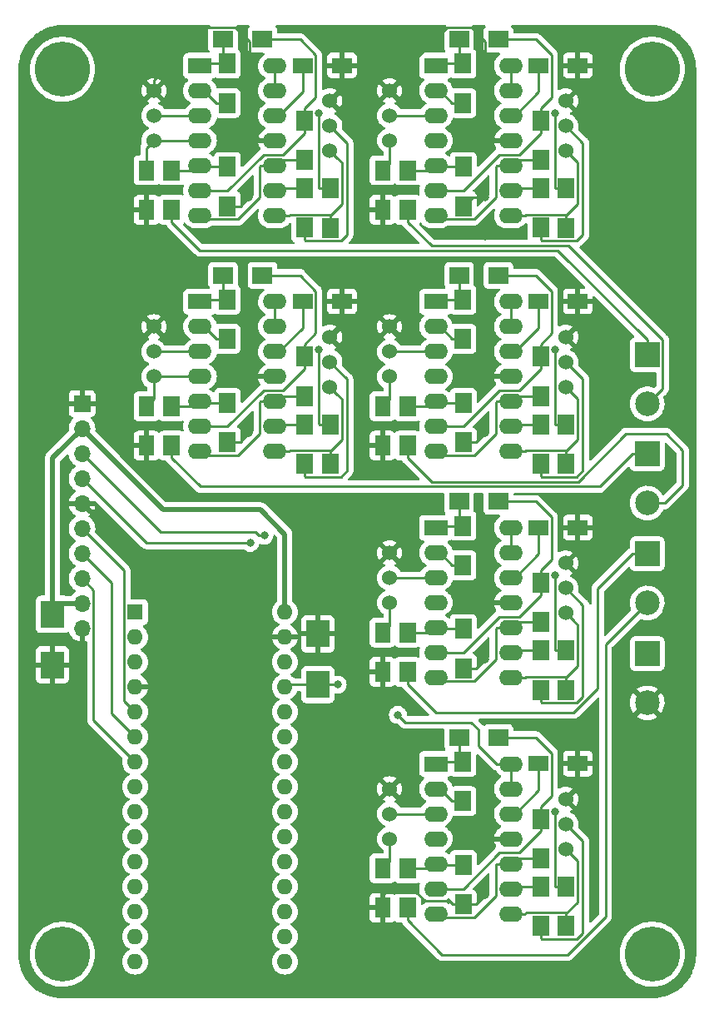
<source format=gbr>
%TF.GenerationSoftware,KiCad,Pcbnew,(6.0.4)*%
%TF.CreationDate,2023-07-24T12:45:13-04:00*%
%TF.ProjectId,BREAD_Slice,42524541-445f-4536-9c69-63652e6b6963,rev?*%
%TF.SameCoordinates,PX74eba40PY8552dc0*%
%TF.FileFunction,Copper,L2,Bot*%
%TF.FilePolarity,Positive*%
%FSLAX46Y46*%
G04 Gerber Fmt 4.6, Leading zero omitted, Abs format (unit mm)*
G04 Created by KiCad (PCBNEW (6.0.4)) date 2023-07-24 12:45:13*
%MOMM*%
%LPD*%
G01*
G04 APERTURE LIST*
%TA.AperFunction,ComponentPad*%
%ADD10C,5.600000*%
%TD*%
%TA.AperFunction,ComponentPad*%
%ADD11R,1.600000X1.600000*%
%TD*%
%TA.AperFunction,ComponentPad*%
%ADD12O,1.600000X1.600000*%
%TD*%
%TA.AperFunction,ComponentPad*%
%ADD13R,1.700000X1.700000*%
%TD*%
%TA.AperFunction,ComponentPad*%
%ADD14O,1.700000X1.700000*%
%TD*%
%TA.AperFunction,ComponentPad*%
%ADD15R,2.500000X2.500000*%
%TD*%
%TA.AperFunction,ComponentPad*%
%ADD16C,2.500000*%
%TD*%
%TA.AperFunction,ComponentPad*%
%ADD17C,1.524000*%
%TD*%
%TA.AperFunction,ComponentPad*%
%ADD18R,2.400000X1.600000*%
%TD*%
%TA.AperFunction,ComponentPad*%
%ADD19O,2.400000X1.600000*%
%TD*%
%TA.AperFunction,SMDPad,CuDef*%
%ADD20R,2.350000X2.770000*%
%TD*%
%TA.AperFunction,SMDPad,CuDef*%
%ADD21R,1.600000X2.000000*%
%TD*%
%TA.AperFunction,SMDPad,CuDef*%
%ADD22R,2.000000X1.600000*%
%TD*%
%TA.AperFunction,SMDPad,CuDef*%
%ADD23R,1.700000X2.000000*%
%TD*%
%TA.AperFunction,SMDPad,CuDef*%
%ADD24R,2.000000X1.700000*%
%TD*%
%TA.AperFunction,ViaPad*%
%ADD25C,0.800000*%
%TD*%
%TA.AperFunction,Conductor*%
%ADD26C,0.250000*%
%TD*%
%TA.AperFunction,Conductor*%
%ADD27C,0.500000*%
%TD*%
G04 APERTURE END LIST*
D10*
%TO.P,H1,1*%
%TO.N,N/C*%
X5000000Y95000000D03*
%TD*%
%TO.P,H2,1*%
%TO.N,N/C*%
X65000000Y95000000D03*
%TD*%
%TO.P,H3,1*%
%TO.N,N/C*%
X5000000Y5000000D03*
%TD*%
%TO.P,H4,1*%
%TO.N,N/C*%
X65000000Y5000000D03*
%TD*%
D11*
%TO.P,A1,1*%
%TO.N,Net-(A1-Pad1)*%
X12400000Y39800000D03*
D12*
%TO.P,A1,2*%
%TO.N,Net-(A1-Pad2)*%
X12400000Y37260000D03*
%TO.P,A1,3*%
%TO.N,Net-(A1-Pad3)*%
X12400000Y34720000D03*
%TO.P,A1,4*%
%TO.N,GND*%
X12400000Y32180000D03*
%TO.P,A1,5*%
%TO.N,/E_STOP*%
X12400000Y29640000D03*
%TO.P,A1,6*%
%TO.N,/SYNC*%
X12400000Y27100000D03*
%TO.P,A1,7*%
%TO.N,/INT*%
X12400000Y24560000D03*
%TO.P,A1,8*%
%TO.N,Net-(A1-Pad8)*%
X12400000Y22020000D03*
%TO.P,A1,9*%
%TO.N,Net-(A1-Pad9)*%
X12400000Y19480000D03*
%TO.P,A1,10*%
%TO.N,Net-(A1-Pad10)*%
X12400000Y16940000D03*
%TO.P,A1,11*%
%TO.N,Net-(A1-Pad11)*%
X12400000Y14400000D03*
%TO.P,A1,12*%
%TO.N,Net-(A1-Pad12)*%
X12400000Y11860000D03*
%TO.P,A1,13*%
%TO.N,Net-(A1-Pad13)*%
X12400000Y9320000D03*
%TO.P,A1,14*%
%TO.N,Net-(A1-Pad14)*%
X12400000Y6780000D03*
%TO.P,A1,15*%
%TO.N,Net-(A1-Pad15)*%
X12400000Y4240000D03*
%TO.P,A1,16*%
%TO.N,Net-(A1-Pad16)*%
X27640000Y4240000D03*
%TO.P,A1,17*%
%TO.N,Net-(A1-Pad17)*%
X27640000Y6780000D03*
%TO.P,A1,18*%
%TO.N,Net-(A1-Pad18)*%
X27640000Y9320000D03*
%TO.P,A1,19*%
%TO.N,/CH0_AI*%
X27640000Y11860000D03*
%TO.P,A1,20*%
%TO.N,/CH1_AI*%
X27640000Y14400000D03*
%TO.P,A1,21*%
%TO.N,/CH2_AI*%
X27640000Y16940000D03*
%TO.P,A1,22*%
%TO.N,/CH3_AI*%
X27640000Y19480000D03*
%TO.P,A1,23*%
%TO.N,/I2C_DAT*%
X27640000Y22020000D03*
%TO.P,A1,24*%
%TO.N,/I2C_CLK*%
X27640000Y24560000D03*
%TO.P,A1,25*%
%TO.N,/CH4_AI*%
X27640000Y27100000D03*
%TO.P,A1,26*%
%TO.N,/CH5_AI*%
X27640000Y29640000D03*
%TO.P,A1,27*%
%TO.N,+5V*%
X27640000Y32180000D03*
%TO.P,A1,28*%
%TO.N,Net-(A1-Pad28)*%
X27640000Y34720000D03*
%TO.P,A1,29*%
%TO.N,GND*%
X27640000Y37260000D03*
%TO.P,A1,30*%
%TO.N,+12V*%
X27640000Y39800000D03*
%TD*%
D13*
%TO.P,J1,1*%
%TO.N,GND*%
X7000000Y61000000D03*
D14*
%TO.P,J1,2*%
%TO.N,+12V*%
X7000000Y58460000D03*
%TO.P,J1,3*%
%TO.N,/I2C_CLK*%
X7000000Y55920000D03*
%TO.P,J1,4*%
%TO.N,/I2C_DAT*%
X7000000Y53380000D03*
%TO.P,J1,5*%
%TO.N,GND*%
X7000000Y50840000D03*
%TO.P,J1,6*%
%TO.N,/E_STOP*%
X7000000Y48300000D03*
%TO.P,J1,7*%
%TO.N,/SYNC*%
X7000000Y45760000D03*
%TO.P,J1,8*%
%TO.N,/INT*%
X7000000Y43220000D03*
%TO.P,J1,9*%
%TO.N,+12V*%
X7000000Y40680000D03*
%TO.P,J1,10*%
%TO.N,GND*%
X7000000Y38140000D03*
%TD*%
D15*
%TO.P,J2,1*%
%TO.N,/Ch0_in*%
X64500000Y65960000D03*
D16*
%TO.P,J2,2*%
%TO.N,/Ch1_in*%
X64500000Y60960000D03*
%TD*%
D15*
%TO.P,J3,1*%
%TO.N,/Ch2_in*%
X64500000Y55880000D03*
D16*
%TO.P,J3,2*%
%TO.N,/Ch3_in*%
X64500000Y50880000D03*
%TD*%
D15*
%TO.P,J4,1*%
%TO.N,/Ch4_in*%
X64500000Y45720000D03*
D16*
%TO.P,J4,2*%
%TO.N,/Ch5_in*%
X64500000Y40720000D03*
%TD*%
D15*
%TO.P,J5,1*%
%TO.N,+5V*%
X64500000Y35560000D03*
D16*
%TO.P,J5,2*%
%TO.N,GND*%
X64500000Y30560000D03*
%TD*%
D17*
%TO.P,RV1,1*%
%TO.N,+5V*%
X14300000Y87740000D03*
%TO.P,RV1,2*%
%TO.N,Net-(RV1-Pad2)*%
X14300000Y90280000D03*
%TO.P,RV1,3*%
%TO.N,GND*%
X14300000Y92820000D03*
%TD*%
%TO.P,RV7,1*%
%TO.N,Net-(R37-Pad1)*%
X32210000Y86700000D03*
%TO.P,RV7,2*%
%TO.N,Net-(R31-Pad2)*%
X32210000Y89240000D03*
%TO.P,RV7,3*%
%TO.N,GND*%
X32210000Y91780000D03*
%TD*%
D18*
%TO.P,U1,1*%
%TO.N,Net-(R1-Pad2)*%
X19000000Y95360000D03*
D19*
%TO.P,U1,2*%
%TO.N,Net-(R1-Pad1)*%
X19000000Y92820000D03*
%TO.P,U1,3*%
%TO.N,Net-(RV1-Pad2)*%
X19000000Y90280000D03*
%TO.P,U1,4*%
%TO.N,+5V*%
X19000000Y87740000D03*
%TO.P,U1,5*%
%TO.N,Net-(R19-Pad2)*%
X19000000Y85200000D03*
%TO.P,U1,6*%
%TO.N,Net-(R25-Pad1)*%
X19000000Y82660000D03*
%TO.P,U1,7*%
%TO.N,Net-(R25-Pad2)*%
X19000000Y80120000D03*
%TO.P,U1,8*%
%TO.N,Net-(R37-Pad1)*%
X26620000Y80120000D03*
%TO.P,U1,9*%
%TO.N,Net-(R31-Pad1)*%
X26620000Y82660000D03*
%TO.P,U1,10*%
%TO.N,Net-(R25-Pad2)*%
X26620000Y85200000D03*
%TO.P,U1,11*%
%TO.N,GND*%
X26620000Y87740000D03*
%TO.P,U1,12*%
%TO.N,Net-(C9-Pad1)*%
X26620000Y90280000D03*
%TO.P,U1,13*%
%TO.N,/CH0_AI*%
X26620000Y92820000D03*
%TO.P,U1,14*%
X26620000Y95360000D03*
%TD*%
D17*
%TO.P,RV2,1*%
%TO.N,+5V*%
X38300000Y87740000D03*
%TO.P,RV2,2*%
%TO.N,Net-(RV2-Pad2)*%
X38300000Y90280000D03*
%TO.P,RV2,3*%
%TO.N,GND*%
X38300000Y92820000D03*
%TD*%
%TO.P,RV8,1*%
%TO.N,Net-(R38-Pad1)*%
X56210000Y86700000D03*
%TO.P,RV8,2*%
%TO.N,Net-(R32-Pad2)*%
X56210000Y89240000D03*
%TO.P,RV8,3*%
%TO.N,GND*%
X56210000Y91780000D03*
%TD*%
D18*
%TO.P,U2,1*%
%TO.N,Net-(R10-Pad1)*%
X43000000Y95360000D03*
D19*
%TO.P,U2,2*%
%TO.N,Net-(R2-Pad1)*%
X43000000Y92820000D03*
%TO.P,U2,3*%
%TO.N,Net-(RV2-Pad2)*%
X43000000Y90280000D03*
%TO.P,U2,4*%
%TO.N,+5V*%
X43000000Y87740000D03*
%TO.P,U2,5*%
%TO.N,Net-(R20-Pad2)*%
X43000000Y85200000D03*
%TO.P,U2,6*%
%TO.N,Net-(R10-Pad2)*%
X43000000Y82660000D03*
%TO.P,U2,7*%
%TO.N,Net-(R26-Pad2)*%
X43000000Y80120000D03*
%TO.P,U2,8*%
%TO.N,Net-(R38-Pad1)*%
X50620000Y80120000D03*
%TO.P,U2,9*%
%TO.N,Net-(R32-Pad1)*%
X50620000Y82660000D03*
%TO.P,U2,10*%
%TO.N,Net-(R26-Pad2)*%
X50620000Y85200000D03*
%TO.P,U2,11*%
%TO.N,GND*%
X50620000Y87740000D03*
%TO.P,U2,12*%
%TO.N,Net-(C10-Pad1)*%
X50620000Y90280000D03*
%TO.P,U2,13*%
%TO.N,/CH1_AI*%
X50620000Y92820000D03*
%TO.P,U2,14*%
X50620000Y95360000D03*
%TD*%
D17*
%TO.P,RV3,1*%
%TO.N,+5V*%
X14300000Y63740000D03*
%TO.P,RV3,2*%
%TO.N,Net-(RV3-Pad2)*%
X14300000Y66280000D03*
%TO.P,RV3,3*%
%TO.N,GND*%
X14300000Y68820000D03*
%TD*%
%TO.P,RV9,1*%
%TO.N,Net-(R39-Pad1)*%
X32210000Y62700000D03*
%TO.P,RV9,2*%
%TO.N,Net-(R33-Pad2)*%
X32210000Y65240000D03*
%TO.P,RV9,3*%
%TO.N,GND*%
X32210000Y67780000D03*
%TD*%
D18*
%TO.P,U3,1*%
%TO.N,Net-(R12-Pad1)*%
X19000000Y71360000D03*
D19*
%TO.P,U3,2*%
%TO.N,Net-(R3-Pad1)*%
X19000000Y68820000D03*
%TO.P,U3,3*%
%TO.N,Net-(RV3-Pad2)*%
X19000000Y66280000D03*
%TO.P,U3,4*%
%TO.N,+5V*%
X19000000Y63740000D03*
%TO.P,U3,5*%
%TO.N,Net-(R11-Pad2)*%
X19000000Y61200000D03*
%TO.P,U3,6*%
%TO.N,Net-(R12-Pad2)*%
X19000000Y58660000D03*
%TO.P,U3,7*%
%TO.N,Net-(R27-Pad2)*%
X19000000Y56120000D03*
%TO.P,U3,8*%
%TO.N,Net-(R39-Pad1)*%
X26620000Y56120000D03*
%TO.P,U3,9*%
%TO.N,Net-(R33-Pad1)*%
X26620000Y58660000D03*
%TO.P,U3,10*%
%TO.N,Net-(R27-Pad2)*%
X26620000Y61200000D03*
%TO.P,U3,11*%
%TO.N,GND*%
X26620000Y63740000D03*
%TO.P,U3,12*%
%TO.N,Net-(C11-Pad1)*%
X26620000Y66280000D03*
%TO.P,U3,13*%
%TO.N,/CH2_AI*%
X26620000Y68820000D03*
%TO.P,U3,14*%
X26620000Y71360000D03*
%TD*%
D17*
%TO.P,RV4,1*%
%TO.N,+5V*%
X38300000Y63740000D03*
%TO.P,RV4,2*%
%TO.N,Net-(RV4-Pad2)*%
X38300000Y66280000D03*
%TO.P,RV4,3*%
%TO.N,GND*%
X38300000Y68820000D03*
%TD*%
%TO.P,RV10,1*%
%TO.N,Net-(R40-Pad1)*%
X56210000Y62700000D03*
%TO.P,RV10,2*%
%TO.N,Net-(R34-Pad2)*%
X56210000Y65240000D03*
%TO.P,RV10,3*%
%TO.N,GND*%
X56210000Y67780000D03*
%TD*%
D18*
%TO.P,U4,1*%
%TO.N,Net-(R14-Pad1)*%
X43000000Y71360000D03*
D19*
%TO.P,U4,2*%
%TO.N,Net-(R4-Pad1)*%
X43000000Y68820000D03*
%TO.P,U4,3*%
%TO.N,Net-(RV4-Pad2)*%
X43000000Y66280000D03*
%TO.P,U4,4*%
%TO.N,+5V*%
X43000000Y63740000D03*
%TO.P,U4,5*%
%TO.N,Net-(R13-Pad2)*%
X43000000Y61200000D03*
%TO.P,U4,6*%
%TO.N,Net-(R14-Pad2)*%
X43000000Y58660000D03*
%TO.P,U4,7*%
%TO.N,Net-(R28-Pad2)*%
X43000000Y56120000D03*
%TO.P,U4,8*%
%TO.N,Net-(R40-Pad1)*%
X50620000Y56120000D03*
%TO.P,U4,9*%
%TO.N,Net-(R34-Pad1)*%
X50620000Y58660000D03*
%TO.P,U4,10*%
%TO.N,Net-(R28-Pad2)*%
X50620000Y61200000D03*
%TO.P,U4,11*%
%TO.N,GND*%
X50620000Y63740000D03*
%TO.P,U4,12*%
%TO.N,Net-(C12-Pad1)*%
X50620000Y66280000D03*
%TO.P,U4,13*%
%TO.N,/CH3_AI*%
X50620000Y68820000D03*
%TO.P,U4,14*%
X50620000Y71360000D03*
%TD*%
D17*
%TO.P,RV5,1*%
%TO.N,+5V*%
X38300000Y40740000D03*
%TO.P,RV5,2*%
%TO.N,Net-(RV5-Pad2)*%
X38300000Y43280000D03*
%TO.P,RV5,3*%
%TO.N,GND*%
X38300000Y45820000D03*
%TD*%
%TO.P,RV11,1*%
%TO.N,Net-(R41-Pad1)*%
X56210000Y39700000D03*
%TO.P,RV11,2*%
%TO.N,Net-(R35-Pad2)*%
X56210000Y42240000D03*
%TO.P,RV11,3*%
%TO.N,GND*%
X56210000Y44780000D03*
%TD*%
D18*
%TO.P,U5,1*%
%TO.N,Net-(R16-Pad1)*%
X43000000Y48360000D03*
D19*
%TO.P,U5,2*%
%TO.N,Net-(R5-Pad1)*%
X43000000Y45820000D03*
%TO.P,U5,3*%
%TO.N,Net-(RV5-Pad2)*%
X43000000Y43280000D03*
%TO.P,U5,4*%
%TO.N,+5V*%
X43000000Y40740000D03*
%TO.P,U5,5*%
%TO.N,Net-(R15-Pad2)*%
X43000000Y38200000D03*
%TO.P,U5,6*%
%TO.N,Net-(R16-Pad2)*%
X43000000Y35660000D03*
%TO.P,U5,7*%
%TO.N,Net-(R29-Pad2)*%
X43000000Y33120000D03*
%TO.P,U5,8*%
%TO.N,Net-(R41-Pad1)*%
X50620000Y33120000D03*
%TO.P,U5,9*%
%TO.N,Net-(R35-Pad1)*%
X50620000Y35660000D03*
%TO.P,U5,10*%
%TO.N,Net-(R29-Pad2)*%
X50620000Y38200000D03*
%TO.P,U5,11*%
%TO.N,GND*%
X50620000Y40740000D03*
%TO.P,U5,12*%
%TO.N,Net-(C13-Pad1)*%
X50620000Y43280000D03*
%TO.P,U5,13*%
%TO.N,/CH4_AI*%
X50620000Y45820000D03*
%TO.P,U5,14*%
X50620000Y48360000D03*
%TD*%
D17*
%TO.P,RV6,1*%
%TO.N,+5V*%
X38300000Y16740000D03*
%TO.P,RV6,2*%
%TO.N,Net-(RV6-Pad2)*%
X38300000Y19280000D03*
%TO.P,RV6,3*%
%TO.N,GND*%
X38300000Y21820000D03*
%TD*%
%TO.P,RV12,1*%
%TO.N,Net-(R42-Pad1)*%
X56210000Y15700000D03*
%TO.P,RV12,2*%
%TO.N,Net-(R36-Pad2)*%
X56210000Y18240000D03*
%TO.P,RV12,3*%
%TO.N,GND*%
X56210000Y20780000D03*
%TD*%
D18*
%TO.P,U6,1*%
%TO.N,Net-(R18-Pad1)*%
X43000000Y24360000D03*
D19*
%TO.P,U6,2*%
%TO.N,Net-(R6-Pad1)*%
X43000000Y21820000D03*
%TO.P,U6,3*%
%TO.N,Net-(RV6-Pad2)*%
X43000000Y19280000D03*
%TO.P,U6,4*%
%TO.N,+5V*%
X43000000Y16740000D03*
%TO.P,U6,5*%
%TO.N,Net-(R17-Pad2)*%
X43000000Y14200000D03*
%TO.P,U6,6*%
%TO.N,Net-(R18-Pad2)*%
X43000000Y11660000D03*
%TO.P,U6,7*%
%TO.N,Net-(R30-Pad2)*%
X43000000Y9120000D03*
%TO.P,U6,8*%
%TO.N,Net-(R42-Pad1)*%
X50620000Y9120000D03*
%TO.P,U6,9*%
%TO.N,Net-(R36-Pad1)*%
X50620000Y11660000D03*
%TO.P,U6,10*%
%TO.N,Net-(R30-Pad2)*%
X50620000Y14200000D03*
%TO.P,U6,11*%
%TO.N,GND*%
X50620000Y16740000D03*
%TO.P,U6,12*%
%TO.N,Net-(C14-Pad1)*%
X50620000Y19280000D03*
%TO.P,U6,13*%
%TO.N,/CH5_AI*%
X50620000Y21820000D03*
%TO.P,U6,14*%
X50620000Y24360000D03*
%TD*%
D20*
%TO.P,C2,1*%
%TO.N,+5V*%
X31000000Y32430000D03*
%TO.P,C2,2*%
%TO.N,GND*%
X31000000Y37570000D03*
%TD*%
%TO.P,C1,1*%
%TO.N,+12V*%
X4000000Y39570000D03*
%TO.P,C1,2*%
%TO.N,GND*%
X4000000Y34430000D03*
%TD*%
D21*
%TO.P,C3,1*%
%TO.N,+5V*%
X13570000Y84720000D03*
%TO.P,C3,2*%
%TO.N,GND*%
X13570000Y80720000D03*
%TD*%
D22*
%TO.P,C9,1*%
%TO.N,Net-(C9-Pad1)*%
X29440000Y95390000D03*
%TO.P,C9,2*%
%TO.N,GND*%
X33440000Y95390000D03*
%TD*%
D23*
%TO.P,R1,1*%
%TO.N,Net-(R1-Pad1)*%
X21750000Y91570000D03*
%TO.P,R1,2*%
%TO.N,Net-(R1-Pad2)*%
X21750000Y95570000D03*
%TD*%
%TO.P,R7,1*%
%TO.N,/Ch0_in*%
X16120000Y80720000D03*
%TO.P,R7,2*%
%TO.N,Net-(R19-Pad2)*%
X16120000Y84720000D03*
%TD*%
D24*
%TO.P,R8,1*%
%TO.N,Net-(R1-Pad2)*%
X21360000Y98040000D03*
%TO.P,R8,2*%
%TO.N,Net-(R25-Pad1)*%
X25360000Y98040000D03*
%TD*%
D23*
%TO.P,R19,1*%
%TO.N,GND*%
X21790000Y81080000D03*
%TO.P,R19,2*%
%TO.N,Net-(R19-Pad2)*%
X21790000Y85080000D03*
%TD*%
%TO.P,R25,1*%
%TO.N,Net-(R25-Pad1)*%
X29650000Y89770000D03*
%TO.P,R25,2*%
%TO.N,Net-(R25-Pad2)*%
X29650000Y85770000D03*
%TD*%
%TO.P,R31,1*%
%TO.N,Net-(R31-Pad1)*%
X29660000Y82890000D03*
%TO.P,R31,2*%
%TO.N,Net-(R31-Pad2)*%
X29660000Y78890000D03*
%TD*%
%TO.P,R37,1*%
%TO.N,Net-(R37-Pad1)*%
X32240000Y78880000D03*
%TO.P,R37,2*%
%TO.N,Net-(C9-Pad1)*%
X32240000Y82880000D03*
%TD*%
D21*
%TO.P,C4,1*%
%TO.N,+5V*%
X37570000Y84720000D03*
%TO.P,C4,2*%
%TO.N,GND*%
X37570000Y80720000D03*
%TD*%
D22*
%TO.P,C10,1*%
%TO.N,Net-(C10-Pad1)*%
X53440000Y95390000D03*
%TO.P,C10,2*%
%TO.N,GND*%
X57440000Y95390000D03*
%TD*%
D23*
%TO.P,R2,1*%
%TO.N,Net-(R2-Pad1)*%
X45750000Y91570000D03*
%TO.P,R2,2*%
%TO.N,Net-(R10-Pad1)*%
X45750000Y95570000D03*
%TD*%
%TO.P,R9,1*%
%TO.N,/Ch1_in*%
X40120000Y80720000D03*
%TO.P,R9,2*%
%TO.N,Net-(R20-Pad2)*%
X40120000Y84720000D03*
%TD*%
D24*
%TO.P,R10,1*%
%TO.N,Net-(R10-Pad1)*%
X45360000Y98040000D03*
%TO.P,R10,2*%
%TO.N,Net-(R10-Pad2)*%
X49360000Y98040000D03*
%TD*%
D23*
%TO.P,R20,1*%
%TO.N,GND*%
X45790000Y81080000D03*
%TO.P,R20,2*%
%TO.N,Net-(R20-Pad2)*%
X45790000Y85080000D03*
%TD*%
%TO.P,R26,1*%
%TO.N,Net-(R10-Pad2)*%
X53650000Y89770000D03*
%TO.P,R26,2*%
%TO.N,Net-(R26-Pad2)*%
X53650000Y85770000D03*
%TD*%
%TO.P,R32,1*%
%TO.N,Net-(R32-Pad1)*%
X53660000Y82890000D03*
%TO.P,R32,2*%
%TO.N,Net-(R32-Pad2)*%
X53660000Y78890000D03*
%TD*%
%TO.P,R38,1*%
%TO.N,Net-(R38-Pad1)*%
X56240000Y78880000D03*
%TO.P,R38,2*%
%TO.N,Net-(C10-Pad1)*%
X56240000Y82880000D03*
%TD*%
D21*
%TO.P,C5,1*%
%TO.N,+5V*%
X13570000Y60720000D03*
%TO.P,C5,2*%
%TO.N,GND*%
X13570000Y56720000D03*
%TD*%
D22*
%TO.P,C12,1*%
%TO.N,Net-(C12-Pad1)*%
X53440000Y71390000D03*
%TO.P,C12,2*%
%TO.N,GND*%
X57440000Y71390000D03*
%TD*%
D24*
%TO.P,R14,1*%
%TO.N,Net-(R14-Pad1)*%
X45360000Y74040000D03*
%TO.P,R14,2*%
%TO.N,Net-(R14-Pad2)*%
X49360000Y74040000D03*
%TD*%
D23*
%TO.P,R4,1*%
%TO.N,Net-(R4-Pad1)*%
X45750000Y67570000D03*
%TO.P,R4,2*%
%TO.N,Net-(R14-Pad1)*%
X45750000Y71570000D03*
%TD*%
D22*
%TO.P,C11,1*%
%TO.N,Net-(C11-Pad1)*%
X29440000Y71390000D03*
%TO.P,C11,2*%
%TO.N,GND*%
X33440000Y71390000D03*
%TD*%
D23*
%TO.P,R3,1*%
%TO.N,Net-(R3-Pad1)*%
X21750000Y67570000D03*
%TO.P,R3,2*%
%TO.N,Net-(R12-Pad1)*%
X21750000Y71570000D03*
%TD*%
%TO.P,R11,1*%
%TO.N,/Ch2_in*%
X16120000Y56720000D03*
%TO.P,R11,2*%
%TO.N,Net-(R11-Pad2)*%
X16120000Y60720000D03*
%TD*%
D24*
%TO.P,R12,1*%
%TO.N,Net-(R12-Pad1)*%
X21360000Y74040000D03*
%TO.P,R12,2*%
%TO.N,Net-(R12-Pad2)*%
X25360000Y74040000D03*
%TD*%
D23*
%TO.P,R28,1*%
%TO.N,Net-(R14-Pad2)*%
X53650000Y65770000D03*
%TO.P,R28,2*%
%TO.N,Net-(R28-Pad2)*%
X53650000Y61770000D03*
%TD*%
%TO.P,R21,1*%
%TO.N,GND*%
X21790000Y57080000D03*
%TO.P,R21,2*%
%TO.N,Net-(R11-Pad2)*%
X21790000Y61080000D03*
%TD*%
%TO.P,R27,1*%
%TO.N,Net-(R12-Pad2)*%
X29650000Y65770000D03*
%TO.P,R27,2*%
%TO.N,Net-(R27-Pad2)*%
X29650000Y61770000D03*
%TD*%
%TO.P,R33,1*%
%TO.N,Net-(R33-Pad1)*%
X29660000Y58890000D03*
%TO.P,R33,2*%
%TO.N,Net-(R33-Pad2)*%
X29660000Y54890000D03*
%TD*%
%TO.P,R39,1*%
%TO.N,Net-(R39-Pad1)*%
X32240000Y54880000D03*
%TO.P,R39,2*%
%TO.N,Net-(C11-Pad1)*%
X32240000Y58880000D03*
%TD*%
D21*
%TO.P,C6,1*%
%TO.N,+5V*%
X37570000Y60720000D03*
%TO.P,C6,2*%
%TO.N,GND*%
X37570000Y56720000D03*
%TD*%
D23*
%TO.P,R22,1*%
%TO.N,GND*%
X45790000Y57080000D03*
%TO.P,R22,2*%
%TO.N,Net-(R13-Pad2)*%
X45790000Y61080000D03*
%TD*%
%TO.P,R34,1*%
%TO.N,Net-(R34-Pad1)*%
X53660000Y58890000D03*
%TO.P,R34,2*%
%TO.N,Net-(R34-Pad2)*%
X53660000Y54890000D03*
%TD*%
%TO.P,R40,1*%
%TO.N,Net-(R40-Pad1)*%
X56240000Y54880000D03*
%TO.P,R40,2*%
%TO.N,Net-(C12-Pad1)*%
X56240000Y58880000D03*
%TD*%
%TO.P,R13,1*%
%TO.N,/Ch3_in*%
X40120000Y56720000D03*
%TO.P,R13,2*%
%TO.N,Net-(R13-Pad2)*%
X40120000Y60720000D03*
%TD*%
D22*
%TO.P,C13,1*%
%TO.N,Net-(C13-Pad1)*%
X53440000Y48390000D03*
%TO.P,C13,2*%
%TO.N,GND*%
X57440000Y48390000D03*
%TD*%
D24*
%TO.P,R16,1*%
%TO.N,Net-(R16-Pad1)*%
X45360000Y51040000D03*
%TO.P,R16,2*%
%TO.N,Net-(R16-Pad2)*%
X49360000Y51040000D03*
%TD*%
D22*
%TO.P,C14,1*%
%TO.N,Net-(C14-Pad1)*%
X53440000Y24390000D03*
%TO.P,C14,2*%
%TO.N,GND*%
X57440000Y24390000D03*
%TD*%
D24*
%TO.P,R18,1*%
%TO.N,Net-(R18-Pad1)*%
X45360000Y27040000D03*
%TO.P,R18,2*%
%TO.N,Net-(R18-Pad2)*%
X49360000Y27040000D03*
%TD*%
D23*
%TO.P,R5,1*%
%TO.N,Net-(R5-Pad1)*%
X45750000Y44570000D03*
%TO.P,R5,2*%
%TO.N,Net-(R16-Pad1)*%
X45750000Y48570000D03*
%TD*%
%TO.P,R29,1*%
%TO.N,Net-(R16-Pad2)*%
X53650000Y42770000D03*
%TO.P,R29,2*%
%TO.N,Net-(R29-Pad2)*%
X53650000Y38770000D03*
%TD*%
D21*
%TO.P,C7,1*%
%TO.N,+5V*%
X37570000Y37720000D03*
%TO.P,C7,2*%
%TO.N,GND*%
X37570000Y33720000D03*
%TD*%
D23*
%TO.P,R23,1*%
%TO.N,GND*%
X45790000Y34080000D03*
%TO.P,R23,2*%
%TO.N,Net-(R15-Pad2)*%
X45790000Y38080000D03*
%TD*%
%TO.P,R6,1*%
%TO.N,Net-(R6-Pad1)*%
X45750000Y20570000D03*
%TO.P,R6,2*%
%TO.N,Net-(R18-Pad1)*%
X45750000Y24570000D03*
%TD*%
%TO.P,R30,1*%
%TO.N,Net-(R18-Pad2)*%
X53650000Y18770000D03*
%TO.P,R30,2*%
%TO.N,Net-(R30-Pad2)*%
X53650000Y14770000D03*
%TD*%
%TO.P,R35,1*%
%TO.N,Net-(R35-Pad1)*%
X53660000Y35890000D03*
%TO.P,R35,2*%
%TO.N,Net-(R35-Pad2)*%
X53660000Y31890000D03*
%TD*%
%TO.P,R41,1*%
%TO.N,Net-(R41-Pad1)*%
X56240000Y31880000D03*
%TO.P,R41,2*%
%TO.N,Net-(C13-Pad1)*%
X56240000Y35880000D03*
%TD*%
%TO.P,R15,1*%
%TO.N,/Ch4_in*%
X40120000Y33720000D03*
%TO.P,R15,2*%
%TO.N,Net-(R15-Pad2)*%
X40120000Y37720000D03*
%TD*%
D21*
%TO.P,C8,1*%
%TO.N,+5V*%
X37570000Y13720000D03*
%TO.P,C8,2*%
%TO.N,GND*%
X37570000Y9720000D03*
%TD*%
D23*
%TO.P,R24,1*%
%TO.N,GND*%
X45790000Y10080000D03*
%TO.P,R24,2*%
%TO.N,Net-(R17-Pad2)*%
X45790000Y14080000D03*
%TD*%
%TO.P,R36,1*%
%TO.N,Net-(R36-Pad1)*%
X53660000Y11890000D03*
%TO.P,R36,2*%
%TO.N,Net-(R36-Pad2)*%
X53660000Y7890000D03*
%TD*%
%TO.P,R42,1*%
%TO.N,Net-(R42-Pad1)*%
X56240000Y7880000D03*
%TO.P,R42,2*%
%TO.N,Net-(C14-Pad1)*%
X56240000Y11880000D03*
%TD*%
%TO.P,R17,1*%
%TO.N,/Ch5_in*%
X40120000Y9720000D03*
%TO.P,R17,2*%
%TO.N,Net-(R17-Pad2)*%
X40120000Y13720000D03*
%TD*%
D25*
%TO.N,GND*%
X48000000Y58000000D03*
X48000000Y11000000D03*
X24000000Y82000000D03*
X48000000Y35000000D03*
X24000000Y58000000D03*
X24000000Y78000000D03*
X48000000Y82000000D03*
X48000000Y78000000D03*
%TO.N,+5V*%
X33010000Y32420000D03*
%TO.N,/I2C_CLK*%
X25540000Y47570000D03*
%TO.N,/I2C_DAT*%
X24110000Y46830000D03*
%TO.N,/CH5_AI*%
X39130000Y29340000D03*
%TO.N,Net-(C9-Pad1)*%
X31100002Y90520000D03*
%TO.N,Net-(C10-Pad1)*%
X55100002Y90520000D03*
%TO.N,Net-(C11-Pad1)*%
X31100002Y66520000D03*
%TO.N,Net-(C12-Pad1)*%
X55100002Y66520000D03*
%TO.N,Net-(C13-Pad1)*%
X55100002Y43520000D03*
%TO.N,Net-(C14-Pad1)*%
X55100002Y19520000D03*
%TD*%
D26*
%TO.N,GND*%
X57440000Y95390000D02*
X57440000Y93010000D01*
X57440000Y93010000D02*
X56210000Y91780000D01*
X33440000Y71390000D02*
X33440000Y69010000D01*
X57440000Y71390000D02*
X57440000Y69010000D01*
X57440000Y69010000D02*
X56210000Y67780000D01*
X33440000Y69010000D02*
X32210000Y67780000D01*
X57440000Y48390000D02*
X57440000Y46010000D01*
X57440000Y46010000D02*
X56210000Y44780000D01*
X57440000Y24390000D02*
X57440000Y22010000D01*
X57440000Y22010000D02*
X56210000Y20780000D01*
X37570000Y10970000D02*
X37570000Y9720000D01*
X44099999Y99215001D02*
X46620001Y99215001D01*
X46620001Y99215001D02*
X48034999Y97800003D01*
X46710000Y82000000D02*
X45790000Y81080000D01*
X33440000Y95390000D02*
X33440000Y93010000D01*
X49170000Y87740000D02*
X50620000Y87740000D01*
X48034999Y97800003D02*
X48034999Y88875001D01*
X41875002Y10400000D02*
X40995002Y11280000D01*
X21790000Y57080000D02*
X23080000Y57080000D01*
X39061999Y93581999D02*
X39061999Y94177001D01*
X45790000Y10080000D02*
X44690000Y10080000D01*
X33440000Y93010000D02*
X32210000Y91780000D01*
X38300000Y92820000D02*
X39061999Y93581999D01*
X14300000Y92820000D02*
X14300000Y93897630D01*
X44690000Y10080000D02*
X44370000Y10400000D01*
X44370000Y10400000D02*
X41875002Y10400000D01*
X48000000Y82000000D02*
X46710000Y82000000D01*
X45790000Y57080000D02*
X47080000Y57080000D01*
X22620001Y99215001D02*
X24034999Y97800003D01*
X45790000Y34080000D02*
X47080000Y34080000D01*
X21790000Y81080000D02*
X23080000Y81080000D01*
D27*
X7000000Y50840000D02*
X7849999Y49990001D01*
D26*
X23080000Y81080000D02*
X24000000Y82000000D01*
X39061999Y94177001D02*
X44099999Y99215001D01*
X45790000Y10080000D02*
X47080000Y10080000D01*
X47080000Y57080000D02*
X48000000Y58000000D01*
X14300000Y93897630D02*
X19617371Y99215001D01*
X24034999Y88875001D02*
X25170000Y87740000D01*
X23080000Y57080000D02*
X24000000Y58000000D01*
X40995002Y11280000D02*
X37880000Y11280000D01*
X37880000Y11280000D02*
X37570000Y10970000D01*
X24034999Y97800003D02*
X24034999Y88875001D01*
X19617371Y99215001D02*
X22620001Y99215001D01*
D27*
X7849999Y49990001D02*
X8359999Y49990001D01*
D26*
X25170000Y87740000D02*
X26620000Y87740000D01*
X47080000Y34080000D02*
X48000000Y35000000D01*
X48034999Y88875001D02*
X49170000Y87740000D01*
X47080000Y10080000D02*
X48000000Y11000000D01*
%TO.N,+5V*%
X13570000Y84720000D02*
X13570000Y87010000D01*
X31000000Y32430000D02*
X33000000Y32430000D01*
X38300000Y87740000D02*
X38300000Y85450000D01*
X38300000Y61450000D02*
X37570000Y60720000D01*
X27890000Y32430000D02*
X27640000Y32180000D01*
X38300000Y85450000D02*
X37570000Y84720000D01*
X19000000Y87740000D02*
X14300000Y87740000D01*
X38300000Y38450000D02*
X37570000Y37720000D01*
X38300000Y16740000D02*
X38300000Y14450000D01*
X19000000Y63740000D02*
X14300000Y63740000D01*
X13570000Y87010000D02*
X14300000Y87740000D01*
X14300000Y61450000D02*
X13570000Y60720000D01*
X31000000Y32430000D02*
X27890000Y32430000D01*
X38300000Y40740000D02*
X38300000Y38450000D01*
X14300000Y63740000D02*
X14300000Y61450000D01*
X38300000Y63740000D02*
X38300000Y61450000D01*
X38300000Y14450000D02*
X37570000Y13720000D01*
X33000000Y32430000D02*
X33010000Y32420000D01*
%TO.N,/I2C_CLK*%
X24974315Y47570000D02*
X24614315Y47930000D01*
X14990000Y47930000D02*
X7000000Y55920000D01*
X25540000Y47570000D02*
X24974315Y47570000D01*
X24614315Y47930000D02*
X14990000Y47930000D01*
%TO.N,/I2C_DAT*%
X24110000Y46830000D02*
X13550000Y46830000D01*
X13550000Y46830000D02*
X7000000Y53380000D01*
%TO.N,/SYNC*%
X10000000Y29500000D02*
X10000000Y42760000D01*
X12400000Y27100000D02*
X10000000Y29500000D01*
X10000000Y42760000D02*
X7000000Y45760000D01*
%TO.N,/E_STOP*%
X12400000Y29640000D02*
X11274999Y30765001D01*
X11274999Y30765001D02*
X11274999Y44025001D01*
X7849999Y47450001D02*
X7000000Y48300000D01*
X11274999Y44025001D02*
X7849999Y47450001D01*
D27*
%TO.N,+12V*%
X25160000Y50200000D02*
X27640000Y47720000D01*
X27640000Y47720000D02*
X27640000Y39800000D01*
X7000000Y58460000D02*
X15260000Y50200000D01*
X4000000Y39570000D02*
X4000000Y55460000D01*
X7000000Y40680000D02*
X5110000Y40680000D01*
X4000000Y55460000D02*
X7000000Y58460000D01*
X15260000Y50200000D02*
X25160000Y50200000D01*
X5110000Y40680000D02*
X4000000Y39570000D01*
D26*
%TO.N,/INT*%
X8175001Y42044999D02*
X8175001Y28784999D01*
X8175001Y28784999D02*
X11600001Y25359999D01*
X7000000Y43220000D02*
X8175001Y42044999D01*
X11600001Y25359999D02*
X12400000Y24560000D01*
%TO.N,/CH0_AI*%
X26620000Y95360000D02*
X26620000Y94310000D01*
X26620000Y94310000D02*
X26620000Y92820000D01*
%TO.N,/CH1_AI*%
X50620000Y95360000D02*
X50620000Y94310000D01*
X50620000Y94310000D02*
X50620000Y92820000D01*
%TO.N,/CH2_AI*%
X26620000Y71360000D02*
X26620000Y70310000D01*
X26620000Y70310000D02*
X26620000Y68820000D01*
%TO.N,/CH3_AI*%
X50620000Y71360000D02*
X50620000Y70310000D01*
X50620000Y70310000D02*
X50620000Y68820000D01*
%TO.N,/CH4_AI*%
X50620000Y48360000D02*
X50620000Y47310000D01*
X50620000Y47310000D02*
X50620000Y45820000D01*
%TO.N,/CH5_AI*%
X50620000Y24360000D02*
X50620000Y23310000D01*
X50620000Y23310000D02*
X50620000Y21820000D01*
X39130000Y29340000D02*
X39890000Y28580000D01*
X47340000Y27850000D02*
X47340000Y26190000D01*
X49170000Y24360000D02*
X50620000Y24360000D01*
X39890000Y28580000D02*
X46610000Y28580000D01*
X46610000Y28580000D02*
X47340000Y27850000D01*
X47340000Y26190000D02*
X49170000Y24360000D01*
%TO.N,Net-(C9-Pad1)*%
X29440000Y95390000D02*
X29440000Y92700000D01*
X31100002Y82919998D02*
X31100002Y90520000D01*
X32240000Y82880000D02*
X31140000Y82880000D01*
X31140000Y82880000D02*
X31100002Y82919998D01*
X27020000Y90280000D02*
X26620000Y90280000D01*
X29440000Y92700000D02*
X27020000Y90280000D01*
%TO.N,Net-(C10-Pad1)*%
X55100002Y82919998D02*
X55100002Y90520000D01*
X51020000Y90280000D02*
X50620000Y90280000D01*
X53440000Y95390000D02*
X53440000Y92700000D01*
X56240000Y82880000D02*
X55140000Y82880000D01*
X53440000Y92700000D02*
X51020000Y90280000D01*
X55140000Y82880000D02*
X55100002Y82919998D01*
%TO.N,Net-(C11-Pad1)*%
X31100002Y58919998D02*
X31100002Y66520000D01*
X27020000Y66280000D02*
X26620000Y66280000D01*
X29440000Y71390000D02*
X29440000Y68700000D01*
X32240000Y58880000D02*
X31140000Y58880000D01*
X29440000Y68700000D02*
X27020000Y66280000D01*
X31140000Y58880000D02*
X31100002Y58919998D01*
%TO.N,Net-(C12-Pad1)*%
X51020000Y66280000D02*
X50620000Y66280000D01*
X53440000Y71390000D02*
X53440000Y68700000D01*
X55100002Y58919998D02*
X55100002Y66520000D01*
X56240000Y58880000D02*
X55140000Y58880000D01*
X53440000Y68700000D02*
X51020000Y66280000D01*
X55140000Y58880000D02*
X55100002Y58919998D01*
%TO.N,Net-(C13-Pad1)*%
X51020000Y43280000D02*
X50620000Y43280000D01*
X53440000Y48390000D02*
X53440000Y45700000D01*
X55100002Y35919998D02*
X55100002Y43520000D01*
X56240000Y35880000D02*
X55140000Y35880000D01*
X53440000Y45700000D02*
X51020000Y43280000D01*
X55140000Y35880000D02*
X55100002Y35919998D01*
%TO.N,Net-(C14-Pad1)*%
X51020000Y19280000D02*
X50620000Y19280000D01*
X53440000Y24390000D02*
X53440000Y21700000D01*
X55100002Y11919998D02*
X55100002Y19520000D01*
X56240000Y11880000D02*
X55140000Y11880000D01*
X53440000Y21700000D02*
X51020000Y19280000D01*
X55140000Y11880000D02*
X55100002Y11919998D01*
%TO.N,/Ch1_in*%
X42559989Y77030011D02*
X40120000Y79470000D01*
X66075001Y62535001D02*
X66075001Y67470001D01*
X66075001Y67470001D02*
X56514991Y77030011D01*
X56514991Y77030011D02*
X42559989Y77030011D01*
X40120000Y79470000D02*
X40120000Y80720000D01*
X64500000Y60960000D02*
X66075001Y62535001D01*
%TO.N,/Ch2_in*%
X16120000Y55470000D02*
X16120000Y56720000D01*
X64500000Y55880000D02*
X63000000Y55880000D01*
X59680000Y52560000D02*
X19030000Y52560000D01*
X63000000Y55880000D02*
X59680000Y52560000D01*
X19030000Y52560000D02*
X16120000Y55470000D01*
%TO.N,/Ch3_in*%
X40120000Y55470000D02*
X40120000Y56720000D01*
X64500000Y50880000D02*
X66267766Y50880000D01*
X66440000Y57900000D02*
X62331413Y57900000D01*
X68110000Y52722234D02*
X68110000Y56230000D01*
X42560000Y53030000D02*
X40120000Y55470000D01*
X57461413Y53030000D02*
X42560000Y53030000D01*
X62331413Y57900000D02*
X57461413Y53030000D01*
X66267766Y50880000D02*
X68110000Y52722234D01*
X68110000Y56230000D02*
X66440000Y57900000D01*
%TO.N,/Ch5_in*%
X60260000Y36480000D02*
X60260000Y8828587D01*
X56371413Y4940000D02*
X43650000Y4940000D01*
X40120000Y8470000D02*
X40120000Y9720000D01*
X64500000Y40720000D02*
X60260000Y36480000D01*
X43650000Y4940000D02*
X40120000Y8470000D01*
X60260000Y8828587D02*
X56371413Y4940000D01*
%TO.N,/Ch4_in*%
X64500000Y45720000D02*
X63000000Y45720000D01*
X59460000Y42180000D02*
X59460000Y32028587D01*
X40120000Y32470000D02*
X40120000Y33720000D01*
X43020000Y29570000D02*
X40120000Y32470000D01*
X63000000Y45720000D02*
X59460000Y42180000D01*
X57001413Y29570000D02*
X43020000Y29570000D01*
X59460000Y32028587D02*
X57001413Y29570000D01*
%TO.N,Net-(R1-Pad2)*%
X21750000Y95570000D02*
X19210000Y95570000D01*
X19210000Y95570000D02*
X19000000Y95360000D01*
X21360000Y95960000D02*
X21750000Y95570000D01*
X21360000Y98040000D02*
X21360000Y95960000D01*
%TO.N,Net-(R1-Pad1)*%
X20650000Y91570000D02*
X19400000Y92820000D01*
X19400000Y92820000D02*
X19000000Y92820000D01*
X21750000Y91570000D02*
X20650000Y91570000D01*
%TO.N,Net-(R2-Pad1)*%
X44650000Y91570000D02*
X43400000Y92820000D01*
X45750000Y91570000D02*
X44650000Y91570000D01*
X43400000Y92820000D02*
X43000000Y92820000D01*
%TO.N,Net-(R10-Pad1)*%
X45360000Y98040000D02*
X45360000Y95960000D01*
X45750000Y95570000D02*
X43210000Y95570000D01*
X45360000Y95960000D02*
X45750000Y95570000D01*
X43210000Y95570000D02*
X43000000Y95360000D01*
%TO.N,Net-(R3-Pad1)*%
X20650000Y67570000D02*
X19400000Y68820000D01*
X21750000Y67570000D02*
X20650000Y67570000D01*
X19400000Y68820000D02*
X19000000Y68820000D01*
%TO.N,Net-(R12-Pad1)*%
X21360000Y74040000D02*
X21360000Y71960000D01*
X21750000Y71570000D02*
X19210000Y71570000D01*
X21360000Y71960000D02*
X21750000Y71570000D01*
X19210000Y71570000D02*
X19000000Y71360000D01*
%TO.N,Net-(R4-Pad1)*%
X44650000Y67570000D02*
X43400000Y68820000D01*
X45750000Y67570000D02*
X44650000Y67570000D01*
X43400000Y68820000D02*
X43000000Y68820000D01*
%TO.N,Net-(R14-Pad1)*%
X45750000Y71570000D02*
X43210000Y71570000D01*
X45360000Y71960000D02*
X45750000Y71570000D01*
X43210000Y71570000D02*
X43000000Y71360000D01*
X45360000Y74040000D02*
X45360000Y71960000D01*
%TO.N,Net-(R5-Pad1)*%
X44650000Y44570000D02*
X43400000Y45820000D01*
X45750000Y44570000D02*
X44650000Y44570000D01*
X43400000Y45820000D02*
X43000000Y45820000D01*
%TO.N,Net-(R16-Pad1)*%
X45750000Y48570000D02*
X43210000Y48570000D01*
X45360000Y48960000D02*
X45750000Y48570000D01*
X43210000Y48570000D02*
X43000000Y48360000D01*
X45360000Y51040000D02*
X45360000Y48960000D01*
%TO.N,Net-(R18-Pad1)*%
X45750000Y24570000D02*
X43210000Y24570000D01*
X45360000Y24960000D02*
X45750000Y24570000D01*
X43210000Y24570000D02*
X43000000Y24360000D01*
X45360000Y27040000D02*
X45360000Y24960000D01*
%TO.N,Net-(R6-Pad1)*%
X44650000Y20570000D02*
X43400000Y21820000D01*
X45750000Y20570000D02*
X44650000Y20570000D01*
X43400000Y21820000D02*
X43000000Y21820000D01*
%TO.N,Net-(R19-Pad2)*%
X16120000Y84720000D02*
X18520000Y84720000D01*
X21790000Y85080000D02*
X19120000Y85080000D01*
X19120000Y85080000D02*
X19000000Y85200000D01*
X18520000Y84720000D02*
X19000000Y85200000D01*
%TO.N,Net-(R25-Pad1)*%
X27455010Y86325010D02*
X25470012Y86325010D01*
X29175002Y98040000D02*
X26610000Y98040000D01*
X29650000Y89770000D02*
X29650000Y88520000D01*
X26610000Y98040000D02*
X25360000Y98040000D01*
X20450000Y82660000D02*
X19000000Y82660000D01*
X25470012Y86325010D02*
X21805002Y82660000D01*
X30765001Y92135001D02*
X30765001Y96450001D01*
X21805002Y82660000D02*
X20450000Y82660000D01*
X29650000Y88520000D02*
X27455010Y86325010D01*
X30765001Y96450001D02*
X29175002Y98040000D01*
X29650000Y89770000D02*
X29650000Y91020000D01*
X29650000Y91020000D02*
X30765001Y92135001D01*
%TO.N,Net-(R20-Pad2)*%
X45790000Y85080000D02*
X43120000Y85080000D01*
X43120000Y85080000D02*
X43000000Y85200000D01*
X42520000Y84720000D02*
X43000000Y85200000D01*
X40120000Y84720000D02*
X42520000Y84720000D01*
%TO.N,Net-(R10-Pad2)*%
X44450000Y82660000D02*
X43000000Y82660000D01*
X53650000Y91020000D02*
X54765001Y92135001D01*
X53650000Y89770000D02*
X53650000Y88520000D01*
X45805002Y82660000D02*
X44450000Y82660000D01*
X50610000Y98040000D02*
X49360000Y98040000D01*
X53650000Y89770000D02*
X53650000Y91020000D01*
X53650000Y88520000D02*
X51455010Y86325010D01*
X51455010Y86325010D02*
X49470012Y86325010D01*
X53175002Y98040000D02*
X50610000Y98040000D01*
X54765001Y92135001D02*
X54765001Y96450001D01*
X49470012Y86325010D02*
X45805002Y82660000D01*
X54765001Y96450001D02*
X53175002Y98040000D01*
%TO.N,Net-(R11-Pad2)*%
X21790000Y61080000D02*
X19120000Y61080000D01*
X19120000Y61080000D02*
X19000000Y61200000D01*
X18520000Y60720000D02*
X19000000Y61200000D01*
X16120000Y60720000D02*
X18520000Y60720000D01*
%TO.N,Net-(R12-Pad2)*%
X20450000Y58660000D02*
X19000000Y58660000D01*
X29650000Y67020000D02*
X30765001Y68135001D01*
X29650000Y65770000D02*
X29650000Y64520000D01*
X21805002Y58660000D02*
X20450000Y58660000D01*
X26610000Y74040000D02*
X25360000Y74040000D01*
X29650000Y65770000D02*
X29650000Y67020000D01*
X29650000Y64520000D02*
X27455010Y62325010D01*
X27455010Y62325010D02*
X25470012Y62325010D01*
X29175002Y74040000D02*
X26610000Y74040000D01*
X30765001Y68135001D02*
X30765001Y72450001D01*
X25470012Y62325010D02*
X21805002Y58660000D01*
X30765001Y72450001D02*
X29175002Y74040000D01*
%TO.N,Net-(R13-Pad2)*%
X43120000Y61080000D02*
X43000000Y61200000D01*
X45790000Y61080000D02*
X43120000Y61080000D01*
X42520000Y60720000D02*
X43000000Y61200000D01*
X40120000Y60720000D02*
X42520000Y60720000D01*
%TO.N,Net-(R14-Pad2)*%
X53650000Y67020000D02*
X54765001Y68135001D01*
X53650000Y65770000D02*
X53650000Y64520000D01*
X45805002Y58660000D02*
X44450000Y58660000D01*
X50610000Y74040000D02*
X49360000Y74040000D01*
X53650000Y65770000D02*
X53650000Y67020000D01*
X53650000Y64520000D02*
X51455010Y62325010D01*
X51455010Y62325010D02*
X49470012Y62325010D01*
X53175002Y74040000D02*
X50610000Y74040000D01*
X54765001Y68135001D02*
X54765001Y72450001D01*
X49470012Y62325010D02*
X45805002Y58660000D01*
X54765001Y72450001D02*
X53175002Y74040000D01*
X44450000Y58660000D02*
X43000000Y58660000D01*
%TO.N,Net-(R15-Pad2)*%
X43120000Y38080000D02*
X43000000Y38200000D01*
X45790000Y38080000D02*
X43120000Y38080000D01*
X42520000Y37720000D02*
X43000000Y38200000D01*
X40120000Y37720000D02*
X42520000Y37720000D01*
%TO.N,Net-(R16-Pad2)*%
X53650000Y44020000D02*
X54765001Y45135001D01*
X53650000Y42770000D02*
X53650000Y41520000D01*
X45805002Y35660000D02*
X44450000Y35660000D01*
X50610000Y51040000D02*
X49360000Y51040000D01*
X53650000Y42770000D02*
X53650000Y44020000D01*
X53650000Y41520000D02*
X51455010Y39325010D01*
X51455010Y39325010D02*
X49470012Y39325010D01*
X53175002Y51040000D02*
X50610000Y51040000D01*
X54765001Y45135001D02*
X54765001Y49450001D01*
X49470012Y39325010D02*
X45805002Y35660000D01*
X54765001Y49450001D02*
X53175002Y51040000D01*
X44450000Y35660000D02*
X43000000Y35660000D01*
%TO.N,Net-(R17-Pad2)*%
X43120000Y14080000D02*
X43000000Y14200000D01*
X45790000Y14080000D02*
X43120000Y14080000D01*
X42520000Y13720000D02*
X43000000Y14200000D01*
X40120000Y13720000D02*
X42520000Y13720000D01*
%TO.N,Net-(R18-Pad2)*%
X53650000Y20020000D02*
X54765001Y21135001D01*
X53650000Y18770000D02*
X53650000Y17520000D01*
X45805002Y11660000D02*
X44450000Y11660000D01*
X50610000Y27040000D02*
X49360000Y27040000D01*
X53650000Y18770000D02*
X53650000Y20020000D01*
X53650000Y17520000D02*
X51455010Y15325010D01*
X51455010Y15325010D02*
X49470012Y15325010D01*
X53175002Y27040000D02*
X50610000Y27040000D01*
X54765001Y21135001D02*
X54765001Y25450001D01*
X49470012Y15325010D02*
X45805002Y11660000D01*
X54765001Y25450001D02*
X53175002Y27040000D01*
X44450000Y11660000D02*
X43000000Y11660000D01*
%TO.N,Net-(R25-Pad2)*%
X25170000Y85200000D02*
X26620000Y85200000D01*
X25094990Y81949988D02*
X25094990Y85124990D01*
X19000000Y80120000D02*
X19400000Y80120000D01*
X19400000Y80120000D02*
X19765001Y79754999D01*
X19765001Y79754999D02*
X22900001Y79754999D01*
X29650000Y85770000D02*
X27190000Y85770000D01*
X27190000Y85770000D02*
X26620000Y85200000D01*
X22900001Y79754999D02*
X25094990Y81949988D01*
X25094990Y85124990D02*
X25170000Y85200000D01*
%TO.N,Net-(R26-Pad2)*%
X43765001Y79754999D02*
X46900001Y79754999D01*
X49094990Y81949988D02*
X49094990Y85124990D01*
X43400000Y80120000D02*
X43765001Y79754999D01*
X51190000Y85770000D02*
X50620000Y85200000D01*
X53650000Y85770000D02*
X51190000Y85770000D01*
X46900001Y79754999D02*
X49094990Y81949988D01*
X49094990Y85124990D02*
X49170000Y85200000D01*
X49170000Y85200000D02*
X50620000Y85200000D01*
X43000000Y80120000D02*
X43400000Y80120000D01*
%TO.N,Net-(R27-Pad2)*%
X19765001Y55754999D02*
X22900001Y55754999D01*
X25094990Y57949988D02*
X25094990Y61124990D01*
X19400000Y56120000D02*
X19765001Y55754999D01*
X27190000Y61770000D02*
X26620000Y61200000D01*
X29650000Y61770000D02*
X27190000Y61770000D01*
X22900001Y55754999D02*
X25094990Y57949988D01*
X25094990Y61124990D02*
X25170000Y61200000D01*
X25170000Y61200000D02*
X26620000Y61200000D01*
X19000000Y56120000D02*
X19400000Y56120000D01*
%TO.N,Net-(R28-Pad2)*%
X49094990Y57949988D02*
X49094990Y61124990D01*
X43400000Y56120000D02*
X43765001Y55754999D01*
X51190000Y61770000D02*
X50620000Y61200000D01*
X49170000Y61200000D02*
X50620000Y61200000D01*
X43000000Y56120000D02*
X43400000Y56120000D01*
X43765001Y55754999D02*
X46900001Y55754999D01*
X53650000Y61770000D02*
X51190000Y61770000D01*
X46900001Y55754999D02*
X49094990Y57949988D01*
X49094990Y61124990D02*
X49170000Y61200000D01*
%TO.N,Net-(R29-Pad2)*%
X49094990Y34949988D02*
X49094990Y38124990D01*
X43400000Y33120000D02*
X43765001Y32754999D01*
X51190000Y38770000D02*
X50620000Y38200000D01*
X49170000Y38200000D02*
X50620000Y38200000D01*
X43000000Y33120000D02*
X43400000Y33120000D01*
X43765001Y32754999D02*
X46900001Y32754999D01*
X53650000Y38770000D02*
X51190000Y38770000D01*
X46900001Y32754999D02*
X49094990Y34949988D01*
X49094990Y38124990D02*
X49170000Y38200000D01*
%TO.N,Net-(R30-Pad2)*%
X49094990Y10949988D02*
X49094990Y14124990D01*
X43400000Y9120000D02*
X43765001Y8754999D01*
X51190000Y14770000D02*
X50620000Y14200000D01*
X49170000Y14200000D02*
X50620000Y14200000D01*
X43000000Y9120000D02*
X43400000Y9120000D01*
X43765001Y8754999D02*
X46900001Y8754999D01*
X53650000Y14770000D02*
X51190000Y14770000D01*
X46900001Y8754999D02*
X49094990Y10949988D01*
X49094990Y14124990D02*
X49170000Y14200000D01*
%TO.N,Net-(R31-Pad1)*%
X29660000Y82890000D02*
X26850000Y82890000D01*
X26850000Y82890000D02*
X26620000Y82660000D01*
%TO.N,Net-(R31-Pad2)*%
X29745001Y77554999D02*
X29660000Y77640000D01*
X33960000Y78164998D02*
X33350001Y77554999D01*
X29660000Y77640000D02*
X29660000Y78890000D01*
X33350001Y77554999D02*
X29745001Y77554999D01*
X32210000Y89240000D02*
X33960000Y87490000D01*
X33960000Y87490000D02*
X33960000Y78164998D01*
%TO.N,Net-(R32-Pad2)*%
X56210000Y89240000D02*
X57960000Y87490000D01*
X53660000Y77640000D02*
X53660000Y78890000D01*
X53745001Y77554999D02*
X53660000Y77640000D01*
X57960000Y87490000D02*
X57960000Y78164998D01*
X57350001Y77554999D02*
X53745001Y77554999D01*
X57960000Y78164998D02*
X57350001Y77554999D01*
%TO.N,Net-(R32-Pad1)*%
X53660000Y82890000D02*
X50850000Y82890000D01*
X50850000Y82890000D02*
X50620000Y82660000D01*
%TO.N,Net-(R33-Pad2)*%
X32210000Y65240000D02*
X33960000Y63490000D01*
X29660000Y53640000D02*
X29660000Y54890000D01*
X29745001Y53554999D02*
X29660000Y53640000D01*
X33960000Y63490000D02*
X33960000Y54164998D01*
X33350001Y53554999D02*
X29745001Y53554999D01*
X33960000Y54164998D02*
X33350001Y53554999D01*
%TO.N,Net-(R33-Pad1)*%
X29660000Y58890000D02*
X26850000Y58890000D01*
X26850000Y58890000D02*
X26620000Y58660000D01*
%TO.N,Net-(R34-Pad2)*%
X56210000Y65240000D02*
X57960000Y63490000D01*
X57960000Y63490000D02*
X57960000Y54164998D01*
X57350001Y53554999D02*
X53745001Y53554999D01*
X57960000Y54164998D02*
X57350001Y53554999D01*
X53660000Y53640000D02*
X53660000Y54890000D01*
X53745001Y53554999D02*
X53660000Y53640000D01*
%TO.N,Net-(R34-Pad1)*%
X53660000Y58890000D02*
X50850000Y58890000D01*
X50850000Y58890000D02*
X50620000Y58660000D01*
%TO.N,Net-(R35-Pad2)*%
X56210000Y42240000D02*
X57960000Y40490000D01*
X57960000Y40490000D02*
X57960000Y31164998D01*
X57350001Y30554999D02*
X53745001Y30554999D01*
X57960000Y31164998D02*
X57350001Y30554999D01*
X53660000Y30640000D02*
X53660000Y31890000D01*
X53745001Y30554999D02*
X53660000Y30640000D01*
%TO.N,Net-(R35-Pad1)*%
X53660000Y35890000D02*
X50850000Y35890000D01*
X50850000Y35890000D02*
X50620000Y35660000D01*
%TO.N,Net-(R36-Pad1)*%
X53660000Y11890000D02*
X50850000Y11890000D01*
X50850000Y11890000D02*
X50620000Y11660000D01*
%TO.N,Net-(R36-Pad2)*%
X56210000Y18240000D02*
X57960000Y16490000D01*
X57960000Y16490000D02*
X57960000Y7164998D01*
X57350001Y6554999D02*
X53745001Y6554999D01*
X57960000Y7164998D02*
X57350001Y6554999D01*
X53660000Y6640000D02*
X53660000Y7890000D01*
X53745001Y6554999D02*
X53660000Y6640000D01*
%TO.N,Net-(R37-Pad1)*%
X32971999Y85938001D02*
X32210000Y86700000D01*
X32154999Y80215001D02*
X32240000Y80130000D01*
X28165001Y80215001D02*
X32154999Y80215001D01*
X32240000Y78880000D02*
X32240000Y80130000D01*
X33415001Y85494999D02*
X32971999Y85938001D01*
X33415001Y81305001D02*
X33415001Y85494999D01*
X28070000Y80120000D02*
X28165001Y80215001D01*
X26620000Y80120000D02*
X28070000Y80120000D01*
X32240000Y80130000D02*
X33415001Y81305001D01*
%TO.N,Net-(R38-Pad1)*%
X52165001Y80215001D02*
X56154999Y80215001D01*
X52070000Y80120000D02*
X52165001Y80215001D01*
X56154999Y80215001D02*
X56240000Y80130000D01*
X50620000Y80120000D02*
X52070000Y80120000D01*
X56971999Y85938001D02*
X56210000Y86700000D01*
X57415001Y85494999D02*
X56971999Y85938001D01*
X56240000Y80130000D02*
X57415001Y81305001D01*
X56240000Y78880000D02*
X56240000Y80130000D01*
X57415001Y81305001D02*
X57415001Y85494999D01*
%TO.N,Net-(R39-Pad1)*%
X28165001Y56215001D02*
X32154999Y56215001D01*
X28070000Y56120000D02*
X28165001Y56215001D01*
X32154999Y56215001D02*
X32240000Y56130000D01*
X26620000Y56120000D02*
X28070000Y56120000D01*
X32971999Y61938001D02*
X32210000Y62700000D01*
X33415001Y61494999D02*
X32971999Y61938001D01*
X32240000Y56130000D02*
X33415001Y57305001D01*
X32240000Y54880000D02*
X32240000Y56130000D01*
X33415001Y57305001D02*
X33415001Y61494999D01*
%TO.N,Net-(R40-Pad1)*%
X52165001Y56215001D02*
X56154999Y56215001D01*
X52070000Y56120000D02*
X52165001Y56215001D01*
X56154999Y56215001D02*
X56240000Y56130000D01*
X50620000Y56120000D02*
X52070000Y56120000D01*
X56971999Y61938001D02*
X56210000Y62700000D01*
X56240000Y56130000D02*
X57415001Y57305001D01*
X56240000Y54880000D02*
X56240000Y56130000D01*
X57415001Y57305001D02*
X57415001Y61494999D01*
X57415001Y61494999D02*
X56971999Y61938001D01*
%TO.N,Net-(R41-Pad1)*%
X52165001Y33215001D02*
X56154999Y33215001D01*
X52070000Y33120000D02*
X52165001Y33215001D01*
X56154999Y33215001D02*
X56240000Y33130000D01*
X50620000Y33120000D02*
X52070000Y33120000D01*
X56971999Y38938001D02*
X56210000Y39700000D01*
X56240000Y33130000D02*
X57415001Y34305001D01*
X56240000Y31880000D02*
X56240000Y33130000D01*
X57415001Y34305001D02*
X57415001Y38494999D01*
X57415001Y38494999D02*
X56971999Y38938001D01*
%TO.N,Net-(R42-Pad1)*%
X52165001Y9215001D02*
X56154999Y9215001D01*
X52070000Y9120000D02*
X52165001Y9215001D01*
X56154999Y9215001D02*
X56240000Y9130000D01*
X50620000Y9120000D02*
X52070000Y9120000D01*
X56971999Y14938001D02*
X56210000Y15700000D01*
X56240000Y9130000D02*
X57415001Y10305001D01*
X56240000Y7880000D02*
X56240000Y9130000D01*
X57415001Y10305001D02*
X57415001Y14494999D01*
X57415001Y14494999D02*
X56971999Y14938001D01*
%TO.N,Net-(RV1-Pad2)*%
X14300000Y90280000D02*
X19000000Y90280000D01*
%TO.N,Net-(RV2-Pad2)*%
X38300000Y90280000D02*
X43000000Y90280000D01*
%TO.N,Net-(RV3-Pad2)*%
X14300000Y66280000D02*
X19000000Y66280000D01*
%TO.N,Net-(RV4-Pad2)*%
X38300000Y66280000D02*
X43000000Y66280000D01*
%TO.N,Net-(RV5-Pad2)*%
X38300000Y43280000D02*
X43000000Y43280000D01*
%TO.N,Net-(RV6-Pad2)*%
X38300000Y19280000D02*
X43000000Y19280000D01*
%TO.N,/Ch0_in*%
X64500000Y65960000D02*
X64500000Y67460000D01*
X16120000Y79470000D02*
X16120000Y80720000D01*
X19010000Y76580000D02*
X16120000Y79470000D01*
X55380000Y76580000D02*
X19010000Y76580000D01*
X64500000Y67460000D02*
X55380000Y76580000D01*
%TD*%
%TA.AperFunction,Conductor*%
%TO.N,GND*%
G36*
X20004523Y99471498D02*
G01*
X20051016Y99417842D01*
X20061120Y99347568D01*
X20031626Y99282988D01*
X20011968Y99264675D01*
X20003921Y99258644D01*
X20003919Y99258642D01*
X19996739Y99253261D01*
X19909385Y99136705D01*
X19858255Y99000316D01*
X19851500Y98938134D01*
X19851500Y97141866D01*
X19858255Y97079684D01*
X19909385Y96943295D01*
X19951495Y96887108D01*
X19964268Y96870065D01*
X19989116Y96803559D01*
X19974063Y96734176D01*
X19923889Y96683946D01*
X19863442Y96668500D01*
X17751866Y96668500D01*
X17689684Y96661745D01*
X17553295Y96610615D01*
X17436739Y96523261D01*
X17349385Y96406705D01*
X17298255Y96270316D01*
X17291500Y96208134D01*
X17291500Y94511866D01*
X17298255Y94449684D01*
X17349385Y94313295D01*
X17436739Y94196739D01*
X17553295Y94109385D01*
X17689684Y94058255D01*
X17700474Y94057083D01*
X17702606Y94056197D01*
X17705222Y94055575D01*
X17705121Y94055152D01*
X17766035Y94029845D01*
X17806463Y93971483D01*
X17808922Y93900529D01*
X17772629Y93839510D01*
X17763969Y93832511D01*
X17760207Y93829354D01*
X17755700Y93826198D01*
X17593802Y93664300D01*
X17590645Y93659792D01*
X17590643Y93659789D01*
X17563281Y93620712D01*
X17462477Y93476749D01*
X17460154Y93471767D01*
X17460151Y93471762D01*
X17451142Y93452441D01*
X17365716Y93269243D01*
X17364294Y93263935D01*
X17364293Y93263933D01*
X17312796Y93071745D01*
X17306457Y93048087D01*
X17286502Y92820000D01*
X17306457Y92591913D01*
X17307881Y92586600D01*
X17307881Y92586598D01*
X17358576Y92397405D01*
X17365716Y92370757D01*
X17368039Y92365776D01*
X17368039Y92365775D01*
X17460151Y92168238D01*
X17460154Y92168233D01*
X17462477Y92163251D01*
X17488659Y92125860D01*
X17579661Y91995896D01*
X17593802Y91975700D01*
X17755700Y91813802D01*
X17760208Y91810645D01*
X17760211Y91810643D01*
X17811793Y91774525D01*
X17943251Y91682477D01*
X17948233Y91680154D01*
X17948238Y91680151D01*
X17982457Y91664195D01*
X18035742Y91617278D01*
X18055203Y91549001D01*
X18034661Y91481041D01*
X17982457Y91435805D01*
X17948238Y91419849D01*
X17948233Y91419846D01*
X17943251Y91417523D01*
X17891564Y91381331D01*
X17760211Y91289357D01*
X17760208Y91289355D01*
X17755700Y91286198D01*
X17593802Y91124300D01*
X17590645Y91119792D01*
X17590643Y91119789D01*
X17483819Y90967229D01*
X17428362Y90922901D01*
X17380606Y90913500D01*
X15473004Y90913500D01*
X15404883Y90933502D01*
X15369791Y90967229D01*
X15280136Y91095270D01*
X15280134Y91095273D01*
X15276977Y91099781D01*
X15119781Y91256977D01*
X15115273Y91260134D01*
X15115270Y91260136D01*
X14959963Y91368883D01*
X14937677Y91384488D01*
X14932695Y91386811D01*
X14932690Y91386814D01*
X14827035Y91436081D01*
X14773750Y91482998D01*
X14754289Y91551275D01*
X14774831Y91619235D01*
X14827035Y91664471D01*
X14932445Y91713624D01*
X14941931Y91719102D01*
X14985764Y91749793D01*
X14994139Y91760271D01*
X14987071Y91773719D01*
X14312812Y92447978D01*
X14298868Y92455592D01*
X14297035Y92455461D01*
X14290420Y92451210D01*
X13612207Y91772997D01*
X13605777Y91761223D01*
X13615074Y91749207D01*
X13658069Y91719102D01*
X13667555Y91713624D01*
X13772965Y91664471D01*
X13826250Y91617554D01*
X13845711Y91549277D01*
X13825169Y91481317D01*
X13772965Y91436081D01*
X13667311Y91386814D01*
X13667306Y91386811D01*
X13662324Y91384488D01*
X13657817Y91381332D01*
X13657815Y91381331D01*
X13484730Y91260136D01*
X13484727Y91260134D01*
X13480219Y91256977D01*
X13323023Y91099781D01*
X13319866Y91095273D01*
X13319864Y91095270D01*
X13198669Y90922185D01*
X13195512Y90917676D01*
X13193189Y90912694D01*
X13193186Y90912689D01*
X13183332Y90891556D01*
X13101560Y90716196D01*
X13044022Y90501463D01*
X13024647Y90280000D01*
X13044022Y90058537D01*
X13101560Y89843804D01*
X13103882Y89838823D01*
X13103883Y89838822D01*
X13193186Y89647311D01*
X13193189Y89647306D01*
X13195512Y89642324D01*
X13198668Y89637817D01*
X13198669Y89637815D01*
X13318432Y89466776D01*
X13323023Y89460219D01*
X13480219Y89303023D01*
X13484727Y89299866D01*
X13484730Y89299864D01*
X13516385Y89277699D01*
X13662323Y89175512D01*
X13667305Y89173189D01*
X13667310Y89173186D01*
X13772373Y89124195D01*
X13825658Y89077278D01*
X13845119Y89009001D01*
X13824577Y88941041D01*
X13772373Y88895805D01*
X13667311Y88846814D01*
X13667306Y88846811D01*
X13662324Y88844488D01*
X13657817Y88841332D01*
X13657815Y88841331D01*
X13484730Y88720136D01*
X13484727Y88720134D01*
X13480219Y88716977D01*
X13323023Y88559781D01*
X13319866Y88555273D01*
X13319864Y88555270D01*
X13198669Y88382185D01*
X13195512Y88377676D01*
X13193189Y88372694D01*
X13193186Y88372689D01*
X13103883Y88181178D01*
X13101560Y88176196D01*
X13100138Y88170888D01*
X13100137Y88170886D01*
X13097872Y88162432D01*
X13044022Y87961463D01*
X13024647Y87740000D01*
X13044022Y87518537D01*
X13045446Y87513224D01*
X13045446Y87513223D01*
X13057988Y87466414D01*
X13056298Y87395437D01*
X13046694Y87373099D01*
X13043652Y87367566D01*
X13032801Y87351047D01*
X13020386Y87335041D01*
X13017241Y87327772D01*
X13017238Y87327768D01*
X13002826Y87294463D01*
X12997609Y87283813D01*
X12976305Y87245060D01*
X12974334Y87237385D01*
X12974334Y87237384D01*
X12971267Y87225438D01*
X12964863Y87206734D01*
X12956819Y87188145D01*
X12955580Y87180322D01*
X12955577Y87180312D01*
X12949901Y87144476D01*
X12947495Y87132856D01*
X12939656Y87102324D01*
X12936500Y87090030D01*
X12936500Y87069776D01*
X12934949Y87050066D01*
X12931780Y87030057D01*
X12932526Y87022165D01*
X12935941Y86986039D01*
X12936500Y86974181D01*
X12936500Y86354500D01*
X12916498Y86286379D01*
X12862842Y86239886D01*
X12810500Y86228500D01*
X12721866Y86228500D01*
X12659684Y86221745D01*
X12523295Y86170615D01*
X12406739Y86083261D01*
X12319385Y85966705D01*
X12268255Y85830316D01*
X12261500Y85768134D01*
X12261500Y83671866D01*
X12268255Y83609684D01*
X12319385Y83473295D01*
X12406739Y83356739D01*
X12523295Y83269385D01*
X12659684Y83218255D01*
X12721866Y83211500D01*
X14418134Y83211500D01*
X14480316Y83218255D01*
X14616705Y83269385D01*
X14733261Y83356739D01*
X14734187Y83357974D01*
X14793217Y83390208D01*
X14864032Y83385143D01*
X14905355Y83358586D01*
X14906739Y83356739D01*
X15023295Y83269385D01*
X15159684Y83218255D01*
X15221866Y83211500D01*
X17018134Y83211500D01*
X17080316Y83218255D01*
X17201130Y83263546D01*
X17271936Y83268729D01*
X17334305Y83234808D01*
X17368435Y83172553D01*
X17364241Y83109638D01*
X17365716Y83109243D01*
X17306457Y82888087D01*
X17286502Y82660000D01*
X17306457Y82431913D01*
X17307880Y82426602D01*
X17307882Y82426591D01*
X17330925Y82340597D01*
X17329236Y82269621D01*
X17289443Y82210824D01*
X17224178Y82182876D01*
X17164990Y82190003D01*
X17087718Y82218971D01*
X17087712Y82218973D01*
X17080316Y82221745D01*
X17018134Y82228500D01*
X15221866Y82228500D01*
X15159684Y82221745D01*
X15023295Y82170615D01*
X14906739Y82083261D01*
X14905608Y82081752D01*
X14846426Y82049435D01*
X14775611Y82054500D01*
X14730548Y82083461D01*
X14725724Y82088285D01*
X14623649Y82164786D01*
X14608054Y82173324D01*
X14487606Y82218478D01*
X14472351Y82222105D01*
X14421486Y82227631D01*
X14414672Y82228000D01*
X13842115Y82228000D01*
X13826876Y82223525D01*
X13825671Y82222135D01*
X13824000Y82214452D01*
X13824000Y79230116D01*
X13828475Y79214877D01*
X13829865Y79213672D01*
X13837548Y79212001D01*
X14414669Y79212001D01*
X14421490Y79212371D01*
X14472352Y79217895D01*
X14487604Y79221521D01*
X14608054Y79266676D01*
X14623649Y79275214D01*
X14725724Y79351715D01*
X14730548Y79356539D01*
X14792860Y79390565D01*
X14863675Y79385500D01*
X14905171Y79358832D01*
X14906739Y79356739D01*
X15023295Y79269385D01*
X15159684Y79218255D01*
X15221866Y79211500D01*
X15460562Y79211500D01*
X15528683Y79191498D01*
X15562499Y79159560D01*
X15586436Y79126613D01*
X15592952Y79116693D01*
X15615458Y79078638D01*
X15629779Y79064317D01*
X15642619Y79049284D01*
X15654528Y79032893D01*
X15660634Y79027842D01*
X15688605Y79004702D01*
X15697384Y78996712D01*
X18506343Y76187753D01*
X18513887Y76179463D01*
X18518000Y76172982D01*
X18523777Y76167557D01*
X18567667Y76126342D01*
X18570509Y76123587D01*
X18590230Y76103866D01*
X18593425Y76101388D01*
X18602447Y76093682D01*
X18634679Y76063414D01*
X18641628Y76059594D01*
X18652432Y76053654D01*
X18668956Y76042801D01*
X18684959Y76030387D01*
X18725543Y76012824D01*
X18736173Y76007617D01*
X18774940Y75986305D01*
X18782617Y75984334D01*
X18782622Y75984332D01*
X18794558Y75981268D01*
X18813266Y75974863D01*
X18831855Y75966819D01*
X18839683Y75965579D01*
X18839690Y75965577D01*
X18875524Y75959901D01*
X18887144Y75957495D01*
X18922289Y75948472D01*
X18929970Y75946500D01*
X18950224Y75946500D01*
X18969934Y75944949D01*
X18989943Y75941780D01*
X18997835Y75942526D01*
X19033961Y75945941D01*
X19045819Y75946500D01*
X55065406Y75946500D01*
X55133527Y75926498D01*
X55154501Y75909595D01*
X58151001Y72913095D01*
X58185027Y72850783D01*
X58179962Y72779968D01*
X58137415Y72723132D01*
X58070895Y72698321D01*
X58061906Y72698000D01*
X57712115Y72698000D01*
X57696876Y72693525D01*
X57695671Y72692135D01*
X57694000Y72684452D01*
X57694000Y71662115D01*
X57698475Y71646876D01*
X57699865Y71645671D01*
X57707548Y71644000D01*
X58929884Y71644000D01*
X58945123Y71648475D01*
X58946328Y71649865D01*
X58947999Y71657548D01*
X58947999Y71811907D01*
X58968001Y71880028D01*
X59021657Y71926521D01*
X59091931Y71936625D01*
X59156511Y71907131D01*
X59163094Y71901002D01*
X63155983Y67908113D01*
X63190009Y67845801D01*
X63184944Y67774986D01*
X63142397Y67718150D01*
X63111117Y67701036D01*
X63011705Y67663768D01*
X63011704Y67663767D01*
X63003295Y67660615D01*
X62886739Y67573261D01*
X62799385Y67456705D01*
X62748255Y67320316D01*
X62741500Y67258134D01*
X62741500Y64661866D01*
X62748255Y64599684D01*
X62799385Y64463295D01*
X62886739Y64346739D01*
X63003295Y64259385D01*
X63139684Y64208255D01*
X63201866Y64201500D01*
X65315501Y64201500D01*
X65383622Y64181498D01*
X65430115Y64127842D01*
X65441501Y64075500D01*
X65441501Y62849595D01*
X65421499Y62781474D01*
X65404596Y62760500D01*
X65274410Y62630314D01*
X65212098Y62596288D01*
X65146904Y62599407D01*
X64911665Y62674707D01*
X64653693Y62716721D01*
X64539942Y62718210D01*
X64397022Y62720081D01*
X64397019Y62720081D01*
X64392345Y62720142D01*
X64133362Y62684896D01*
X63882433Y62611757D01*
X63878180Y62609797D01*
X63878179Y62609796D01*
X63831985Y62588500D01*
X63645072Y62502332D01*
X63603727Y62475225D01*
X63430404Y62361590D01*
X63430399Y62361586D01*
X63426491Y62359024D01*
X63231494Y62184982D01*
X63064363Y61984030D01*
X63053850Y61966705D01*
X62931281Y61764717D01*
X62928771Y61760581D01*
X62827697Y61519545D01*
X62763359Y61266217D01*
X62737173Y61006161D01*
X62737397Y61001495D01*
X62737397Y61001489D01*
X62743443Y60875627D01*
X62749713Y60745092D01*
X62800704Y60488744D01*
X62889026Y60242748D01*
X62891242Y60238624D01*
X62995712Y60044195D01*
X63012737Y60012509D01*
X63015532Y60008766D01*
X63015534Y60008763D01*
X63166330Y59806823D01*
X63166335Y59806817D01*
X63169122Y59803085D01*
X63172431Y59799805D01*
X63172436Y59799799D01*
X63347524Y59626233D01*
X63354743Y59619077D01*
X63358505Y59616319D01*
X63358508Y59616316D01*
X63554684Y59472474D01*
X63565524Y59464526D01*
X63569667Y59462346D01*
X63569669Y59462345D01*
X63792684Y59345011D01*
X63792689Y59345009D01*
X63796834Y59342828D01*
X63832408Y59330405D01*
X64009019Y59268729D01*
X64043590Y59256656D01*
X64048183Y59255784D01*
X64295785Y59208776D01*
X64295788Y59208776D01*
X64300374Y59207905D01*
X64430958Y59202774D01*
X64556875Y59197826D01*
X64556881Y59197826D01*
X64561543Y59197643D01*
X64640977Y59206343D01*
X64816707Y59225588D01*
X64816712Y59225589D01*
X64821360Y59226098D01*
X64934116Y59255784D01*
X65069594Y59291452D01*
X65069596Y59291453D01*
X65074117Y59292643D01*
X65080884Y59295550D01*
X65223304Y59356739D01*
X65314262Y59395818D01*
X65408142Y59453912D01*
X65532547Y59530896D01*
X65532548Y59530896D01*
X65536519Y59533354D01*
X65540082Y59536371D01*
X65540087Y59536374D01*
X65732439Y59699213D01*
X65732440Y59699214D01*
X65736005Y59702232D01*
X65756736Y59725872D01*
X65905257Y59895226D01*
X65905261Y59895231D01*
X65908339Y59898741D01*
X65928446Y59930000D01*
X66029109Y60086500D01*
X66049733Y60118563D01*
X66157083Y60356871D01*
X66195567Y60493324D01*
X66226760Y60603924D01*
X66226761Y60603927D01*
X66228030Y60608428D01*
X66245165Y60743124D01*
X66260616Y60864579D01*
X66260616Y60864583D01*
X66261014Y60867709D01*
X66263431Y60960000D01*
X66244061Y61220652D01*
X66235865Y61256876D01*
X66187408Y61471020D01*
X66186377Y61475577D01*
X66139206Y61596878D01*
X66133159Y61667615D01*
X66167544Y61731640D01*
X66291892Y61855987D01*
X66467259Y62031354D01*
X66475538Y62038888D01*
X66482019Y62043001D01*
X66528645Y62092653D01*
X66531399Y62095494D01*
X66551136Y62115231D01*
X66553616Y62118428D01*
X66561321Y62127450D01*
X66586160Y62153901D01*
X66591587Y62159680D01*
X66595406Y62166626D01*
X66595408Y62166629D01*
X66601349Y62177435D01*
X66612200Y62193954D01*
X66619759Y62203700D01*
X66624615Y62209960D01*
X66627760Y62217229D01*
X66627763Y62217233D01*
X66642175Y62250538D01*
X66647392Y62261188D01*
X66668696Y62299941D01*
X66673734Y62319564D01*
X66680138Y62338267D01*
X66685034Y62349581D01*
X66685034Y62349582D01*
X66688182Y62356856D01*
X66689421Y62364679D01*
X66689424Y62364689D01*
X66695100Y62400525D01*
X66697506Y62412145D01*
X66706529Y62447290D01*
X66706529Y62447291D01*
X66708501Y62454971D01*
X66708501Y62475225D01*
X66710052Y62494936D01*
X66710818Y62499769D01*
X66713221Y62514944D01*
X66709060Y62558963D01*
X66708501Y62570820D01*
X66708501Y67391234D01*
X66709028Y67402417D01*
X66710703Y67409910D01*
X66709881Y67436081D01*
X66708563Y67478000D01*
X66708501Y67481958D01*
X66708501Y67509857D01*
X66707997Y67513848D01*
X66707064Y67525690D01*
X66706332Y67549001D01*
X66705675Y67569890D01*
X66703463Y67577504D01*
X66703462Y67577509D01*
X66700024Y67589342D01*
X66696013Y67608706D01*
X66694468Y67620937D01*
X66693475Y67628798D01*
X66690558Y67636165D01*
X66690557Y67636170D01*
X66677199Y67669909D01*
X66673355Y67681136D01*
X66667573Y67701036D01*
X66661019Y67723594D01*
X66650708Y67741029D01*
X66642013Y67758777D01*
X66634553Y67777618D01*
X66608565Y67813388D01*
X66602049Y67823308D01*
X66583581Y67854536D01*
X66583579Y67854539D01*
X66579543Y67861363D01*
X66565222Y67875684D01*
X66552381Y67890718D01*
X66545132Y67900695D01*
X66540473Y67907108D01*
X66506396Y67935299D01*
X66497617Y67943289D01*
X57638653Y76802254D01*
X57604627Y76864566D01*
X57609692Y76935381D01*
X57652239Y76992217D01*
X57656662Y76995069D01*
X57657618Y76995447D01*
X57660522Y76997557D01*
X57660530Y76997562D01*
X57693388Y77021435D01*
X57703308Y77027951D01*
X57734536Y77046419D01*
X57734539Y77046421D01*
X57741363Y77050457D01*
X57755684Y77064778D01*
X57770718Y77077619D01*
X57780694Y77084867D01*
X57787108Y77089527D01*
X57815289Y77123592D01*
X57823279Y77132373D01*
X58352258Y77661351D01*
X58360537Y77668885D01*
X58367018Y77672998D01*
X58413644Y77722650D01*
X58416398Y77725491D01*
X58436135Y77745228D01*
X58438615Y77748425D01*
X58446320Y77757447D01*
X58471159Y77783898D01*
X58476586Y77789677D01*
X58480405Y77796623D01*
X58480407Y77796626D01*
X58486348Y77807432D01*
X58497199Y77823951D01*
X58504758Y77833697D01*
X58509614Y77839957D01*
X58512759Y77847226D01*
X58512762Y77847230D01*
X58527174Y77880535D01*
X58532391Y77891185D01*
X58553695Y77929938D01*
X58558733Y77949561D01*
X58565137Y77968264D01*
X58570033Y77979578D01*
X58570033Y77979579D01*
X58573181Y77986853D01*
X58574420Y77994676D01*
X58574423Y77994686D01*
X58580099Y78030522D01*
X58582505Y78042142D01*
X58591528Y78077287D01*
X58591528Y78077288D01*
X58593500Y78084968D01*
X58593500Y78105222D01*
X58595051Y78124933D01*
X58596980Y78137112D01*
X58598220Y78144941D01*
X58594059Y78188960D01*
X58593500Y78200817D01*
X58593500Y87411232D01*
X58594027Y87422415D01*
X58595702Y87429908D01*
X58593562Y87497999D01*
X58593500Y87501956D01*
X58593500Y87529856D01*
X58592996Y87533847D01*
X58592063Y87545689D01*
X58590923Y87581964D01*
X58590674Y87589889D01*
X58588462Y87597503D01*
X58588461Y87597508D01*
X58585023Y87609341D01*
X58581012Y87628705D01*
X58579467Y87640936D01*
X58578474Y87648797D01*
X58575557Y87656164D01*
X58575556Y87656169D01*
X58562198Y87689908D01*
X58558354Y87701135D01*
X58556232Y87708439D01*
X58546018Y87743593D01*
X58535707Y87761028D01*
X58527012Y87778776D01*
X58519552Y87797617D01*
X58493564Y87833387D01*
X58487048Y87843307D01*
X58468580Y87874535D01*
X58468578Y87874538D01*
X58464542Y87881362D01*
X58450221Y87895683D01*
X58437380Y87910717D01*
X58430131Y87920694D01*
X58425472Y87927107D01*
X58419368Y87932157D01*
X58419363Y87932162D01*
X58391402Y87955293D01*
X58382621Y87963283D01*
X57488125Y88857780D01*
X57454100Y88920092D01*
X57455515Y88979488D01*
X57464554Y89013220D01*
X57464555Y89013228D01*
X57465978Y89018537D01*
X57485353Y89240000D01*
X57465978Y89461463D01*
X57408440Y89676196D01*
X57327807Y89849114D01*
X57316814Y89872689D01*
X57316811Y89872694D01*
X57314488Y89877676D01*
X57250089Y89969648D01*
X57190136Y90055270D01*
X57190134Y90055273D01*
X57186977Y90059781D01*
X57029781Y90216977D01*
X57025273Y90220134D01*
X57025270Y90220136D01*
X56888206Y90316109D01*
X56847677Y90344488D01*
X56842695Y90346811D01*
X56842690Y90346814D01*
X56737035Y90396081D01*
X56683750Y90442998D01*
X56664289Y90511275D01*
X56684831Y90579235D01*
X56737035Y90624471D01*
X56842445Y90673624D01*
X56851931Y90679102D01*
X56895764Y90709793D01*
X56904139Y90720271D01*
X56897071Y90733719D01*
X55939885Y91690905D01*
X55905859Y91753217D01*
X55907694Y91778868D01*
X56574408Y91778868D01*
X56574539Y91777035D01*
X56578790Y91770420D01*
X57257003Y91092207D01*
X57268777Y91085777D01*
X57280793Y91095074D01*
X57310897Y91138068D01*
X57316377Y91147559D01*
X57405645Y91338993D01*
X57409391Y91349285D01*
X57464059Y91553309D01*
X57465962Y91564104D01*
X57484372Y91774525D01*
X57484372Y91785475D01*
X57465962Y91995896D01*
X57464059Y92006691D01*
X57409391Y92210715D01*
X57405645Y92221007D01*
X57316377Y92412441D01*
X57310897Y92421932D01*
X57280206Y92465765D01*
X57269729Y92474140D01*
X57256282Y92467072D01*
X56582022Y91792812D01*
X56574408Y91778868D01*
X55907694Y91778868D01*
X55910924Y91824032D01*
X55939885Y91869095D01*
X56897793Y92827003D01*
X56904223Y92838777D01*
X56894926Y92850793D01*
X56851931Y92880898D01*
X56842445Y92886376D01*
X56651007Y92975645D01*
X56640715Y92979391D01*
X56436691Y93034059D01*
X56425896Y93035962D01*
X56215475Y93054372D01*
X56204525Y93054372D01*
X55994104Y93035962D01*
X55983309Y93034059D01*
X55779285Y92979391D01*
X55768993Y92975645D01*
X55577751Y92886467D01*
X55507559Y92875806D01*
X55442747Y92904786D01*
X55403890Y92964206D01*
X55398501Y93000662D01*
X55398501Y94545331D01*
X55932001Y94545331D01*
X55932371Y94538510D01*
X55937895Y94487648D01*
X55941521Y94472396D01*
X55986676Y94351946D01*
X55995214Y94336351D01*
X56071715Y94234276D01*
X56084276Y94221715D01*
X56186351Y94145214D01*
X56201946Y94136676D01*
X56322394Y94091522D01*
X56337649Y94087895D01*
X56388514Y94082369D01*
X56395328Y94082000D01*
X57167885Y94082000D01*
X57183124Y94086475D01*
X57184329Y94087865D01*
X57186000Y94095548D01*
X57186000Y94100116D01*
X57694000Y94100116D01*
X57698475Y94084877D01*
X57699865Y94083672D01*
X57707548Y94082001D01*
X58484669Y94082001D01*
X58491490Y94082371D01*
X58542352Y94087895D01*
X58557604Y94091521D01*
X58678054Y94136676D01*
X58693649Y94145214D01*
X58795724Y94221715D01*
X58808285Y94234276D01*
X58884786Y94336351D01*
X58893324Y94351946D01*
X58938478Y94472394D01*
X58942105Y94487649D01*
X58947631Y94538514D01*
X58948000Y94545328D01*
X58948000Y95011566D01*
X61686661Y95011566D01*
X61704792Y94653660D01*
X61705329Y94650305D01*
X61705330Y94650299D01*
X61733826Y94472394D01*
X61761470Y94299805D01*
X61856033Y93954141D01*
X61987374Y93620712D01*
X62018151Y93562091D01*
X62043326Y93514140D01*
X62153957Y93303418D01*
X62155858Y93300589D01*
X62155864Y93300579D01*
X62333590Y93036097D01*
X62353834Y93005971D01*
X62584665Y92731850D01*
X62843751Y92484262D01*
X63128061Y92266103D01*
X63160056Y92246650D01*
X63431355Y92081697D01*
X63431360Y92081694D01*
X63434270Y92079925D01*
X63437358Y92078479D01*
X63437357Y92078479D01*
X63755710Y91929351D01*
X63755720Y91929347D01*
X63758794Y91927907D01*
X63762012Y91926805D01*
X63762015Y91926804D01*
X64094615Y91812929D01*
X64094623Y91812927D01*
X64097838Y91811826D01*
X64447435Y91733041D01*
X64499728Y91727083D01*
X64800114Y91692858D01*
X64800122Y91692858D01*
X64803497Y91692473D01*
X64806901Y91692455D01*
X64806904Y91692455D01*
X65001227Y91691438D01*
X65161857Y91690597D01*
X65165243Y91690947D01*
X65165245Y91690947D01*
X65514932Y91727083D01*
X65514941Y91727084D01*
X65518324Y91727434D01*
X65521657Y91728148D01*
X65521660Y91728149D01*
X65734224Y91773719D01*
X65868727Y91802554D01*
X66208968Y91915078D01*
X66535066Y92063689D01*
X66695155Y92158743D01*
X66840262Y92244901D01*
X66840267Y92244904D01*
X66843207Y92246650D01*
X67129786Y92461820D01*
X67391451Y92706681D01*
X67625140Y92978370D01*
X67731750Y93133488D01*
X67826190Y93270899D01*
X67826195Y93270906D01*
X67828120Y93273708D01*
X67829732Y93276702D01*
X67829737Y93276710D01*
X67996395Y93586228D01*
X67998017Y93589240D01*
X68095518Y93829357D01*
X68131562Y93918123D01*
X68131564Y93918128D01*
X68132842Y93921276D01*
X68143142Y93957432D01*
X68171098Y94055575D01*
X68231020Y94265930D01*
X68239597Y94316109D01*
X68290829Y94615825D01*
X68290829Y94615827D01*
X68291401Y94619172D01*
X68293511Y94653660D01*
X68313168Y94975072D01*
X68313278Y94976869D01*
X68313359Y95000000D01*
X68293979Y95357841D01*
X68236066Y95711495D01*
X68140297Y96056827D01*
X68137243Y96064503D01*
X68009052Y96386631D01*
X68007793Y96389795D01*
X67952695Y96493857D01*
X67841702Y96703487D01*
X67841698Y96703494D01*
X67840103Y96706506D01*
X67639190Y97003254D01*
X67580648Y97072285D01*
X67524519Y97138469D01*
X67407403Y97276568D01*
X67147454Y97523250D01*
X66862384Y97740415D01*
X66859472Y97742172D01*
X66859467Y97742175D01*
X66558443Y97923764D01*
X66558437Y97923767D01*
X66555528Y97925522D01*
X66230475Y98076407D01*
X65936328Y98175970D01*
X65894255Y98190211D01*
X65894250Y98190212D01*
X65891028Y98191303D01*
X65692681Y98235276D01*
X65544493Y98268129D01*
X65544487Y98268130D01*
X65541158Y98268868D01*
X65537769Y98269242D01*
X65537764Y98269243D01*
X65188338Y98307820D01*
X65188333Y98307820D01*
X65184957Y98308193D01*
X65181558Y98308199D01*
X65181557Y98308199D01*
X65012080Y98308495D01*
X64826592Y98308818D01*
X64713413Y98296723D01*
X64473639Y98271099D01*
X64473631Y98271098D01*
X64470256Y98270737D01*
X64120117Y98194394D01*
X63780271Y98080683D01*
X63777178Y98079261D01*
X63777177Y98079260D01*
X63770974Y98076407D01*
X63454694Y97930934D01*
X63451760Y97929178D01*
X63451758Y97929177D01*
X63381421Y97887081D01*
X63147193Y97746899D01*
X63144467Y97744837D01*
X63144465Y97744836D01*
X62927278Y97580578D01*
X62861367Y97530730D01*
X62600559Y97284957D01*
X62598347Y97282367D01*
X62598345Y97282365D01*
X62540495Y97214631D01*
X62367819Y97012454D01*
X62365900Y97009642D01*
X62365897Y97009637D01*
X62315740Y96936109D01*
X62165871Y96716409D01*
X61997077Y96400286D01*
X61863411Y96067782D01*
X61862491Y96064508D01*
X61862489Y96064503D01*
X61784013Y95785315D01*
X61766437Y95722787D01*
X61707290Y95369337D01*
X61686661Y95011566D01*
X58948000Y95011566D01*
X58948000Y95117885D01*
X58943525Y95133124D01*
X58942135Y95134329D01*
X58934452Y95136000D01*
X57712115Y95136000D01*
X57696876Y95131525D01*
X57695671Y95130135D01*
X57694000Y95122452D01*
X57694000Y94100116D01*
X57186000Y94100116D01*
X57186000Y95117885D01*
X57181525Y95133124D01*
X57180135Y95134329D01*
X57172452Y95136000D01*
X55950116Y95136000D01*
X55934877Y95131525D01*
X55933672Y95130135D01*
X55932001Y95122452D01*
X55932001Y94545331D01*
X55398501Y94545331D01*
X55398501Y95662115D01*
X55932000Y95662115D01*
X55936475Y95646876D01*
X55937865Y95645671D01*
X55945548Y95644000D01*
X57167885Y95644000D01*
X57183124Y95648475D01*
X57184329Y95649865D01*
X57186000Y95657548D01*
X57186000Y95662115D01*
X57694000Y95662115D01*
X57698475Y95646876D01*
X57699865Y95645671D01*
X57707548Y95644000D01*
X58929884Y95644000D01*
X58945123Y95648475D01*
X58946328Y95649865D01*
X58947999Y95657548D01*
X58947999Y96234669D01*
X58947629Y96241490D01*
X58942105Y96292352D01*
X58938479Y96307604D01*
X58893324Y96428054D01*
X58884786Y96443649D01*
X58808285Y96545724D01*
X58795724Y96558285D01*
X58693649Y96634786D01*
X58678054Y96643324D01*
X58557606Y96688478D01*
X58542351Y96692105D01*
X58491486Y96697631D01*
X58484672Y96698000D01*
X57712115Y96698000D01*
X57696876Y96693525D01*
X57695671Y96692135D01*
X57694000Y96684452D01*
X57694000Y95662115D01*
X57186000Y95662115D01*
X57186000Y96679884D01*
X57181525Y96695123D01*
X57180135Y96696328D01*
X57172452Y96697999D01*
X56395331Y96697999D01*
X56388510Y96697629D01*
X56337648Y96692105D01*
X56322396Y96688479D01*
X56201946Y96643324D01*
X56186351Y96634786D01*
X56084276Y96558285D01*
X56071715Y96545724D01*
X55995214Y96443649D01*
X55986676Y96428054D01*
X55941522Y96307606D01*
X55937895Y96292351D01*
X55932369Y96241486D01*
X55932000Y96234672D01*
X55932000Y95662115D01*
X55398501Y95662115D01*
X55398501Y96371234D01*
X55399028Y96382417D01*
X55400703Y96389910D01*
X55400440Y96398297D01*
X55398563Y96457987D01*
X55398501Y96461946D01*
X55398501Y96489857D01*
X55397996Y96493857D01*
X55397063Y96505700D01*
X55395923Y96541972D01*
X55395674Y96549891D01*
X55390023Y96569343D01*
X55386015Y96588695D01*
X55384468Y96600938D01*
X55383475Y96608798D01*
X55373186Y96634786D01*
X55367201Y96649904D01*
X55363356Y96661131D01*
X55360064Y96672460D01*
X55351019Y96703594D01*
X55340708Y96721029D01*
X55332013Y96738777D01*
X55324553Y96757618D01*
X55298565Y96793388D01*
X55292049Y96803308D01*
X55273581Y96834536D01*
X55273579Y96834539D01*
X55269543Y96841363D01*
X55255222Y96855684D01*
X55242381Y96870718D01*
X55235132Y96880695D01*
X55230473Y96887108D01*
X55196396Y96915299D01*
X55187617Y96923289D01*
X53678654Y98432253D01*
X53671114Y98440539D01*
X53667002Y98447018D01*
X53617350Y98493644D01*
X53614509Y98496398D01*
X53594772Y98516135D01*
X53591575Y98518615D01*
X53582553Y98526320D01*
X53556102Y98551159D01*
X53550323Y98556586D01*
X53543377Y98560405D01*
X53543374Y98560407D01*
X53532568Y98566348D01*
X53516049Y98577199D01*
X53515585Y98577559D01*
X53500043Y98589614D01*
X53492774Y98592759D01*
X53492770Y98592762D01*
X53459465Y98607174D01*
X53448815Y98612391D01*
X53410062Y98633695D01*
X53390439Y98638733D01*
X53371736Y98645137D01*
X53360422Y98650033D01*
X53360421Y98650033D01*
X53353147Y98653181D01*
X53345324Y98654420D01*
X53345314Y98654423D01*
X53309478Y98660099D01*
X53297858Y98662505D01*
X53262713Y98671528D01*
X53262712Y98671528D01*
X53255032Y98673500D01*
X53234778Y98673500D01*
X53215067Y98675051D01*
X53202888Y98676980D01*
X53195059Y98678220D01*
X53187167Y98677474D01*
X53151041Y98674059D01*
X53139183Y98673500D01*
X50994500Y98673500D01*
X50926379Y98693502D01*
X50879886Y98747158D01*
X50868500Y98799500D01*
X50868500Y98938134D01*
X50861745Y99000316D01*
X50810615Y99136705D01*
X50723261Y99253261D01*
X50716081Y99258642D01*
X50716079Y99258644D01*
X50708032Y99264675D01*
X50665517Y99321534D01*
X50660493Y99392353D01*
X50694553Y99454646D01*
X50756885Y99488636D01*
X50783598Y99491500D01*
X64950633Y99491500D01*
X64970018Y99490000D01*
X64984851Y99487690D01*
X64984855Y99487690D01*
X64993724Y99486309D01*
X65014183Y99488984D01*
X65036007Y99489928D01*
X65385965Y99474648D01*
X65396913Y99473690D01*
X65774498Y99423981D01*
X65785307Y99422074D01*
X66157114Y99339647D01*
X66167731Y99336802D01*
X66530939Y99222282D01*
X66541254Y99218529D01*
X66893123Y99072780D01*
X66903067Y99068142D01*
X67152811Y98938134D01*
X67240867Y98892295D01*
X67250387Y98886799D01*
X67571574Y98682180D01*
X67580578Y98675876D01*
X67882716Y98444038D01*
X67891137Y98436972D01*
X68171914Y98179686D01*
X68179686Y98171914D01*
X68436972Y97891137D01*
X68444038Y97882716D01*
X68675876Y97580578D01*
X68682180Y97571574D01*
X68886799Y97250387D01*
X68892294Y97240868D01*
X69059808Y96919078D01*
X69068138Y96903076D01*
X69072780Y96893123D01*
X69211474Y96558285D01*
X69218526Y96541261D01*
X69222282Y96530939D01*
X69302124Y96277715D01*
X69336802Y96167732D01*
X69339647Y96157115D01*
X69415664Y95814225D01*
X69422073Y95785315D01*
X69423981Y95774498D01*
X69431841Y95714794D01*
X69473690Y95396914D01*
X69474648Y95385965D01*
X69486154Y95122452D01*
X69489603Y95043448D01*
X69488223Y95018571D01*
X69486309Y95006276D01*
X69487473Y94997374D01*
X69487473Y94997372D01*
X69488771Y94987448D01*
X69490390Y94975072D01*
X69490436Y94974717D01*
X69491500Y94958379D01*
X69491500Y5049367D01*
X69490000Y5029982D01*
X69487690Y5015149D01*
X69487690Y5015145D01*
X69486309Y5006276D01*
X69488984Y4985817D01*
X69489928Y4963989D01*
X69474648Y4614036D01*
X69473690Y4603087D01*
X69425169Y4234525D01*
X69423982Y4225510D01*
X69422073Y4214685D01*
X69339647Y3842886D01*
X69336802Y3832269D01*
X69256866Y3578743D01*
X69222285Y3469068D01*
X69218529Y3458746D01*
X69115439Y3209864D01*
X69072784Y3106886D01*
X69068142Y3096933D01*
X68989560Y2945978D01*
X68892295Y2759133D01*
X68886799Y2749613D01*
X68682180Y2428426D01*
X68675876Y2419422D01*
X68444038Y2117284D01*
X68436972Y2108863D01*
X68179686Y1828086D01*
X68171914Y1820314D01*
X67891137Y1563028D01*
X67882716Y1555962D01*
X67580578Y1324124D01*
X67571574Y1317820D01*
X67250387Y1113201D01*
X67240868Y1107706D01*
X66903067Y931858D01*
X66893123Y927220D01*
X66541254Y781471D01*
X66530939Y777718D01*
X66167732Y663198D01*
X66157115Y660353D01*
X65785307Y577926D01*
X65774498Y576019D01*
X65396914Y526310D01*
X65385965Y525352D01*
X65043446Y510397D01*
X65018571Y511777D01*
X65006276Y513691D01*
X64997374Y512527D01*
X64997372Y512527D01*
X64982323Y510559D01*
X64974714Y509564D01*
X64958379Y508500D01*
X5049367Y508500D01*
X5029982Y510000D01*
X5015149Y512310D01*
X5015145Y512310D01*
X5006276Y513691D01*
X4985817Y511016D01*
X4963993Y510072D01*
X4614035Y525352D01*
X4603086Y526310D01*
X4225502Y576019D01*
X4214693Y577926D01*
X3842885Y660353D01*
X3832268Y663198D01*
X3469061Y777718D01*
X3458746Y781471D01*
X3106877Y927220D01*
X3096933Y931858D01*
X2759132Y1107706D01*
X2749613Y1113201D01*
X2428426Y1317820D01*
X2419422Y1324124D01*
X2117284Y1555962D01*
X2108863Y1563028D01*
X1828086Y1820314D01*
X1820314Y1828086D01*
X1563028Y2108863D01*
X1555962Y2117284D01*
X1324124Y2419422D01*
X1317820Y2428426D01*
X1113201Y2749613D01*
X1107705Y2759133D01*
X1010440Y2945978D01*
X931858Y3096933D01*
X927216Y3106886D01*
X884562Y3209864D01*
X781471Y3458746D01*
X777715Y3469068D01*
X743135Y3578743D01*
X663198Y3832269D01*
X660353Y3842886D01*
X577927Y4214685D01*
X576018Y4225510D01*
X574832Y4234525D01*
X526310Y4603087D01*
X525352Y4614036D01*
X510561Y4952792D01*
X512188Y4979195D01*
X512769Y4982648D01*
X512770Y4982655D01*
X513576Y4987448D01*
X513729Y5000000D01*
X512073Y5011566D01*
X1686661Y5011566D01*
X1704792Y4653660D01*
X1705329Y4650305D01*
X1705330Y4650299D01*
X1735580Y4461441D01*
X1761470Y4299805D01*
X1856033Y3954141D01*
X1987374Y3620712D01*
X2007041Y3583251D01*
X2103140Y3400211D01*
X2153957Y3303418D01*
X2155858Y3300589D01*
X2155864Y3300579D01*
X2290547Y3100151D01*
X2353834Y3005971D01*
X2584665Y2731850D01*
X2843751Y2484262D01*
X3128061Y2266103D01*
X3160056Y2246650D01*
X3431355Y2081697D01*
X3431360Y2081694D01*
X3434270Y2079925D01*
X3437358Y2078479D01*
X3437357Y2078479D01*
X3755710Y1929351D01*
X3755720Y1929347D01*
X3758794Y1927907D01*
X3762012Y1926805D01*
X3762015Y1926804D01*
X4094615Y1812929D01*
X4094623Y1812927D01*
X4097838Y1811826D01*
X4447435Y1733041D01*
X4499728Y1727083D01*
X4800114Y1692858D01*
X4800122Y1692858D01*
X4803497Y1692473D01*
X4806901Y1692455D01*
X4806904Y1692455D01*
X5001227Y1691438D01*
X5161857Y1690597D01*
X5165243Y1690947D01*
X5165245Y1690947D01*
X5514932Y1727083D01*
X5514941Y1727084D01*
X5518324Y1727434D01*
X5521657Y1728148D01*
X5521660Y1728149D01*
X5694186Y1765136D01*
X5868727Y1802554D01*
X6208968Y1915078D01*
X6535066Y2063689D01*
X6629052Y2119494D01*
X6840262Y2244901D01*
X6840267Y2244904D01*
X6843207Y2246650D01*
X7129786Y2461820D01*
X7391451Y2706681D01*
X7625140Y2978370D01*
X7731750Y3133488D01*
X7826190Y3270899D01*
X7826195Y3270906D01*
X7828120Y3273708D01*
X7829732Y3276702D01*
X7829737Y3276710D01*
X7996395Y3586228D01*
X7998017Y3589240D01*
X8132842Y3921276D01*
X8143142Y3957432D01*
X8222074Y4234525D01*
X8231020Y4265930D01*
X8237148Y4301780D01*
X8290829Y4615825D01*
X8290829Y4615827D01*
X8291401Y4619172D01*
X8293511Y4653660D01*
X8313168Y4975072D01*
X8313278Y4976869D01*
X8313359Y5000000D01*
X8293979Y5357841D01*
X8236066Y5711495D01*
X8140297Y6056827D01*
X8137243Y6064503D01*
X8009052Y6386631D01*
X8007793Y6389795D01*
X7921956Y6551913D01*
X7841702Y6703487D01*
X7841698Y6703494D01*
X7840103Y6706506D01*
X7639190Y7003254D01*
X7635092Y7008087D01*
X7543506Y7116081D01*
X7407403Y7276568D01*
X7147454Y7523250D01*
X6862384Y7740415D01*
X6859472Y7742172D01*
X6859467Y7742175D01*
X6558443Y7923764D01*
X6558437Y7923767D01*
X6555528Y7925522D01*
X6289516Y8049001D01*
X6233571Y8074970D01*
X6233569Y8074971D01*
X6230475Y8076407D01*
X6052863Y8136525D01*
X5894255Y8190211D01*
X5894250Y8190212D01*
X5891028Y8191303D01*
X5692681Y8235276D01*
X5544493Y8268129D01*
X5544487Y8268130D01*
X5541158Y8268868D01*
X5537769Y8269242D01*
X5537764Y8269243D01*
X5188338Y8307820D01*
X5188333Y8307820D01*
X5184957Y8308193D01*
X5181558Y8308199D01*
X5181557Y8308199D01*
X5012080Y8308495D01*
X4826592Y8308818D01*
X4713413Y8296723D01*
X4473639Y8271099D01*
X4473631Y8271098D01*
X4470256Y8270737D01*
X4120117Y8194394D01*
X3780271Y8080683D01*
X3777178Y8079261D01*
X3777177Y8079260D01*
X3615077Y8004702D01*
X3454694Y7930934D01*
X3451760Y7929178D01*
X3451758Y7929177D01*
X3206346Y7782301D01*
X3147193Y7746899D01*
X3144467Y7744837D01*
X3144465Y7744836D01*
X2979124Y7619789D01*
X2861367Y7530730D01*
X2600559Y7284957D01*
X2367819Y7012454D01*
X2365900Y7009642D01*
X2365897Y7009637D01*
X2272624Y6872903D01*
X2165871Y6716409D01*
X1997077Y6400286D01*
X1863411Y6067782D01*
X1862491Y6064508D01*
X1862489Y6064503D01*
X1779889Y5770643D01*
X1766437Y5722787D01*
X1765875Y5719430D01*
X1765875Y5719429D01*
X1708132Y5374366D01*
X1707290Y5369337D01*
X1686661Y5011566D01*
X512073Y5011566D01*
X509773Y5027624D01*
X508500Y5045486D01*
X508500Y33000331D01*
X2317001Y33000331D01*
X2317371Y32993510D01*
X2322895Y32942648D01*
X2326521Y32927396D01*
X2371676Y32806946D01*
X2380214Y32791351D01*
X2456715Y32689276D01*
X2469276Y32676715D01*
X2571351Y32600214D01*
X2586946Y32591676D01*
X2707394Y32546522D01*
X2722649Y32542895D01*
X2773514Y32537369D01*
X2780328Y32537000D01*
X3727885Y32537000D01*
X3743124Y32541475D01*
X3744329Y32542865D01*
X3746000Y32550548D01*
X3746000Y32555116D01*
X4254000Y32555116D01*
X4258475Y32539877D01*
X4259865Y32538672D01*
X4267548Y32537001D01*
X5219669Y32537001D01*
X5226490Y32537371D01*
X5277352Y32542895D01*
X5292604Y32546521D01*
X5413054Y32591676D01*
X5428649Y32600214D01*
X5530724Y32676715D01*
X5543285Y32689276D01*
X5619786Y32791351D01*
X5628324Y32806946D01*
X5673478Y32927394D01*
X5677105Y32942649D01*
X5682631Y32993514D01*
X5683000Y33000328D01*
X5683000Y34157885D01*
X5678525Y34173124D01*
X5677135Y34174329D01*
X5669452Y34176000D01*
X4272115Y34176000D01*
X4256876Y34171525D01*
X4255671Y34170135D01*
X4254000Y34162452D01*
X4254000Y32555116D01*
X3746000Y32555116D01*
X3746000Y34157885D01*
X3741525Y34173124D01*
X3740135Y34174329D01*
X3732452Y34176000D01*
X2335116Y34176000D01*
X2319877Y34171525D01*
X2318672Y34170135D01*
X2317001Y34162452D01*
X2317001Y33000331D01*
X508500Y33000331D01*
X508500Y34702115D01*
X2317000Y34702115D01*
X2321475Y34686876D01*
X2322865Y34685671D01*
X2330548Y34684000D01*
X3727885Y34684000D01*
X3743124Y34688475D01*
X3744329Y34689865D01*
X3746000Y34697548D01*
X3746000Y34702115D01*
X4254000Y34702115D01*
X4258475Y34686876D01*
X4259865Y34685671D01*
X4267548Y34684000D01*
X5664884Y34684000D01*
X5680123Y34688475D01*
X5681328Y34689865D01*
X5682999Y34697548D01*
X5682999Y35859669D01*
X5682629Y35866490D01*
X5677105Y35917352D01*
X5673479Y35932604D01*
X5628324Y36053054D01*
X5619786Y36068649D01*
X5543285Y36170724D01*
X5530724Y36183285D01*
X5428649Y36259786D01*
X5413054Y36268324D01*
X5292606Y36313478D01*
X5277351Y36317105D01*
X5226486Y36322631D01*
X5219672Y36323000D01*
X4272115Y36323000D01*
X4256876Y36318525D01*
X4255671Y36317135D01*
X4254000Y36309452D01*
X4254000Y34702115D01*
X3746000Y34702115D01*
X3746000Y36304884D01*
X3741525Y36320123D01*
X3740135Y36321328D01*
X3732452Y36322999D01*
X2780331Y36322999D01*
X2773510Y36322629D01*
X2722648Y36317105D01*
X2707396Y36313479D01*
X2586946Y36268324D01*
X2571351Y36259786D01*
X2469276Y36183285D01*
X2456715Y36170724D01*
X2380214Y36068649D01*
X2371676Y36053054D01*
X2326522Y35932606D01*
X2322895Y35917351D01*
X2317369Y35866486D01*
X2317000Y35859672D01*
X2317000Y34702115D01*
X508500Y34702115D01*
X508500Y38136866D01*
X2316500Y38136866D01*
X2323255Y38074684D01*
X2374385Y37938295D01*
X2461739Y37821739D01*
X2578295Y37734385D01*
X2714684Y37683255D01*
X2776866Y37676500D01*
X5223134Y37676500D01*
X5285316Y37683255D01*
X5421705Y37734385D01*
X5504180Y37796196D01*
X5570683Y37821043D01*
X5640065Y37805990D01*
X5690296Y37755816D01*
X5699976Y37733049D01*
X5701645Y37727724D01*
X5781770Y37530397D01*
X5786413Y37521206D01*
X5897694Y37339612D01*
X5903777Y37331301D01*
X6043213Y37170333D01*
X6050580Y37163117D01*
X6214434Y37027084D01*
X6222881Y37021169D01*
X6406756Y36913721D01*
X6416042Y36909271D01*
X6615001Y36833297D01*
X6624899Y36830421D01*
X6728250Y36809394D01*
X6742299Y36810590D01*
X6746000Y36820935D01*
X6746000Y38268000D01*
X6766002Y38336121D01*
X6819658Y38382614D01*
X6872000Y38394000D01*
X7128000Y38394000D01*
X7196121Y38373998D01*
X7242614Y38320342D01*
X7254000Y38268000D01*
X7254000Y36821483D01*
X7258064Y36807641D01*
X7271478Y36805607D01*
X7278184Y36806466D01*
X7288262Y36808608D01*
X7379293Y36835919D01*
X7450289Y36836336D01*
X7510239Y36798303D01*
X7540111Y36733897D01*
X7541501Y36715233D01*
X7541501Y28863766D01*
X7540974Y28852583D01*
X7539299Y28845090D01*
X7539548Y28837164D01*
X7539548Y28837163D01*
X7541439Y28777013D01*
X7541501Y28773054D01*
X7541501Y28745143D01*
X7541998Y28741209D01*
X7541998Y28741208D01*
X7542006Y28741143D01*
X7542939Y28729306D01*
X7544328Y28685110D01*
X7549867Y28666045D01*
X7549979Y28665660D01*
X7553988Y28646299D01*
X7555075Y28637699D01*
X7556527Y28626202D01*
X7559446Y28618831D01*
X7559446Y28618829D01*
X7572805Y28585087D01*
X7576650Y28573857D01*
X7588983Y28531406D01*
X7593016Y28524587D01*
X7593018Y28524582D01*
X7599294Y28513971D01*
X7607989Y28496223D01*
X7615449Y28477382D01*
X7620111Y28470966D01*
X7620111Y28470965D01*
X7641437Y28441612D01*
X7647953Y28431692D01*
X7670459Y28393637D01*
X7684780Y28379316D01*
X7697620Y28364283D01*
X7709529Y28347892D01*
X7724836Y28335229D01*
X7743606Y28319701D01*
X7752385Y28311711D01*
X11090848Y24973248D01*
X11124874Y24910936D01*
X11123459Y24851541D01*
X11107882Y24793409D01*
X11107881Y24793402D01*
X11106457Y24788087D01*
X11086502Y24560000D01*
X11106457Y24331913D01*
X11107881Y24326600D01*
X11107881Y24326598D01*
X11160524Y24130135D01*
X11165716Y24110757D01*
X11168039Y24105776D01*
X11168039Y24105775D01*
X11260151Y23908238D01*
X11260154Y23908233D01*
X11262477Y23903251D01*
X11307051Y23839593D01*
X11366380Y23754863D01*
X11393802Y23715700D01*
X11555700Y23553802D01*
X11560208Y23550645D01*
X11560211Y23550643D01*
X11620442Y23508469D01*
X11743251Y23422477D01*
X11748233Y23420154D01*
X11748238Y23420151D01*
X11782457Y23404195D01*
X11835742Y23357278D01*
X11855203Y23289001D01*
X11834661Y23221041D01*
X11782457Y23175805D01*
X11748238Y23159849D01*
X11748233Y23159846D01*
X11743251Y23157523D01*
X11661266Y23100116D01*
X11560211Y23029357D01*
X11560208Y23029355D01*
X11555700Y23026198D01*
X11393802Y22864300D01*
X11390645Y22859792D01*
X11390643Y22859789D01*
X11364394Y22822301D01*
X11262477Y22676749D01*
X11260154Y22671767D01*
X11260151Y22671762D01*
X11183692Y22507793D01*
X11165716Y22469243D01*
X11106457Y22248087D01*
X11086502Y22020000D01*
X11106457Y21791913D01*
X11107881Y21786600D01*
X11107881Y21786598D01*
X11156781Y21604104D01*
X11165716Y21570757D01*
X11168039Y21565776D01*
X11168039Y21565775D01*
X11260151Y21368238D01*
X11260154Y21368233D01*
X11262477Y21363251D01*
X11320609Y21280230D01*
X11362078Y21221007D01*
X11393802Y21175700D01*
X11555700Y21013802D01*
X11560208Y21010645D01*
X11560211Y21010643D01*
X11637027Y20956856D01*
X11743251Y20882477D01*
X11748233Y20880154D01*
X11748238Y20880151D01*
X11782457Y20864195D01*
X11835742Y20817278D01*
X11855203Y20749001D01*
X11834661Y20681041D01*
X11782457Y20635805D01*
X11748238Y20619849D01*
X11748233Y20619846D01*
X11743251Y20617523D01*
X11654463Y20555353D01*
X11560211Y20489357D01*
X11560208Y20489355D01*
X11555700Y20486198D01*
X11393802Y20324300D01*
X11390645Y20319792D01*
X11390643Y20319789D01*
X11364394Y20282301D01*
X11262477Y20136749D01*
X11260154Y20131767D01*
X11260151Y20131762D01*
X11183429Y19967229D01*
X11165716Y19929243D01*
X11164294Y19923935D01*
X11164293Y19923933D01*
X11161280Y19912689D01*
X11106457Y19708087D01*
X11086502Y19480000D01*
X11106457Y19251913D01*
X11107881Y19246600D01*
X11107881Y19246598D01*
X11157380Y19061869D01*
X11165716Y19030757D01*
X11168039Y19025776D01*
X11168039Y19025775D01*
X11260151Y18828238D01*
X11260154Y18828233D01*
X11262477Y18823251D01*
X11265634Y18818743D01*
X11389164Y18642324D01*
X11393802Y18635700D01*
X11555700Y18473802D01*
X11560208Y18470645D01*
X11560211Y18470643D01*
X11638389Y18415902D01*
X11743251Y18342477D01*
X11748233Y18340154D01*
X11748238Y18340151D01*
X11782457Y18324195D01*
X11835742Y18277278D01*
X11855203Y18209001D01*
X11834661Y18141041D01*
X11782457Y18095805D01*
X11748238Y18079849D01*
X11748233Y18079846D01*
X11743251Y18077523D01*
X11659011Y18018537D01*
X11560211Y17949357D01*
X11560208Y17949355D01*
X11555700Y17946198D01*
X11393802Y17784300D01*
X11390645Y17779792D01*
X11390643Y17779789D01*
X11346662Y17716977D01*
X11262477Y17596749D01*
X11260154Y17591767D01*
X11260151Y17591762D01*
X11169216Y17396749D01*
X11165716Y17389243D01*
X11164294Y17383935D01*
X11164293Y17383933D01*
X11112126Y17189243D01*
X11106457Y17168087D01*
X11086502Y16940000D01*
X11106457Y16711913D01*
X11107881Y16706600D01*
X11107881Y16706598D01*
X11154186Y16533789D01*
X11165716Y16490757D01*
X11168039Y16485776D01*
X11168039Y16485775D01*
X11260151Y16288238D01*
X11260154Y16288233D01*
X11262477Y16283251D01*
X11265634Y16278743D01*
X11389164Y16102324D01*
X11393802Y16095700D01*
X11555700Y15933802D01*
X11560208Y15930645D01*
X11560211Y15930643D01*
X11626022Y15884562D01*
X11743251Y15802477D01*
X11748233Y15800154D01*
X11748238Y15800151D01*
X11782457Y15784195D01*
X11835742Y15737278D01*
X11855203Y15669001D01*
X11834661Y15601041D01*
X11782457Y15555805D01*
X11748238Y15539849D01*
X11748233Y15539846D01*
X11743251Y15537523D01*
X11697826Y15505716D01*
X11560211Y15409357D01*
X11560208Y15409355D01*
X11555700Y15406198D01*
X11393802Y15244300D01*
X11390645Y15239792D01*
X11390643Y15239789D01*
X11364394Y15202301D01*
X11262477Y15056749D01*
X11260154Y15051767D01*
X11260151Y15051762D01*
X11223840Y14973891D01*
X11165716Y14849243D01*
X11106457Y14628087D01*
X11086502Y14400000D01*
X11106457Y14171913D01*
X11107881Y14166600D01*
X11107881Y14166598D01*
X11129602Y14085537D01*
X11165716Y13950757D01*
X11168039Y13945776D01*
X11168039Y13945775D01*
X11260151Y13748238D01*
X11260154Y13748233D01*
X11262477Y13743251D01*
X11335902Y13638389D01*
X11385458Y13567617D01*
X11393802Y13555700D01*
X11555700Y13393802D01*
X11560208Y13390645D01*
X11560211Y13390643D01*
X11616492Y13351235D01*
X11743251Y13262477D01*
X11748233Y13260154D01*
X11748238Y13260151D01*
X11782457Y13244195D01*
X11835742Y13197278D01*
X11855203Y13129001D01*
X11834661Y13061041D01*
X11782457Y13015805D01*
X11748238Y12999849D01*
X11748233Y12999846D01*
X11743251Y12997523D01*
X11658435Y12938134D01*
X11560211Y12869357D01*
X11560208Y12869355D01*
X11555700Y12866198D01*
X11393802Y12704300D01*
X11390645Y12699792D01*
X11390643Y12699789D01*
X11345117Y12634771D01*
X11262477Y12516749D01*
X11260154Y12511767D01*
X11260151Y12511762D01*
X11187708Y12356405D01*
X11165716Y12309243D01*
X11164294Y12303935D01*
X11164293Y12303933D01*
X11112126Y12109243D01*
X11106457Y12088087D01*
X11086502Y11860000D01*
X11106457Y11631913D01*
X11107881Y11626600D01*
X11107881Y11626598D01*
X11129084Y11547470D01*
X11165716Y11410757D01*
X11168039Y11405776D01*
X11168039Y11405775D01*
X11260151Y11208238D01*
X11260154Y11208233D01*
X11262477Y11203251D01*
X11289411Y11164786D01*
X11387782Y11024298D01*
X11393802Y11015700D01*
X11555700Y10853802D01*
X11560208Y10850645D01*
X11560211Y10850643D01*
X11638389Y10795902D01*
X11743251Y10722477D01*
X11748233Y10720154D01*
X11748238Y10720151D01*
X11782457Y10704195D01*
X11835742Y10657278D01*
X11855203Y10589001D01*
X11834661Y10521041D01*
X11782457Y10475805D01*
X11748238Y10459849D01*
X11748233Y10459846D01*
X11743251Y10457523D01*
X11697826Y10425716D01*
X11560211Y10329357D01*
X11560208Y10329355D01*
X11555700Y10326198D01*
X11393802Y10164300D01*
X11390645Y10159792D01*
X11390643Y10159789D01*
X11364394Y10122301D01*
X11262477Y9976749D01*
X11260154Y9971767D01*
X11260151Y9971762D01*
X11178488Y9796633D01*
X11165716Y9769243D01*
X11164294Y9763935D01*
X11164293Y9763933D01*
X11127154Y9625328D01*
X11106457Y9548087D01*
X11086502Y9320000D01*
X11106457Y9091913D01*
X11107881Y9086600D01*
X11107881Y9086598D01*
X11116593Y9054087D01*
X11165716Y8870757D01*
X11168039Y8865776D01*
X11168039Y8865775D01*
X11260151Y8668238D01*
X11260154Y8668233D01*
X11262477Y8663251D01*
X11316161Y8586582D01*
X11378367Y8497744D01*
X11393802Y8475700D01*
X11555700Y8313802D01*
X11560208Y8310645D01*
X11560211Y8310643D01*
X11615696Y8271792D01*
X11743251Y8182477D01*
X11748233Y8180154D01*
X11748238Y8180151D01*
X11782457Y8164195D01*
X11835742Y8117278D01*
X11855203Y8049001D01*
X11834661Y7981041D01*
X11782457Y7935805D01*
X11748238Y7919849D01*
X11748233Y7919846D01*
X11743251Y7917523D01*
X11701144Y7888039D01*
X11560211Y7789357D01*
X11560208Y7789355D01*
X11555700Y7786198D01*
X11393802Y7624300D01*
X11262477Y7436749D01*
X11260154Y7431767D01*
X11260151Y7431762D01*
X11190487Y7282365D01*
X11165716Y7229243D01*
X11164294Y7223935D01*
X11164293Y7223933D01*
X11107881Y7013402D01*
X11106457Y7008087D01*
X11086502Y6780000D01*
X11106457Y6551913D01*
X11107881Y6546600D01*
X11107881Y6546598D01*
X11149089Y6392811D01*
X11165716Y6330757D01*
X11168039Y6325776D01*
X11168039Y6325775D01*
X11260151Y6128238D01*
X11260154Y6128233D01*
X11262477Y6123251D01*
X11265634Y6118743D01*
X11390388Y5940576D01*
X11393802Y5935700D01*
X11555700Y5773802D01*
X11560208Y5770645D01*
X11560211Y5770643D01*
X11623875Y5726065D01*
X11743251Y5642477D01*
X11748233Y5640154D01*
X11748238Y5640151D01*
X11782457Y5624195D01*
X11835742Y5577278D01*
X11855203Y5509001D01*
X11834661Y5441041D01*
X11782457Y5395805D01*
X11748238Y5379849D01*
X11748233Y5379846D01*
X11743251Y5377523D01*
X11710284Y5354439D01*
X11560211Y5249357D01*
X11560208Y5249355D01*
X11555700Y5246198D01*
X11393802Y5084300D01*
X11390645Y5079792D01*
X11390643Y5079789D01*
X11366624Y5045486D01*
X11262477Y4896749D01*
X11260154Y4891767D01*
X11260151Y4891762D01*
X11168039Y4694225D01*
X11165716Y4689243D01*
X11164294Y4683935D01*
X11164293Y4683933D01*
X11123846Y4532982D01*
X11106457Y4468087D01*
X11086502Y4240000D01*
X11106457Y4011913D01*
X11165716Y3790757D01*
X11168039Y3785776D01*
X11168039Y3785775D01*
X11260151Y3588238D01*
X11260154Y3588233D01*
X11262477Y3583251D01*
X11393802Y3395700D01*
X11555700Y3233802D01*
X11560208Y3230645D01*
X11560211Y3230643D01*
X11589887Y3209864D01*
X11743251Y3102477D01*
X11748233Y3100154D01*
X11748238Y3100151D01*
X11944130Y3008806D01*
X11950757Y3005716D01*
X11956065Y3004294D01*
X11956067Y3004293D01*
X12166598Y2947881D01*
X12166600Y2947881D01*
X12171913Y2946457D01*
X12400000Y2926502D01*
X12628087Y2946457D01*
X12633400Y2947881D01*
X12633402Y2947881D01*
X12843933Y3004293D01*
X12843935Y3004294D01*
X12849243Y3005716D01*
X12855870Y3008806D01*
X13051762Y3100151D01*
X13051767Y3100154D01*
X13056749Y3102477D01*
X13210113Y3209864D01*
X13239789Y3230643D01*
X13239792Y3230645D01*
X13244300Y3233802D01*
X13406198Y3395700D01*
X13537523Y3583251D01*
X13539846Y3588233D01*
X13539849Y3588238D01*
X13631961Y3785775D01*
X13631961Y3785776D01*
X13634284Y3790757D01*
X13693543Y4011913D01*
X13713498Y4240000D01*
X26326502Y4240000D01*
X26346457Y4011913D01*
X26405716Y3790757D01*
X26408039Y3785776D01*
X26408039Y3785775D01*
X26500151Y3588238D01*
X26500154Y3588233D01*
X26502477Y3583251D01*
X26633802Y3395700D01*
X26795700Y3233802D01*
X26800208Y3230645D01*
X26800211Y3230643D01*
X26829887Y3209864D01*
X26983251Y3102477D01*
X26988233Y3100154D01*
X26988238Y3100151D01*
X27184130Y3008806D01*
X27190757Y3005716D01*
X27196065Y3004294D01*
X27196067Y3004293D01*
X27406598Y2947881D01*
X27406600Y2947881D01*
X27411913Y2946457D01*
X27640000Y2926502D01*
X27868087Y2946457D01*
X27873400Y2947881D01*
X27873402Y2947881D01*
X28083933Y3004293D01*
X28083935Y3004294D01*
X28089243Y3005716D01*
X28095870Y3008806D01*
X28291762Y3100151D01*
X28291767Y3100154D01*
X28296749Y3102477D01*
X28450113Y3209864D01*
X28479789Y3230643D01*
X28479792Y3230645D01*
X28484300Y3233802D01*
X28646198Y3395700D01*
X28777523Y3583251D01*
X28779846Y3588233D01*
X28779849Y3588238D01*
X28871961Y3785775D01*
X28871961Y3785776D01*
X28874284Y3790757D01*
X28933543Y4011913D01*
X28953498Y4240000D01*
X28933543Y4468087D01*
X28916154Y4532982D01*
X28875707Y4683933D01*
X28875706Y4683935D01*
X28874284Y4689243D01*
X28871961Y4694225D01*
X28779849Y4891762D01*
X28779846Y4891767D01*
X28777523Y4896749D01*
X28673376Y5045486D01*
X28649357Y5079789D01*
X28649355Y5079792D01*
X28646198Y5084300D01*
X28484300Y5246198D01*
X28479792Y5249355D01*
X28479789Y5249357D01*
X28329716Y5354439D01*
X28296749Y5377523D01*
X28291767Y5379846D01*
X28291762Y5379849D01*
X28257543Y5395805D01*
X28204258Y5442722D01*
X28184797Y5510999D01*
X28205339Y5578959D01*
X28257543Y5624195D01*
X28291762Y5640151D01*
X28291767Y5640154D01*
X28296749Y5642477D01*
X28416125Y5726065D01*
X28479789Y5770643D01*
X28479792Y5770645D01*
X28484300Y5773802D01*
X28646198Y5935700D01*
X28649613Y5940576D01*
X28774366Y6118743D01*
X28777523Y6123251D01*
X28779846Y6128233D01*
X28779849Y6128238D01*
X28871961Y6325775D01*
X28871961Y6325776D01*
X28874284Y6330757D01*
X28890912Y6392811D01*
X28932119Y6546598D01*
X28932119Y6546600D01*
X28933543Y6551913D01*
X28953498Y6780000D01*
X28933543Y7008087D01*
X28932119Y7013402D01*
X28875707Y7223933D01*
X28875706Y7223935D01*
X28874284Y7229243D01*
X28849513Y7282365D01*
X28779849Y7431762D01*
X28779846Y7431767D01*
X28777523Y7436749D01*
X28646198Y7624300D01*
X28484300Y7786198D01*
X28479792Y7789355D01*
X28479789Y7789357D01*
X28338856Y7888039D01*
X28296749Y7917523D01*
X28291767Y7919846D01*
X28291762Y7919849D01*
X28257543Y7935805D01*
X28204258Y7982722D01*
X28184797Y8050999D01*
X28205339Y8118959D01*
X28257543Y8164195D01*
X28291762Y8180151D01*
X28291767Y8180154D01*
X28296749Y8182477D01*
X28424304Y8271792D01*
X28479789Y8310643D01*
X28479792Y8310645D01*
X28484300Y8313802D01*
X28646198Y8475700D01*
X28661634Y8497744D01*
X28723839Y8586582D01*
X28777523Y8663251D01*
X28779846Y8668233D01*
X28779849Y8668238D01*
X28783156Y8675331D01*
X36262001Y8675331D01*
X36262371Y8668510D01*
X36267895Y8617648D01*
X36271521Y8602396D01*
X36316676Y8481946D01*
X36325214Y8466351D01*
X36401715Y8364276D01*
X36414276Y8351715D01*
X36516351Y8275214D01*
X36531946Y8266676D01*
X36652394Y8221522D01*
X36667649Y8217895D01*
X36718514Y8212369D01*
X36725328Y8212000D01*
X37297885Y8212000D01*
X37313124Y8216475D01*
X37314329Y8217865D01*
X37316000Y8225548D01*
X37316000Y9447885D01*
X37311525Y9463124D01*
X37310135Y9464329D01*
X37302452Y9466000D01*
X36280116Y9466000D01*
X36264877Y9461525D01*
X36263672Y9460135D01*
X36262001Y9452452D01*
X36262001Y8675331D01*
X28783156Y8675331D01*
X28871961Y8865775D01*
X28871961Y8865776D01*
X28874284Y8870757D01*
X28923408Y9054087D01*
X28932119Y9086598D01*
X28932119Y9086600D01*
X28933543Y9091913D01*
X28953498Y9320000D01*
X28933543Y9548087D01*
X28912846Y9625328D01*
X28875707Y9763933D01*
X28875706Y9763935D01*
X28874284Y9769243D01*
X28861512Y9796633D01*
X28779849Y9971762D01*
X28779846Y9971767D01*
X28777523Y9976749D01*
X28766764Y9992115D01*
X36262000Y9992115D01*
X36266475Y9976876D01*
X36267865Y9975671D01*
X36275548Y9974000D01*
X37297885Y9974000D01*
X37313124Y9978475D01*
X37314329Y9979865D01*
X37316000Y9987548D01*
X37316000Y11209884D01*
X37311525Y11225123D01*
X37310135Y11226328D01*
X37302452Y11227999D01*
X36725331Y11227999D01*
X36718510Y11227629D01*
X36667648Y11222105D01*
X36652396Y11218479D01*
X36531946Y11173324D01*
X36516351Y11164786D01*
X36414276Y11088285D01*
X36401715Y11075724D01*
X36325214Y10973649D01*
X36316676Y10958054D01*
X36271522Y10837606D01*
X36267895Y10822351D01*
X36262369Y10771486D01*
X36262000Y10764672D01*
X36262000Y9992115D01*
X28766764Y9992115D01*
X28675606Y10122301D01*
X28649357Y10159789D01*
X28649355Y10159792D01*
X28646198Y10164300D01*
X28484300Y10326198D01*
X28479792Y10329355D01*
X28479789Y10329357D01*
X28342174Y10425716D01*
X28296749Y10457523D01*
X28291767Y10459846D01*
X28291762Y10459849D01*
X28257543Y10475805D01*
X28204258Y10522722D01*
X28184797Y10590999D01*
X28205339Y10658959D01*
X28257543Y10704195D01*
X28291762Y10720151D01*
X28291767Y10720154D01*
X28296749Y10722477D01*
X28401611Y10795902D01*
X28479789Y10850643D01*
X28479792Y10850645D01*
X28484300Y10853802D01*
X28646198Y11015700D01*
X28652219Y11024298D01*
X28750589Y11164786D01*
X28777523Y11203251D01*
X28779846Y11208233D01*
X28779849Y11208238D01*
X28871961Y11405775D01*
X28871961Y11405776D01*
X28874284Y11410757D01*
X28910917Y11547470D01*
X28932119Y11626598D01*
X28932119Y11626600D01*
X28933543Y11631913D01*
X28953498Y11860000D01*
X28933543Y12088087D01*
X28927874Y12109243D01*
X28875707Y12303933D01*
X28875706Y12303935D01*
X28874284Y12309243D01*
X28852292Y12356405D01*
X28779849Y12511762D01*
X28779846Y12511767D01*
X28777523Y12516749D01*
X28694883Y12634771D01*
X28649357Y12699789D01*
X28649355Y12699792D01*
X28646198Y12704300D01*
X28484300Y12866198D01*
X28479792Y12869355D01*
X28479789Y12869357D01*
X28381565Y12938134D01*
X28296749Y12997523D01*
X28291767Y12999846D01*
X28291762Y12999849D01*
X28257543Y13015805D01*
X28204258Y13062722D01*
X28184797Y13130999D01*
X28205339Y13198959D01*
X28257543Y13244195D01*
X28291762Y13260151D01*
X28291767Y13260154D01*
X28296749Y13262477D01*
X28423508Y13351235D01*
X28479789Y13390643D01*
X28479792Y13390645D01*
X28484300Y13393802D01*
X28646198Y13555700D01*
X28654543Y13567617D01*
X28704098Y13638389D01*
X28777523Y13743251D01*
X28779846Y13748233D01*
X28779849Y13748238D01*
X28871961Y13945775D01*
X28871961Y13945776D01*
X28874284Y13950757D01*
X28910399Y14085537D01*
X28932119Y14166598D01*
X28932119Y14166600D01*
X28933543Y14171913D01*
X28953498Y14400000D01*
X28933543Y14628087D01*
X28874284Y14849243D01*
X28816160Y14973891D01*
X28779849Y15051762D01*
X28779846Y15051767D01*
X28777523Y15056749D01*
X28675606Y15202301D01*
X28649357Y15239789D01*
X28649355Y15239792D01*
X28646198Y15244300D01*
X28484300Y15406198D01*
X28479792Y15409355D01*
X28479789Y15409357D01*
X28342174Y15505716D01*
X28296749Y15537523D01*
X28291767Y15539846D01*
X28291762Y15539849D01*
X28257543Y15555805D01*
X28204258Y15602722D01*
X28184797Y15670999D01*
X28205339Y15738959D01*
X28257543Y15784195D01*
X28291762Y15800151D01*
X28291767Y15800154D01*
X28296749Y15802477D01*
X28413978Y15884562D01*
X28479789Y15930643D01*
X28479792Y15930645D01*
X28484300Y15933802D01*
X28646198Y16095700D01*
X28650837Y16102324D01*
X28774366Y16278743D01*
X28777523Y16283251D01*
X28779846Y16288233D01*
X28779849Y16288238D01*
X28871961Y16485775D01*
X28871961Y16485776D01*
X28874284Y16490757D01*
X28885815Y16533789D01*
X28932119Y16706598D01*
X28932119Y16706600D01*
X28933543Y16711913D01*
X28953498Y16940000D01*
X28933543Y17168087D01*
X28927874Y17189243D01*
X28875707Y17383933D01*
X28875706Y17383935D01*
X28874284Y17389243D01*
X28870784Y17396749D01*
X28779849Y17591762D01*
X28779846Y17591767D01*
X28777523Y17596749D01*
X28693338Y17716977D01*
X28649357Y17779789D01*
X28649355Y17779792D01*
X28646198Y17784300D01*
X28484300Y17946198D01*
X28479792Y17949355D01*
X28479789Y17949357D01*
X28380989Y18018537D01*
X28296749Y18077523D01*
X28291767Y18079846D01*
X28291762Y18079849D01*
X28257543Y18095805D01*
X28204258Y18142722D01*
X28184797Y18210999D01*
X28205339Y18278959D01*
X28257543Y18324195D01*
X28291762Y18340151D01*
X28291767Y18340154D01*
X28296749Y18342477D01*
X28401611Y18415902D01*
X28479789Y18470643D01*
X28479792Y18470645D01*
X28484300Y18473802D01*
X28646198Y18635700D01*
X28650837Y18642324D01*
X28774366Y18818743D01*
X28777523Y18823251D01*
X28779846Y18828233D01*
X28779849Y18828238D01*
X28871961Y19025775D01*
X28871961Y19025776D01*
X28874284Y19030757D01*
X28882621Y19061869D01*
X28932119Y19246598D01*
X28932119Y19246600D01*
X28933543Y19251913D01*
X28953498Y19480000D01*
X28933543Y19708087D01*
X28878720Y19912689D01*
X28875707Y19923933D01*
X28875706Y19923935D01*
X28874284Y19929243D01*
X28856571Y19967229D01*
X28779849Y20131762D01*
X28779846Y20131767D01*
X28777523Y20136749D01*
X28675606Y20282301D01*
X28649357Y20319789D01*
X28649355Y20319792D01*
X28646198Y20324300D01*
X28484300Y20486198D01*
X28479792Y20489355D01*
X28479789Y20489357D01*
X28385537Y20555353D01*
X28296749Y20617523D01*
X28291767Y20619846D01*
X28291762Y20619849D01*
X28257543Y20635805D01*
X28204258Y20682722D01*
X28184797Y20750999D01*
X28205339Y20818959D01*
X28257543Y20864195D01*
X28291762Y20880151D01*
X28291767Y20880154D01*
X28296749Y20882477D01*
X28402973Y20956856D01*
X28479789Y21010643D01*
X28479792Y21010645D01*
X28484300Y21013802D01*
X28646198Y21175700D01*
X28677923Y21221007D01*
X28719391Y21280230D01*
X28777523Y21363251D01*
X28779846Y21368233D01*
X28779849Y21368238D01*
X28871961Y21565775D01*
X28871961Y21565776D01*
X28874284Y21570757D01*
X28883220Y21604104D01*
X28932119Y21786598D01*
X28932119Y21786600D01*
X28933543Y21791913D01*
X28935521Y21814525D01*
X37025628Y21814525D01*
X37044038Y21604104D01*
X37045941Y21593309D01*
X37100609Y21389285D01*
X37104355Y21378993D01*
X37193623Y21187559D01*
X37199103Y21178068D01*
X37229794Y21134235D01*
X37240271Y21125860D01*
X37253718Y21132928D01*
X37927978Y21807188D01*
X37934356Y21818868D01*
X38664408Y21818868D01*
X38664539Y21817035D01*
X38668790Y21810420D01*
X39347003Y21132207D01*
X39358777Y21125777D01*
X39370793Y21135074D01*
X39400897Y21178068D01*
X39406377Y21187559D01*
X39495645Y21378993D01*
X39499391Y21389285D01*
X39554059Y21593309D01*
X39555962Y21604104D01*
X39574372Y21814525D01*
X39574372Y21825475D01*
X39555962Y22035896D01*
X39554059Y22046691D01*
X39499391Y22250715D01*
X39495645Y22261007D01*
X39406377Y22452441D01*
X39400897Y22461932D01*
X39370206Y22505765D01*
X39359729Y22514140D01*
X39346282Y22507072D01*
X38672022Y21832812D01*
X38664408Y21818868D01*
X37934356Y21818868D01*
X37935592Y21821132D01*
X37935461Y21822965D01*
X37931210Y21829580D01*
X37252997Y22507793D01*
X37241223Y22514223D01*
X37229207Y22504926D01*
X37199103Y22461932D01*
X37193623Y22452441D01*
X37104355Y22261007D01*
X37100609Y22250715D01*
X37045941Y22046691D01*
X37044038Y22035896D01*
X37025628Y21825475D01*
X37025628Y21814525D01*
X28935521Y21814525D01*
X28953498Y22020000D01*
X28933543Y22248087D01*
X28874284Y22469243D01*
X28856308Y22507793D01*
X28779849Y22671762D01*
X28779846Y22671767D01*
X28777523Y22676749D01*
X28675606Y22822301D01*
X28649357Y22859789D01*
X28649355Y22859792D01*
X28646198Y22864300D01*
X28630769Y22879729D01*
X37605860Y22879729D01*
X37612928Y22866282D01*
X38287188Y22192022D01*
X38301132Y22184408D01*
X38302965Y22184539D01*
X38309580Y22188790D01*
X38987793Y22867003D01*
X38994223Y22878777D01*
X38984926Y22890793D01*
X38941931Y22920898D01*
X38932445Y22926376D01*
X38741007Y23015645D01*
X38730715Y23019391D01*
X38526691Y23074059D01*
X38515896Y23075962D01*
X38305475Y23094372D01*
X38294525Y23094372D01*
X38084104Y23075962D01*
X38073309Y23074059D01*
X37869285Y23019391D01*
X37858993Y23015645D01*
X37667559Y22926377D01*
X37658068Y22920897D01*
X37614235Y22890206D01*
X37605860Y22879729D01*
X28630769Y22879729D01*
X28484300Y23026198D01*
X28479792Y23029355D01*
X28479789Y23029357D01*
X28378734Y23100116D01*
X28296749Y23157523D01*
X28291767Y23159846D01*
X28291762Y23159849D01*
X28257543Y23175805D01*
X28204258Y23222722D01*
X28184797Y23290999D01*
X28205339Y23358959D01*
X28257543Y23404195D01*
X28291762Y23420151D01*
X28291767Y23420154D01*
X28296749Y23422477D01*
X28419558Y23508469D01*
X28479789Y23550643D01*
X28479792Y23550645D01*
X28484300Y23553802D01*
X28646198Y23715700D01*
X28673621Y23754863D01*
X28732949Y23839593D01*
X28777523Y23903251D01*
X28779846Y23908233D01*
X28779849Y23908238D01*
X28871961Y24105775D01*
X28871961Y24105776D01*
X28874284Y24110757D01*
X28879477Y24130135D01*
X28932119Y24326598D01*
X28932119Y24326600D01*
X28933543Y24331913D01*
X28953498Y24560000D01*
X28933543Y24788087D01*
X28932117Y24793409D01*
X28875707Y25003933D01*
X28875706Y25003935D01*
X28874284Y25009243D01*
X28783134Y25204717D01*
X28779849Y25211762D01*
X28779846Y25211767D01*
X28777523Y25216749D01*
X28694008Y25336020D01*
X28649357Y25399789D01*
X28649355Y25399792D01*
X28646198Y25404300D01*
X28484300Y25566198D01*
X28479792Y25569355D01*
X28479789Y25569357D01*
X28361592Y25652119D01*
X28296749Y25697523D01*
X28291767Y25699846D01*
X28291762Y25699849D01*
X28257543Y25715805D01*
X28204258Y25762722D01*
X28184797Y25830999D01*
X28205339Y25898959D01*
X28257543Y25944195D01*
X28291762Y25960151D01*
X28291767Y25960154D01*
X28296749Y25962477D01*
X28453571Y26072285D01*
X28479789Y26090643D01*
X28479792Y26090645D01*
X28484300Y26093802D01*
X28646198Y26255700D01*
X28777523Y26443251D01*
X28779846Y26448233D01*
X28779849Y26448238D01*
X28871961Y26645775D01*
X28871961Y26645776D01*
X28874284Y26650757D01*
X28933543Y26871913D01*
X28953498Y27100000D01*
X28933543Y27328087D01*
X28932117Y27333409D01*
X28875707Y27543933D01*
X28875706Y27543935D01*
X28874284Y27549243D01*
X28847271Y27607174D01*
X28779849Y27751762D01*
X28779846Y27751767D01*
X28777523Y27756749D01*
X28652908Y27934717D01*
X28649357Y27939789D01*
X28649355Y27939792D01*
X28646198Y27944300D01*
X28484300Y28106198D01*
X28479792Y28109355D01*
X28479789Y28109357D01*
X28401611Y28164098D01*
X28296749Y28237523D01*
X28291767Y28239846D01*
X28291762Y28239849D01*
X28257543Y28255805D01*
X28204258Y28302722D01*
X28184797Y28370999D01*
X28205339Y28438959D01*
X28257543Y28484195D01*
X28291762Y28500151D01*
X28291767Y28500154D01*
X28296749Y28502477D01*
X28414728Y28585087D01*
X28479789Y28630643D01*
X28479792Y28630645D01*
X28484300Y28633802D01*
X28646198Y28795700D01*
X28667471Y28826080D01*
X28727190Y28911368D01*
X28777523Y28983251D01*
X28779846Y28988233D01*
X28779849Y28988238D01*
X28871961Y29185775D01*
X28871961Y29185776D01*
X28874284Y29190757D01*
X28889196Y29246407D01*
X28932119Y29406598D01*
X28932119Y29406600D01*
X28933543Y29411913D01*
X28953498Y29640000D01*
X28933543Y29868087D01*
X28929855Y29881852D01*
X28875707Y30083933D01*
X28875706Y30083935D01*
X28874284Y30089243D01*
X28856567Y30127237D01*
X28779849Y30291762D01*
X28779846Y30291767D01*
X28777523Y30296749D01*
X28677204Y30440019D01*
X28649357Y30479789D01*
X28649355Y30479792D01*
X28646198Y30484300D01*
X28484300Y30646198D01*
X28479792Y30649355D01*
X28479789Y30649357D01*
X28371552Y30725145D01*
X28296749Y30777523D01*
X28291767Y30779846D01*
X28291762Y30779849D01*
X28257543Y30795805D01*
X28204258Y30842722D01*
X28184797Y30910999D01*
X28205339Y30978959D01*
X28257543Y31024195D01*
X28291762Y31040151D01*
X28291767Y31040154D01*
X28296749Y31042477D01*
X28412749Y31123701D01*
X28479789Y31170643D01*
X28479792Y31170645D01*
X28484300Y31173802D01*
X28646198Y31335700D01*
X28777523Y31523251D01*
X28779846Y31528233D01*
X28779849Y31528238D01*
X28871017Y31723750D01*
X28917934Y31777035D01*
X28985212Y31796500D01*
X29190500Y31796500D01*
X29258621Y31776498D01*
X29305114Y31722842D01*
X29316500Y31670500D01*
X29316500Y30996866D01*
X29323255Y30934684D01*
X29374385Y30798295D01*
X29461739Y30681739D01*
X29578295Y30594385D01*
X29714684Y30543255D01*
X29776866Y30536500D01*
X32223134Y30536500D01*
X32285316Y30543255D01*
X32421705Y30594385D01*
X32538261Y30681739D01*
X32625615Y30798295D01*
X32676745Y30934684D01*
X32683500Y30996866D01*
X32683500Y31405006D01*
X32703502Y31473127D01*
X32757158Y31519620D01*
X32827432Y31529724D01*
X32835696Y31528253D01*
X32842268Y31526856D01*
X32908056Y31512872D01*
X32908061Y31512872D01*
X32914513Y31511500D01*
X33105487Y31511500D01*
X33111939Y31512872D01*
X33111944Y31512872D01*
X33198888Y31531353D01*
X33292288Y31551206D01*
X33298319Y31553891D01*
X33460722Y31626197D01*
X33460724Y31626198D01*
X33466752Y31628882D01*
X33621253Y31741134D01*
X33653095Y31776498D01*
X33744621Y31878148D01*
X33744622Y31878149D01*
X33749040Y31883056D01*
X33817091Y32000923D01*
X33841223Y32042721D01*
X33841224Y32042722D01*
X33844527Y32048444D01*
X33903542Y32230072D01*
X33911733Y32308000D01*
X33922814Y32413435D01*
X33923504Y32420000D01*
X33910591Y32542865D01*
X33904232Y32603365D01*
X33904232Y32603367D01*
X33903542Y32609928D01*
X33882291Y32675331D01*
X36262001Y32675331D01*
X36262371Y32668510D01*
X36267895Y32617648D01*
X36271521Y32602396D01*
X36316676Y32481946D01*
X36325214Y32466351D01*
X36401715Y32364276D01*
X36414276Y32351715D01*
X36516351Y32275214D01*
X36531946Y32266676D01*
X36652394Y32221522D01*
X36667649Y32217895D01*
X36718514Y32212369D01*
X36725328Y32212000D01*
X37297885Y32212000D01*
X37313124Y32216475D01*
X37314329Y32217865D01*
X37316000Y32225548D01*
X37316000Y33447885D01*
X37311525Y33463124D01*
X37310135Y33464329D01*
X37302452Y33466000D01*
X36280116Y33466000D01*
X36264877Y33461525D01*
X36263672Y33460135D01*
X36262001Y33452452D01*
X36262001Y32675331D01*
X33882291Y32675331D01*
X33844527Y32791556D01*
X33749040Y32956944D01*
X33688393Y33024300D01*
X33625675Y33093955D01*
X33625674Y33093956D01*
X33621253Y33098866D01*
X33466752Y33211118D01*
X33460724Y33213802D01*
X33460722Y33213803D01*
X33298319Y33286109D01*
X33298318Y33286109D01*
X33292288Y33288794D01*
X33198887Y33308647D01*
X33111944Y33327128D01*
X33111939Y33327128D01*
X33105487Y33328500D01*
X32914513Y33328500D01*
X32908061Y33327128D01*
X32908056Y33327128D01*
X32835697Y33311747D01*
X32764906Y33317149D01*
X32708274Y33359966D01*
X32683780Y33426603D01*
X32683500Y33434994D01*
X32683500Y33863134D01*
X32676745Y33925316D01*
X32651703Y33992115D01*
X36262000Y33992115D01*
X36266475Y33976876D01*
X36267865Y33975671D01*
X36275548Y33974000D01*
X37297885Y33974000D01*
X37313124Y33978475D01*
X37314329Y33979865D01*
X37316000Y33987548D01*
X37316000Y35209884D01*
X37311525Y35225123D01*
X37310135Y35226328D01*
X37302452Y35227999D01*
X36725331Y35227999D01*
X36718510Y35227629D01*
X36667648Y35222105D01*
X36652396Y35218479D01*
X36531946Y35173324D01*
X36516351Y35164786D01*
X36414276Y35088285D01*
X36401715Y35075724D01*
X36325214Y34973649D01*
X36316676Y34958054D01*
X36271522Y34837606D01*
X36267895Y34822351D01*
X36262369Y34771486D01*
X36262000Y34764672D01*
X36262000Y33992115D01*
X32651703Y33992115D01*
X32625615Y34061705D01*
X32538261Y34178261D01*
X32421705Y34265615D01*
X32285316Y34316745D01*
X32223134Y34323500D01*
X29776866Y34323500D01*
X29714684Y34316745D01*
X29578295Y34265615D01*
X29461739Y34178261D01*
X29374385Y34061705D01*
X29323255Y33925316D01*
X29316500Y33863134D01*
X29316500Y33189500D01*
X29296498Y33121379D01*
X29242842Y33074886D01*
X29190500Y33063500D01*
X28659188Y33063500D01*
X28591067Y33083502D01*
X28570093Y33100405D01*
X28484300Y33186198D01*
X28479792Y33189355D01*
X28479789Y33189357D01*
X28401611Y33244098D01*
X28296749Y33317523D01*
X28291767Y33319846D01*
X28291762Y33319849D01*
X28257543Y33335805D01*
X28204258Y33382722D01*
X28184797Y33450999D01*
X28205339Y33518959D01*
X28257543Y33564195D01*
X28291762Y33580151D01*
X28291767Y33580154D01*
X28296749Y33582477D01*
X28401611Y33655902D01*
X28479789Y33710643D01*
X28479792Y33710645D01*
X28484300Y33713802D01*
X28646198Y33875700D01*
X28652995Y33885406D01*
X28754287Y34030067D01*
X28777523Y34063251D01*
X28779846Y34068233D01*
X28779849Y34068238D01*
X28871961Y34265775D01*
X28871961Y34265776D01*
X28874284Y34270757D01*
X28881542Y34297842D01*
X28932119Y34486598D01*
X28932119Y34486600D01*
X28933543Y34491913D01*
X28953498Y34720000D01*
X28933543Y34948087D01*
X28905030Y35054500D01*
X28875707Y35163933D01*
X28875706Y35163935D01*
X28874284Y35169243D01*
X28871372Y35175488D01*
X28779849Y35371762D01*
X28779846Y35371767D01*
X28777523Y35376749D01*
X28646198Y35564300D01*
X28484300Y35726198D01*
X28479792Y35729355D01*
X28479789Y35729357D01*
X28401611Y35784098D01*
X28296749Y35857523D01*
X28291767Y35859846D01*
X28291762Y35859849D01*
X28256951Y35876081D01*
X28203666Y35922998D01*
X28184205Y35991275D01*
X28204747Y36059235D01*
X28256951Y36104471D01*
X28291511Y36120586D01*
X28301007Y36126069D01*
X28321375Y36140331D01*
X29317001Y36140331D01*
X29317371Y36133510D01*
X29322895Y36082648D01*
X29326521Y36067396D01*
X29371676Y35946946D01*
X29380214Y35931351D01*
X29456715Y35829276D01*
X29469276Y35816715D01*
X29571351Y35740214D01*
X29586946Y35731676D01*
X29707394Y35686522D01*
X29722649Y35682895D01*
X29773514Y35677369D01*
X29780328Y35677000D01*
X30727885Y35677000D01*
X30743124Y35681475D01*
X30744329Y35682865D01*
X30746000Y35690548D01*
X30746000Y35695116D01*
X31254000Y35695116D01*
X31258475Y35679877D01*
X31259865Y35678672D01*
X31267548Y35677001D01*
X32219669Y35677001D01*
X32226490Y35677371D01*
X32277352Y35682895D01*
X32292604Y35686521D01*
X32413054Y35731676D01*
X32428649Y35740214D01*
X32530724Y35816715D01*
X32543285Y35829276D01*
X32619786Y35931351D01*
X32628324Y35946946D01*
X32673478Y36067394D01*
X32677105Y36082649D01*
X32682631Y36133514D01*
X32683000Y36140328D01*
X32683000Y37297885D01*
X32678525Y37313124D01*
X32677135Y37314329D01*
X32669452Y37316000D01*
X31272115Y37316000D01*
X31256876Y37311525D01*
X31255671Y37310135D01*
X31254000Y37302452D01*
X31254000Y35695116D01*
X30746000Y35695116D01*
X30746000Y37297885D01*
X30741525Y37313124D01*
X30740135Y37314329D01*
X30732452Y37316000D01*
X29335116Y37316000D01*
X29319877Y37311525D01*
X29318672Y37310135D01*
X29317001Y37302452D01*
X29317001Y36140331D01*
X28321375Y36140331D01*
X28479467Y36251028D01*
X28487875Y36258084D01*
X28641916Y36412125D01*
X28648972Y36420533D01*
X28773931Y36598993D01*
X28779414Y36608489D01*
X28871490Y36805947D01*
X28875236Y36816239D01*
X28921394Y36988503D01*
X28921058Y37002599D01*
X28913116Y37006000D01*
X26372033Y37006000D01*
X26358502Y37002027D01*
X26357273Y36993478D01*
X26404764Y36816239D01*
X26408510Y36805947D01*
X26500586Y36608489D01*
X26506069Y36598993D01*
X26631028Y36420533D01*
X26638084Y36412125D01*
X26792125Y36258084D01*
X26800533Y36251028D01*
X26978993Y36126069D01*
X26988489Y36120586D01*
X27023049Y36104471D01*
X27076334Y36057554D01*
X27095795Y35989277D01*
X27075253Y35921317D01*
X27023049Y35876081D01*
X26988238Y35859849D01*
X26988233Y35859846D01*
X26983251Y35857523D01*
X26878389Y35784098D01*
X26800211Y35729357D01*
X26800208Y35729355D01*
X26795700Y35726198D01*
X26633802Y35564300D01*
X26502477Y35376749D01*
X26500154Y35371767D01*
X26500151Y35371762D01*
X26408628Y35175488D01*
X26405716Y35169243D01*
X26404294Y35163935D01*
X26404293Y35163933D01*
X26374970Y35054500D01*
X26346457Y34948087D01*
X26326502Y34720000D01*
X26346457Y34491913D01*
X26347881Y34486600D01*
X26347881Y34486598D01*
X26398459Y34297842D01*
X26405716Y34270757D01*
X26408039Y34265776D01*
X26408039Y34265775D01*
X26500151Y34068238D01*
X26500154Y34068233D01*
X26502477Y34063251D01*
X26525713Y34030067D01*
X26627006Y33885406D01*
X26633802Y33875700D01*
X26795700Y33713802D01*
X26800208Y33710645D01*
X26800211Y33710643D01*
X26878389Y33655902D01*
X26983251Y33582477D01*
X26988233Y33580154D01*
X26988238Y33580151D01*
X27022457Y33564195D01*
X27075742Y33517278D01*
X27095203Y33449001D01*
X27074661Y33381041D01*
X27022457Y33335805D01*
X26988238Y33319849D01*
X26988233Y33319846D01*
X26983251Y33317523D01*
X26878389Y33244098D01*
X26800211Y33189357D01*
X26800208Y33189355D01*
X26795700Y33186198D01*
X26633802Y33024300D01*
X26630645Y33019792D01*
X26630643Y33019789D01*
X26590075Y32961852D01*
X26502477Y32836749D01*
X26500154Y32831767D01*
X26500151Y32831762D01*
X26427852Y32676715D01*
X26405716Y32629243D01*
X26404294Y32623935D01*
X26404293Y32623933D01*
X26349649Y32420000D01*
X26346457Y32408087D01*
X26326502Y32180000D01*
X26346457Y31951913D01*
X26347881Y31946600D01*
X26347881Y31946598D01*
X26401620Y31746045D01*
X26405716Y31730757D01*
X26408039Y31725776D01*
X26408039Y31725775D01*
X26500151Y31528238D01*
X26500154Y31528233D01*
X26502477Y31523251D01*
X26633802Y31335700D01*
X26795700Y31173802D01*
X26800208Y31170645D01*
X26800211Y31170643D01*
X26867251Y31123701D01*
X26983251Y31042477D01*
X26988233Y31040154D01*
X26988238Y31040151D01*
X27022457Y31024195D01*
X27075742Y30977278D01*
X27095203Y30909001D01*
X27074661Y30841041D01*
X27022457Y30795805D01*
X26988238Y30779849D01*
X26988233Y30779846D01*
X26983251Y30777523D01*
X26908448Y30725145D01*
X26800211Y30649357D01*
X26800208Y30649355D01*
X26795700Y30646198D01*
X26633802Y30484300D01*
X26630645Y30479792D01*
X26630643Y30479789D01*
X26602796Y30440019D01*
X26502477Y30296749D01*
X26500154Y30291767D01*
X26500151Y30291762D01*
X26423433Y30127237D01*
X26405716Y30089243D01*
X26404294Y30083935D01*
X26404293Y30083933D01*
X26350145Y29881852D01*
X26346457Y29868087D01*
X26326502Y29640000D01*
X26346457Y29411913D01*
X26347881Y29406600D01*
X26347881Y29406598D01*
X26390805Y29246407D01*
X26405716Y29190757D01*
X26408039Y29185776D01*
X26408039Y29185775D01*
X26500151Y28988238D01*
X26500154Y28988233D01*
X26502477Y28983251D01*
X26552810Y28911368D01*
X26612530Y28826080D01*
X26633802Y28795700D01*
X26795700Y28633802D01*
X26800208Y28630645D01*
X26800211Y28630643D01*
X26865272Y28585087D01*
X26983251Y28502477D01*
X26988233Y28500154D01*
X26988238Y28500151D01*
X27022457Y28484195D01*
X27075742Y28437278D01*
X27095203Y28369001D01*
X27074661Y28301041D01*
X27022457Y28255805D01*
X26988238Y28239849D01*
X26988233Y28239846D01*
X26983251Y28237523D01*
X26878389Y28164098D01*
X26800211Y28109357D01*
X26800208Y28109355D01*
X26795700Y28106198D01*
X26633802Y27944300D01*
X26630645Y27939792D01*
X26630643Y27939789D01*
X26627092Y27934717D01*
X26502477Y27756749D01*
X26500154Y27751767D01*
X26500151Y27751762D01*
X26432729Y27607174D01*
X26405716Y27549243D01*
X26404294Y27543935D01*
X26404293Y27543933D01*
X26347883Y27333409D01*
X26346457Y27328087D01*
X26326502Y27100000D01*
X26346457Y26871913D01*
X26405716Y26650757D01*
X26408039Y26645776D01*
X26408039Y26645775D01*
X26500151Y26448238D01*
X26500154Y26448233D01*
X26502477Y26443251D01*
X26633802Y26255700D01*
X26795700Y26093802D01*
X26800208Y26090645D01*
X26800211Y26090643D01*
X26826429Y26072285D01*
X26983251Y25962477D01*
X26988233Y25960154D01*
X26988238Y25960151D01*
X27022457Y25944195D01*
X27075742Y25897278D01*
X27095203Y25829001D01*
X27074661Y25761041D01*
X27022457Y25715805D01*
X26988238Y25699849D01*
X26988233Y25699846D01*
X26983251Y25697523D01*
X26918408Y25652119D01*
X26800211Y25569357D01*
X26800208Y25569355D01*
X26795700Y25566198D01*
X26633802Y25404300D01*
X26630645Y25399792D01*
X26630643Y25399789D01*
X26585992Y25336020D01*
X26502477Y25216749D01*
X26500154Y25211767D01*
X26500151Y25211762D01*
X26496866Y25204717D01*
X26405716Y25009243D01*
X26404294Y25003935D01*
X26404293Y25003933D01*
X26347883Y24793409D01*
X26346457Y24788087D01*
X26326502Y24560000D01*
X26346457Y24331913D01*
X26347881Y24326600D01*
X26347881Y24326598D01*
X26400524Y24130135D01*
X26405716Y24110757D01*
X26408039Y24105776D01*
X26408039Y24105775D01*
X26500151Y23908238D01*
X26500154Y23908233D01*
X26502477Y23903251D01*
X26547051Y23839593D01*
X26606380Y23754863D01*
X26633802Y23715700D01*
X26795700Y23553802D01*
X26800208Y23550645D01*
X26800211Y23550643D01*
X26860442Y23508469D01*
X26983251Y23422477D01*
X26988233Y23420154D01*
X26988238Y23420151D01*
X27022457Y23404195D01*
X27075742Y23357278D01*
X27095203Y23289001D01*
X27074661Y23221041D01*
X27022457Y23175805D01*
X26988238Y23159849D01*
X26988233Y23159846D01*
X26983251Y23157523D01*
X26901266Y23100116D01*
X26800211Y23029357D01*
X26800208Y23029355D01*
X26795700Y23026198D01*
X26633802Y22864300D01*
X26630645Y22859792D01*
X26630643Y22859789D01*
X26604394Y22822301D01*
X26502477Y22676749D01*
X26500154Y22671767D01*
X26500151Y22671762D01*
X26423692Y22507793D01*
X26405716Y22469243D01*
X26346457Y22248087D01*
X26326502Y22020000D01*
X26346457Y21791913D01*
X26347881Y21786600D01*
X26347881Y21786598D01*
X26396781Y21604104D01*
X26405716Y21570757D01*
X26408039Y21565776D01*
X26408039Y21565775D01*
X26500151Y21368238D01*
X26500154Y21368233D01*
X26502477Y21363251D01*
X26560609Y21280230D01*
X26602078Y21221007D01*
X26633802Y21175700D01*
X26795700Y21013802D01*
X26800208Y21010645D01*
X26800211Y21010643D01*
X26877027Y20956856D01*
X26983251Y20882477D01*
X26988233Y20880154D01*
X26988238Y20880151D01*
X27022457Y20864195D01*
X27075742Y20817278D01*
X27095203Y20749001D01*
X27074661Y20681041D01*
X27022457Y20635805D01*
X26988238Y20619849D01*
X26988233Y20619846D01*
X26983251Y20617523D01*
X26894463Y20555353D01*
X26800211Y20489357D01*
X26800208Y20489355D01*
X26795700Y20486198D01*
X26633802Y20324300D01*
X26630645Y20319792D01*
X26630643Y20319789D01*
X26604394Y20282301D01*
X26502477Y20136749D01*
X26500154Y20131767D01*
X26500151Y20131762D01*
X26423429Y19967229D01*
X26405716Y19929243D01*
X26404294Y19923935D01*
X26404293Y19923933D01*
X26401280Y19912689D01*
X26346457Y19708087D01*
X26326502Y19480000D01*
X26346457Y19251913D01*
X26347881Y19246600D01*
X26347881Y19246598D01*
X26397380Y19061869D01*
X26405716Y19030757D01*
X26408039Y19025776D01*
X26408039Y19025775D01*
X26500151Y18828238D01*
X26500154Y18828233D01*
X26502477Y18823251D01*
X26505634Y18818743D01*
X26629164Y18642324D01*
X26633802Y18635700D01*
X26795700Y18473802D01*
X26800208Y18470645D01*
X26800211Y18470643D01*
X26878389Y18415902D01*
X26983251Y18342477D01*
X26988233Y18340154D01*
X26988238Y18340151D01*
X27022457Y18324195D01*
X27075742Y18277278D01*
X27095203Y18209001D01*
X27074661Y18141041D01*
X27022457Y18095805D01*
X26988238Y18079849D01*
X26988233Y18079846D01*
X26983251Y18077523D01*
X26899011Y18018537D01*
X26800211Y17949357D01*
X26800208Y17949355D01*
X26795700Y17946198D01*
X26633802Y17784300D01*
X26630645Y17779792D01*
X26630643Y17779789D01*
X26586662Y17716977D01*
X26502477Y17596749D01*
X26500154Y17591767D01*
X26500151Y17591762D01*
X26409216Y17396749D01*
X26405716Y17389243D01*
X26404294Y17383935D01*
X26404293Y17383933D01*
X26352126Y17189243D01*
X26346457Y17168087D01*
X26326502Y16940000D01*
X26346457Y16711913D01*
X26347881Y16706600D01*
X26347881Y16706598D01*
X26394186Y16533789D01*
X26405716Y16490757D01*
X26408039Y16485776D01*
X26408039Y16485775D01*
X26500151Y16288238D01*
X26500154Y16288233D01*
X26502477Y16283251D01*
X26505634Y16278743D01*
X26629164Y16102324D01*
X26633802Y16095700D01*
X26795700Y15933802D01*
X26800208Y15930645D01*
X26800211Y15930643D01*
X26866022Y15884562D01*
X26983251Y15802477D01*
X26988233Y15800154D01*
X26988238Y15800151D01*
X27022457Y15784195D01*
X27075742Y15737278D01*
X27095203Y15669001D01*
X27074661Y15601041D01*
X27022457Y15555805D01*
X26988238Y15539849D01*
X26988233Y15539846D01*
X26983251Y15537523D01*
X26937826Y15505716D01*
X26800211Y15409357D01*
X26800208Y15409355D01*
X26795700Y15406198D01*
X26633802Y15244300D01*
X26630645Y15239792D01*
X26630643Y15239789D01*
X26604394Y15202301D01*
X26502477Y15056749D01*
X26500154Y15051767D01*
X26500151Y15051762D01*
X26463840Y14973891D01*
X26405716Y14849243D01*
X26346457Y14628087D01*
X26326502Y14400000D01*
X26346457Y14171913D01*
X26347881Y14166600D01*
X26347881Y14166598D01*
X26369602Y14085537D01*
X26405716Y13950757D01*
X26408039Y13945776D01*
X26408039Y13945775D01*
X26500151Y13748238D01*
X26500154Y13748233D01*
X26502477Y13743251D01*
X26575902Y13638389D01*
X26625458Y13567617D01*
X26633802Y13555700D01*
X26795700Y13393802D01*
X26800208Y13390645D01*
X26800211Y13390643D01*
X26856492Y13351235D01*
X26983251Y13262477D01*
X26988233Y13260154D01*
X26988238Y13260151D01*
X27022457Y13244195D01*
X27075742Y13197278D01*
X27095203Y13129001D01*
X27074661Y13061041D01*
X27022457Y13015805D01*
X26988238Y12999849D01*
X26988233Y12999846D01*
X26983251Y12997523D01*
X26898435Y12938134D01*
X26800211Y12869357D01*
X26800208Y12869355D01*
X26795700Y12866198D01*
X26633802Y12704300D01*
X26630645Y12699792D01*
X26630643Y12699789D01*
X26585117Y12634771D01*
X26502477Y12516749D01*
X26500154Y12511767D01*
X26500151Y12511762D01*
X26427708Y12356405D01*
X26405716Y12309243D01*
X26404294Y12303935D01*
X26404293Y12303933D01*
X26352126Y12109243D01*
X26346457Y12088087D01*
X26326502Y11860000D01*
X26346457Y11631913D01*
X26347881Y11626600D01*
X26347881Y11626598D01*
X26369084Y11547470D01*
X26405716Y11410757D01*
X26408039Y11405776D01*
X26408039Y11405775D01*
X26500151Y11208238D01*
X26500154Y11208233D01*
X26502477Y11203251D01*
X26529411Y11164786D01*
X26627782Y11024298D01*
X26633802Y11015700D01*
X26795700Y10853802D01*
X26800208Y10850645D01*
X26800211Y10850643D01*
X26878389Y10795902D01*
X26983251Y10722477D01*
X26988233Y10720154D01*
X26988238Y10720151D01*
X27022457Y10704195D01*
X27075742Y10657278D01*
X27095203Y10589001D01*
X27074661Y10521041D01*
X27022457Y10475805D01*
X26988238Y10459849D01*
X26988233Y10459846D01*
X26983251Y10457523D01*
X26937826Y10425716D01*
X26800211Y10329357D01*
X26800208Y10329355D01*
X26795700Y10326198D01*
X26633802Y10164300D01*
X26630645Y10159792D01*
X26630643Y10159789D01*
X26604394Y10122301D01*
X26502477Y9976749D01*
X26500154Y9971767D01*
X26500151Y9971762D01*
X26418488Y9796633D01*
X26405716Y9769243D01*
X26404294Y9763935D01*
X26404293Y9763933D01*
X26367154Y9625328D01*
X26346457Y9548087D01*
X26326502Y9320000D01*
X26346457Y9091913D01*
X26347881Y9086600D01*
X26347881Y9086598D01*
X26356593Y9054087D01*
X26405716Y8870757D01*
X26408039Y8865776D01*
X26408039Y8865775D01*
X26500151Y8668238D01*
X26500154Y8668233D01*
X26502477Y8663251D01*
X26556161Y8586582D01*
X26618367Y8497744D01*
X26633802Y8475700D01*
X26795700Y8313802D01*
X26800208Y8310645D01*
X26800211Y8310643D01*
X26855696Y8271792D01*
X26983251Y8182477D01*
X26988233Y8180154D01*
X26988238Y8180151D01*
X27022457Y8164195D01*
X27075742Y8117278D01*
X27095203Y8049001D01*
X27074661Y7981041D01*
X27022457Y7935805D01*
X26988238Y7919849D01*
X26988233Y7919846D01*
X26983251Y7917523D01*
X26941144Y7888039D01*
X26800211Y7789357D01*
X26800208Y7789355D01*
X26795700Y7786198D01*
X26633802Y7624300D01*
X26502477Y7436749D01*
X26500154Y7431767D01*
X26500151Y7431762D01*
X26430487Y7282365D01*
X26405716Y7229243D01*
X26404294Y7223935D01*
X26404293Y7223933D01*
X26347881Y7013402D01*
X26346457Y7008087D01*
X26326502Y6780000D01*
X26346457Y6551913D01*
X26347881Y6546600D01*
X26347881Y6546598D01*
X26389089Y6392811D01*
X26405716Y6330757D01*
X26408039Y6325776D01*
X26408039Y6325775D01*
X26500151Y6128238D01*
X26500154Y6128233D01*
X26502477Y6123251D01*
X26505634Y6118743D01*
X26630388Y5940576D01*
X26633802Y5935700D01*
X26795700Y5773802D01*
X26800208Y5770645D01*
X26800211Y5770643D01*
X26863875Y5726065D01*
X26983251Y5642477D01*
X26988233Y5640154D01*
X26988238Y5640151D01*
X27022457Y5624195D01*
X27075742Y5577278D01*
X27095203Y5509001D01*
X27074661Y5441041D01*
X27022457Y5395805D01*
X26988238Y5379849D01*
X26988233Y5379846D01*
X26983251Y5377523D01*
X26950284Y5354439D01*
X26800211Y5249357D01*
X26800208Y5249355D01*
X26795700Y5246198D01*
X26633802Y5084300D01*
X26630645Y5079792D01*
X26630643Y5079789D01*
X26606624Y5045486D01*
X26502477Y4896749D01*
X26500154Y4891767D01*
X26500151Y4891762D01*
X26408039Y4694225D01*
X26405716Y4689243D01*
X26404294Y4683935D01*
X26404293Y4683933D01*
X26363846Y4532982D01*
X26346457Y4468087D01*
X26326502Y4240000D01*
X13713498Y4240000D01*
X13693543Y4468087D01*
X13676154Y4532982D01*
X13635707Y4683933D01*
X13635706Y4683935D01*
X13634284Y4689243D01*
X13631961Y4694225D01*
X13539849Y4891762D01*
X13539846Y4891767D01*
X13537523Y4896749D01*
X13433376Y5045486D01*
X13409357Y5079789D01*
X13409355Y5079792D01*
X13406198Y5084300D01*
X13244300Y5246198D01*
X13239792Y5249355D01*
X13239789Y5249357D01*
X13089716Y5354439D01*
X13056749Y5377523D01*
X13051767Y5379846D01*
X13051762Y5379849D01*
X13017543Y5395805D01*
X12964258Y5442722D01*
X12944797Y5510999D01*
X12965339Y5578959D01*
X13017543Y5624195D01*
X13051762Y5640151D01*
X13051767Y5640154D01*
X13056749Y5642477D01*
X13176125Y5726065D01*
X13239789Y5770643D01*
X13239792Y5770645D01*
X13244300Y5773802D01*
X13406198Y5935700D01*
X13409613Y5940576D01*
X13534366Y6118743D01*
X13537523Y6123251D01*
X13539846Y6128233D01*
X13539849Y6128238D01*
X13631961Y6325775D01*
X13631961Y6325776D01*
X13634284Y6330757D01*
X13650912Y6392811D01*
X13692119Y6546598D01*
X13692119Y6546600D01*
X13693543Y6551913D01*
X13713498Y6780000D01*
X13693543Y7008087D01*
X13692119Y7013402D01*
X13635707Y7223933D01*
X13635706Y7223935D01*
X13634284Y7229243D01*
X13609513Y7282365D01*
X13539849Y7431762D01*
X13539846Y7431767D01*
X13537523Y7436749D01*
X13406198Y7624300D01*
X13244300Y7786198D01*
X13239792Y7789355D01*
X13239789Y7789357D01*
X13098856Y7888039D01*
X13056749Y7917523D01*
X13051767Y7919846D01*
X13051762Y7919849D01*
X13017543Y7935805D01*
X12964258Y7982722D01*
X12944797Y8050999D01*
X12965339Y8118959D01*
X13017543Y8164195D01*
X13051762Y8180151D01*
X13051767Y8180154D01*
X13056749Y8182477D01*
X13184304Y8271792D01*
X13239789Y8310643D01*
X13239792Y8310645D01*
X13244300Y8313802D01*
X13406198Y8475700D01*
X13421634Y8497744D01*
X13483839Y8586582D01*
X13537523Y8663251D01*
X13539846Y8668233D01*
X13539849Y8668238D01*
X13631961Y8865775D01*
X13631961Y8865776D01*
X13634284Y8870757D01*
X13683408Y9054087D01*
X13692119Y9086598D01*
X13692119Y9086600D01*
X13693543Y9091913D01*
X13713498Y9320000D01*
X13693543Y9548087D01*
X13672846Y9625328D01*
X13635707Y9763933D01*
X13635706Y9763935D01*
X13634284Y9769243D01*
X13621512Y9796633D01*
X13539849Y9971762D01*
X13539846Y9971767D01*
X13537523Y9976749D01*
X13435606Y10122301D01*
X13409357Y10159789D01*
X13409355Y10159792D01*
X13406198Y10164300D01*
X13244300Y10326198D01*
X13239792Y10329355D01*
X13239789Y10329357D01*
X13102174Y10425716D01*
X13056749Y10457523D01*
X13051767Y10459846D01*
X13051762Y10459849D01*
X13017543Y10475805D01*
X12964258Y10522722D01*
X12944797Y10590999D01*
X12965339Y10658959D01*
X13017543Y10704195D01*
X13051762Y10720151D01*
X13051767Y10720154D01*
X13056749Y10722477D01*
X13161611Y10795902D01*
X13239789Y10850643D01*
X13239792Y10850645D01*
X13244300Y10853802D01*
X13406198Y11015700D01*
X13412219Y11024298D01*
X13510589Y11164786D01*
X13537523Y11203251D01*
X13539846Y11208233D01*
X13539849Y11208238D01*
X13631961Y11405775D01*
X13631961Y11405776D01*
X13634284Y11410757D01*
X13670917Y11547470D01*
X13692119Y11626598D01*
X13692119Y11626600D01*
X13693543Y11631913D01*
X13713498Y11860000D01*
X13693543Y12088087D01*
X13687874Y12109243D01*
X13635707Y12303933D01*
X13635706Y12303935D01*
X13634284Y12309243D01*
X13612292Y12356405D01*
X13539849Y12511762D01*
X13539846Y12511767D01*
X13537523Y12516749D01*
X13454883Y12634771D01*
X13409357Y12699789D01*
X13409355Y12699792D01*
X13406198Y12704300D01*
X13244300Y12866198D01*
X13239792Y12869355D01*
X13239789Y12869357D01*
X13141565Y12938134D01*
X13056749Y12997523D01*
X13051767Y12999846D01*
X13051762Y12999849D01*
X13017543Y13015805D01*
X12964258Y13062722D01*
X12944797Y13130999D01*
X12965339Y13198959D01*
X13017543Y13244195D01*
X13051762Y13260151D01*
X13051767Y13260154D01*
X13056749Y13262477D01*
X13183508Y13351235D01*
X13239789Y13390643D01*
X13239792Y13390645D01*
X13244300Y13393802D01*
X13406198Y13555700D01*
X13414543Y13567617D01*
X13464098Y13638389D01*
X13537523Y13743251D01*
X13539846Y13748233D01*
X13539849Y13748238D01*
X13631961Y13945775D01*
X13631961Y13945776D01*
X13634284Y13950757D01*
X13670399Y14085537D01*
X13692119Y14166598D01*
X13692119Y14166600D01*
X13693543Y14171913D01*
X13713498Y14400000D01*
X13693543Y14628087D01*
X13634284Y14849243D01*
X13576160Y14973891D01*
X13539849Y15051762D01*
X13539846Y15051767D01*
X13537523Y15056749D01*
X13435606Y15202301D01*
X13409357Y15239789D01*
X13409355Y15239792D01*
X13406198Y15244300D01*
X13244300Y15406198D01*
X13239792Y15409355D01*
X13239789Y15409357D01*
X13102174Y15505716D01*
X13056749Y15537523D01*
X13051767Y15539846D01*
X13051762Y15539849D01*
X13017543Y15555805D01*
X12964258Y15602722D01*
X12944797Y15670999D01*
X12965339Y15738959D01*
X13017543Y15784195D01*
X13051762Y15800151D01*
X13051767Y15800154D01*
X13056749Y15802477D01*
X13173978Y15884562D01*
X13239789Y15930643D01*
X13239792Y15930645D01*
X13244300Y15933802D01*
X13406198Y16095700D01*
X13410837Y16102324D01*
X13534366Y16278743D01*
X13537523Y16283251D01*
X13539846Y16288233D01*
X13539849Y16288238D01*
X13631961Y16485775D01*
X13631961Y16485776D01*
X13634284Y16490757D01*
X13645815Y16533789D01*
X13692119Y16706598D01*
X13692119Y16706600D01*
X13693543Y16711913D01*
X13713498Y16940000D01*
X13693543Y17168087D01*
X13687874Y17189243D01*
X13635707Y17383933D01*
X13635706Y17383935D01*
X13634284Y17389243D01*
X13630784Y17396749D01*
X13539849Y17591762D01*
X13539846Y17591767D01*
X13537523Y17596749D01*
X13453338Y17716977D01*
X13409357Y17779789D01*
X13409355Y17779792D01*
X13406198Y17784300D01*
X13244300Y17946198D01*
X13239792Y17949355D01*
X13239789Y17949357D01*
X13140989Y18018537D01*
X13056749Y18077523D01*
X13051767Y18079846D01*
X13051762Y18079849D01*
X13017543Y18095805D01*
X12964258Y18142722D01*
X12944797Y18210999D01*
X12965339Y18278959D01*
X13017543Y18324195D01*
X13051762Y18340151D01*
X13051767Y18340154D01*
X13056749Y18342477D01*
X13161611Y18415902D01*
X13239789Y18470643D01*
X13239792Y18470645D01*
X13244300Y18473802D01*
X13406198Y18635700D01*
X13410837Y18642324D01*
X13534366Y18818743D01*
X13537523Y18823251D01*
X13539846Y18828233D01*
X13539849Y18828238D01*
X13631961Y19025775D01*
X13631961Y19025776D01*
X13634284Y19030757D01*
X13642621Y19061869D01*
X13692119Y19246598D01*
X13692119Y19246600D01*
X13693543Y19251913D01*
X13713498Y19480000D01*
X13693543Y19708087D01*
X13638720Y19912689D01*
X13635707Y19923933D01*
X13635706Y19923935D01*
X13634284Y19929243D01*
X13616571Y19967229D01*
X13539849Y20131762D01*
X13539846Y20131767D01*
X13537523Y20136749D01*
X13435606Y20282301D01*
X13409357Y20319789D01*
X13409355Y20319792D01*
X13406198Y20324300D01*
X13244300Y20486198D01*
X13239792Y20489355D01*
X13239789Y20489357D01*
X13145537Y20555353D01*
X13056749Y20617523D01*
X13051767Y20619846D01*
X13051762Y20619849D01*
X13017543Y20635805D01*
X12964258Y20682722D01*
X12944797Y20750999D01*
X12965339Y20818959D01*
X13017543Y20864195D01*
X13051762Y20880151D01*
X13051767Y20880154D01*
X13056749Y20882477D01*
X13162973Y20956856D01*
X13239789Y21010643D01*
X13239792Y21010645D01*
X13244300Y21013802D01*
X13406198Y21175700D01*
X13437923Y21221007D01*
X13479391Y21280230D01*
X13537523Y21363251D01*
X13539846Y21368233D01*
X13539849Y21368238D01*
X13631961Y21565775D01*
X13631961Y21565776D01*
X13634284Y21570757D01*
X13643220Y21604104D01*
X13692119Y21786598D01*
X13692119Y21786600D01*
X13693543Y21791913D01*
X13713498Y22020000D01*
X13693543Y22248087D01*
X13634284Y22469243D01*
X13616308Y22507793D01*
X13539849Y22671762D01*
X13539846Y22671767D01*
X13537523Y22676749D01*
X13435606Y22822301D01*
X13409357Y22859789D01*
X13409355Y22859792D01*
X13406198Y22864300D01*
X13244300Y23026198D01*
X13239792Y23029355D01*
X13239789Y23029357D01*
X13138734Y23100116D01*
X13056749Y23157523D01*
X13051767Y23159846D01*
X13051762Y23159849D01*
X13017543Y23175805D01*
X12964258Y23222722D01*
X12944797Y23290999D01*
X12965339Y23358959D01*
X13017543Y23404195D01*
X13051762Y23420151D01*
X13051767Y23420154D01*
X13056749Y23422477D01*
X13179558Y23508469D01*
X13239789Y23550643D01*
X13239792Y23550645D01*
X13244300Y23553802D01*
X13406198Y23715700D01*
X13433621Y23754863D01*
X13492949Y23839593D01*
X13537523Y23903251D01*
X13539846Y23908233D01*
X13539849Y23908238D01*
X13631961Y24105775D01*
X13631961Y24105776D01*
X13634284Y24110757D01*
X13639477Y24130135D01*
X13692119Y24326598D01*
X13692119Y24326600D01*
X13693543Y24331913D01*
X13713498Y24560000D01*
X13693543Y24788087D01*
X13692117Y24793409D01*
X13635707Y25003933D01*
X13635706Y25003935D01*
X13634284Y25009243D01*
X13543134Y25204717D01*
X13539849Y25211762D01*
X13539846Y25211767D01*
X13537523Y25216749D01*
X13454008Y25336020D01*
X13409357Y25399789D01*
X13409355Y25399792D01*
X13406198Y25404300D01*
X13244300Y25566198D01*
X13239792Y25569355D01*
X13239789Y25569357D01*
X13121592Y25652119D01*
X13056749Y25697523D01*
X13051767Y25699846D01*
X13051762Y25699849D01*
X13017543Y25715805D01*
X12964258Y25762722D01*
X12944797Y25830999D01*
X12965339Y25898959D01*
X13017543Y25944195D01*
X13051762Y25960151D01*
X13051767Y25960154D01*
X13056749Y25962477D01*
X13213571Y26072285D01*
X13239789Y26090643D01*
X13239792Y26090645D01*
X13244300Y26093802D01*
X13406198Y26255700D01*
X13537523Y26443251D01*
X13539846Y26448233D01*
X13539849Y26448238D01*
X13631961Y26645775D01*
X13631961Y26645776D01*
X13634284Y26650757D01*
X13693543Y26871913D01*
X13713498Y27100000D01*
X13693543Y27328087D01*
X13692117Y27333409D01*
X13635707Y27543933D01*
X13635706Y27543935D01*
X13634284Y27549243D01*
X13607271Y27607174D01*
X13539849Y27751762D01*
X13539846Y27751767D01*
X13537523Y27756749D01*
X13412908Y27934717D01*
X13409357Y27939789D01*
X13409355Y27939792D01*
X13406198Y27944300D01*
X13244300Y28106198D01*
X13239792Y28109355D01*
X13239789Y28109357D01*
X13161611Y28164098D01*
X13056749Y28237523D01*
X13051767Y28239846D01*
X13051762Y28239849D01*
X13017543Y28255805D01*
X12964258Y28302722D01*
X12944797Y28370999D01*
X12965339Y28438959D01*
X13017543Y28484195D01*
X13051762Y28500151D01*
X13051767Y28500154D01*
X13056749Y28502477D01*
X13174728Y28585087D01*
X13239789Y28630643D01*
X13239792Y28630645D01*
X13244300Y28633802D01*
X13406198Y28795700D01*
X13427471Y28826080D01*
X13487190Y28911368D01*
X13537523Y28983251D01*
X13539846Y28988233D01*
X13539849Y28988238D01*
X13631961Y29185775D01*
X13631961Y29185776D01*
X13634284Y29190757D01*
X13649196Y29246407D01*
X13692119Y29406598D01*
X13692119Y29406600D01*
X13693543Y29411913D01*
X13713498Y29640000D01*
X13693543Y29868087D01*
X13689855Y29881852D01*
X13635707Y30083933D01*
X13635706Y30083935D01*
X13634284Y30089243D01*
X13616567Y30127237D01*
X13539849Y30291762D01*
X13539846Y30291767D01*
X13537523Y30296749D01*
X13437204Y30440019D01*
X13409357Y30479789D01*
X13409355Y30479792D01*
X13406198Y30484300D01*
X13244300Y30646198D01*
X13239792Y30649355D01*
X13239789Y30649357D01*
X13131552Y30725145D01*
X13056749Y30777523D01*
X13051767Y30779846D01*
X13051762Y30779849D01*
X13016951Y30796081D01*
X12963666Y30842998D01*
X12944205Y30911275D01*
X12964747Y30979235D01*
X13016951Y31024471D01*
X13051511Y31040586D01*
X13061007Y31046069D01*
X13239467Y31171028D01*
X13247875Y31178084D01*
X13401916Y31332125D01*
X13408972Y31340533D01*
X13533931Y31518993D01*
X13539414Y31528489D01*
X13631490Y31725947D01*
X13635236Y31736239D01*
X13681394Y31908503D01*
X13681058Y31922599D01*
X13673116Y31926000D01*
X12272000Y31926000D01*
X12203879Y31946002D01*
X12157386Y31999658D01*
X12146000Y32052000D01*
X12146000Y32308000D01*
X12166002Y32376121D01*
X12219658Y32422614D01*
X12272000Y32434000D01*
X13667967Y32434000D01*
X13681498Y32437973D01*
X13682727Y32446522D01*
X13635236Y32623761D01*
X13631490Y32634053D01*
X13539414Y32831511D01*
X13533931Y32841007D01*
X13408972Y33019467D01*
X13401916Y33027875D01*
X13247875Y33181916D01*
X13239467Y33188972D01*
X13061007Y33313931D01*
X13051511Y33319414D01*
X13016951Y33335529D01*
X12963666Y33382446D01*
X12944205Y33450723D01*
X12964747Y33518683D01*
X13016951Y33563919D01*
X13051762Y33580151D01*
X13051767Y33580154D01*
X13056749Y33582477D01*
X13161611Y33655902D01*
X13239789Y33710643D01*
X13239792Y33710645D01*
X13244300Y33713802D01*
X13406198Y33875700D01*
X13412995Y33885406D01*
X13514287Y34030067D01*
X13537523Y34063251D01*
X13539846Y34068233D01*
X13539849Y34068238D01*
X13631961Y34265775D01*
X13631961Y34265776D01*
X13634284Y34270757D01*
X13641542Y34297842D01*
X13692119Y34486598D01*
X13692119Y34486600D01*
X13693543Y34491913D01*
X13713498Y34720000D01*
X13693543Y34948087D01*
X13665030Y35054500D01*
X13635707Y35163933D01*
X13635706Y35163935D01*
X13634284Y35169243D01*
X13631372Y35175488D01*
X13539849Y35371762D01*
X13539846Y35371767D01*
X13537523Y35376749D01*
X13406198Y35564300D01*
X13244300Y35726198D01*
X13239792Y35729355D01*
X13239789Y35729357D01*
X13161611Y35784098D01*
X13056749Y35857523D01*
X13051767Y35859846D01*
X13051762Y35859849D01*
X13017543Y35875805D01*
X12964258Y35922722D01*
X12944797Y35990999D01*
X12965339Y36058959D01*
X13017543Y36104195D01*
X13051762Y36120151D01*
X13051767Y36120154D01*
X13056749Y36122477D01*
X13193534Y36218255D01*
X13239789Y36250643D01*
X13239792Y36250645D01*
X13244300Y36253802D01*
X13406198Y36415700D01*
X13537523Y36603251D01*
X13539846Y36608233D01*
X13539849Y36608238D01*
X13631961Y36805775D01*
X13631961Y36805776D01*
X13634284Y36810757D01*
X13661536Y36912460D01*
X13692119Y37026598D01*
X13692119Y37026600D01*
X13693543Y37031913D01*
X13713498Y37260000D01*
X13693543Y37488087D01*
X13672233Y37567617D01*
X13635707Y37703933D01*
X13635706Y37703935D01*
X13634284Y37709243D01*
X13593738Y37796195D01*
X13539849Y37911762D01*
X13539846Y37911767D01*
X13537523Y37916749D01*
X13432116Y38067285D01*
X13409357Y38099789D01*
X13409355Y38099792D01*
X13406198Y38104300D01*
X13244300Y38266198D01*
X13239789Y38269357D01*
X13235576Y38272892D01*
X13236527Y38274026D01*
X13196529Y38324071D01*
X13189224Y38394690D01*
X13221258Y38458049D01*
X13282462Y38494030D01*
X13299517Y38497082D01*
X13310316Y38498255D01*
X13446705Y38549385D01*
X13563261Y38636739D01*
X13650615Y38753295D01*
X13701745Y38889684D01*
X13708500Y38951866D01*
X13708500Y40648134D01*
X13701745Y40710316D01*
X13650615Y40846705D01*
X13563261Y40963261D01*
X13446705Y41050615D01*
X13310316Y41101745D01*
X13248134Y41108500D01*
X12034499Y41108500D01*
X11966378Y41128502D01*
X11919885Y41182158D01*
X11908499Y41234500D01*
X11908499Y43946238D01*
X11909026Y43957422D01*
X11910700Y43964910D01*
X11908561Y44032969D01*
X11908499Y44036926D01*
X11908499Y44064857D01*
X11907993Y44068863D01*
X11907060Y44080709D01*
X11906339Y44103678D01*
X11905672Y44124891D01*
X11900021Y44144343D01*
X11896013Y44163695D01*
X11894467Y44175933D01*
X11894466Y44175935D01*
X11893473Y44183798D01*
X11877193Y44224915D01*
X11873358Y44236116D01*
X11861017Y44278595D01*
X11856984Y44285414D01*
X11856982Y44285419D01*
X11850706Y44296030D01*
X11842009Y44313780D01*
X11834551Y44332618D01*
X11808570Y44368378D01*
X11802052Y44378300D01*
X11783577Y44409541D01*
X11783573Y44409546D01*
X11779541Y44416364D01*
X11765217Y44430688D01*
X11752375Y44445723D01*
X11740471Y44462108D01*
X11706405Y44490290D01*
X11697626Y44498279D01*
X8351218Y47844687D01*
X8317192Y47906999D01*
X8319755Y47970411D01*
X8330865Y48006978D01*
X8332370Y48011931D01*
X8361529Y48233410D01*
X8363156Y48300000D01*
X8344852Y48522639D01*
X8290431Y48739298D01*
X8201354Y48944160D01*
X8089123Y49117643D01*
X8082822Y49127383D01*
X8082820Y49127386D01*
X8080014Y49131723D01*
X7929670Y49296949D01*
X7925619Y49300148D01*
X7925615Y49300152D01*
X7758414Y49432200D01*
X7758410Y49432202D01*
X7754359Y49435402D01*
X7746831Y49439558D01*
X7727212Y49450388D01*
X7712569Y49458471D01*
X7662598Y49508903D01*
X7647826Y49578346D01*
X7672942Y49644752D01*
X7700294Y49671359D01*
X7875328Y49796208D01*
X7883200Y49802861D01*
X8034052Y49953188D01*
X8040730Y49961035D01*
X8165003Y50133980D01*
X8170313Y50142817D01*
X8264670Y50333733D01*
X8268469Y50343328D01*
X8330377Y50547090D01*
X8332555Y50557163D01*
X8333986Y50568038D01*
X8331775Y50582222D01*
X8318617Y50586000D01*
X5683225Y50586000D01*
X5669694Y50582027D01*
X5668257Y50572034D01*
X5698565Y50437554D01*
X5701645Y50427725D01*
X5781770Y50230397D01*
X5786413Y50221206D01*
X5897694Y50039612D01*
X5903777Y50031301D01*
X6043213Y49870333D01*
X6050580Y49863117D01*
X6214434Y49727084D01*
X6222881Y49721169D01*
X6291969Y49680797D01*
X6340693Y49629158D01*
X6353764Y49559375D01*
X6327033Y49493604D01*
X6286584Y49460248D01*
X6273607Y49453493D01*
X6269474Y49450390D01*
X6269471Y49450388D01*
X6152150Y49362301D01*
X6094965Y49319365D01*
X6029346Y49250699D01*
X5960063Y49178198D01*
X5940629Y49157862D01*
X5937715Y49153590D01*
X5937714Y49153589D01*
X5932604Y49146098D01*
X5814743Y48973320D01*
X5799003Y48939410D01*
X5736117Y48803933D01*
X5720688Y48770695D01*
X5660989Y48555430D01*
X5637251Y48333305D01*
X5637548Y48328152D01*
X5637548Y48328149D01*
X5648547Y48137393D01*
X5650110Y48110285D01*
X5651247Y48105239D01*
X5651248Y48105233D01*
X5671119Y48017061D01*
X5699222Y47892361D01*
X5737993Y47796879D01*
X5777842Y47698743D01*
X5783266Y47685384D01*
X5791541Y47671880D01*
X5889598Y47511866D01*
X5899987Y47494912D01*
X6046250Y47326062D01*
X6165885Y47226739D01*
X6202021Y47196739D01*
X6218126Y47183368D01*
X6258090Y47160015D01*
X6291445Y47140524D01*
X6340169Y47088886D01*
X6353240Y47019103D01*
X6326509Y46953331D01*
X6286055Y46919973D01*
X6273607Y46913493D01*
X6269474Y46910390D01*
X6269471Y46910388D01*
X6099100Y46782470D01*
X6094965Y46779365D01*
X5940629Y46617862D01*
X5814743Y46433320D01*
X5775021Y46347745D01*
X5728279Y46247048D01*
X5720688Y46230695D01*
X5660989Y46015430D01*
X5637251Y45793305D01*
X5637548Y45788152D01*
X5637548Y45788149D01*
X5647155Y45621531D01*
X5650110Y45570285D01*
X5651247Y45565239D01*
X5651248Y45565233D01*
X5672275Y45471931D01*
X5699222Y45352361D01*
X5760036Y45202593D01*
X5777842Y45158743D01*
X5783266Y45145384D01*
X5899987Y44954912D01*
X6046250Y44786062D01*
X6218126Y44643368D01*
X6259425Y44619235D01*
X6291445Y44600524D01*
X6340169Y44548886D01*
X6353240Y44479103D01*
X6326509Y44413331D01*
X6286055Y44379973D01*
X6273607Y44373493D01*
X6269474Y44370390D01*
X6269471Y44370388D01*
X6099100Y44242470D01*
X6094965Y44239365D01*
X6091393Y44235627D01*
X5968225Y44106739D01*
X5940629Y44077862D01*
X5937715Y44073590D01*
X5937714Y44073589D01*
X5856861Y43955063D01*
X5814743Y43893320D01*
X5812564Y43888625D01*
X5729616Y43709928D01*
X5720688Y43690695D01*
X5660989Y43475430D01*
X5637251Y43253305D01*
X5637548Y43248152D01*
X5637548Y43248149D01*
X5647761Y43071029D01*
X5650110Y43030285D01*
X5651247Y43025239D01*
X5651248Y43025233D01*
X5662879Y42973626D01*
X5699222Y42812361D01*
X5754729Y42675663D01*
X5777842Y42618743D01*
X5783266Y42605384D01*
X5790995Y42592771D01*
X5891022Y42429542D01*
X5899987Y42414912D01*
X6046250Y42246062D01*
X6218126Y42103368D01*
X6262774Y42077278D01*
X6291445Y42060524D01*
X6340169Y42008886D01*
X6353240Y41939103D01*
X6326509Y41873331D01*
X6286055Y41839973D01*
X6273607Y41833493D01*
X6269474Y41830390D01*
X6269471Y41830388D01*
X6099100Y41702470D01*
X6094965Y41699365D01*
X5940629Y41537862D01*
X5910363Y41493493D01*
X5855455Y41448493D01*
X5806277Y41438500D01*
X5356826Y41438500D01*
X5312596Y41446518D01*
X5285316Y41456745D01*
X5223134Y41463500D01*
X4884500Y41463500D01*
X4816379Y41483502D01*
X4769886Y41537158D01*
X4758500Y41589500D01*
X4758500Y55093629D01*
X4778502Y55161750D01*
X4795405Y55182724D01*
X5434656Y55821975D01*
X5496968Y55856001D01*
X5567783Y55850936D01*
X5624619Y55808389D01*
X5649542Y55740135D01*
X5650110Y55730285D01*
X5651247Y55725239D01*
X5651248Y55725233D01*
X5663275Y55671866D01*
X5699222Y55512361D01*
X5783266Y55305384D01*
X5830717Y55227951D01*
X5894371Y55124077D01*
X5899987Y55114912D01*
X6046250Y54946062D01*
X6218126Y54803368D01*
X6288595Y54762189D01*
X6291445Y54760524D01*
X6340169Y54708886D01*
X6353240Y54639103D01*
X6326509Y54573331D01*
X6286055Y54539973D01*
X6273607Y54533493D01*
X6269474Y54530390D01*
X6269471Y54530388D01*
X6217167Y54491117D01*
X6094965Y54399365D01*
X6091393Y54395627D01*
X5968225Y54266739D01*
X5940629Y54237862D01*
X5937715Y54233590D01*
X5937714Y54233589D01*
X5882626Y54152833D01*
X5814743Y54053320D01*
X5720688Y53850695D01*
X5660989Y53635430D01*
X5637251Y53413305D01*
X5637548Y53408152D01*
X5637548Y53408149D01*
X5645678Y53267158D01*
X5650110Y53190285D01*
X5651247Y53185239D01*
X5651248Y53185233D01*
X5671119Y53097061D01*
X5699222Y52972361D01*
X5783266Y52765384D01*
X5791401Y52752109D01*
X5887857Y52594707D01*
X5899987Y52574912D01*
X6046250Y52406062D01*
X6218126Y52263368D01*
X6235679Y52253111D01*
X6291955Y52220226D01*
X6340679Y52168588D01*
X6353750Y52098805D01*
X6327019Y52033033D01*
X6286562Y51999673D01*
X6278457Y51995454D01*
X6269738Y51989964D01*
X6099433Y51862095D01*
X6091726Y51855252D01*
X5944590Y51701283D01*
X5938104Y51693273D01*
X5818098Y51517351D01*
X5813000Y51508377D01*
X5723338Y51315217D01*
X5719775Y51305530D01*
X5664389Y51105817D01*
X5665912Y51097393D01*
X5678292Y51094000D01*
X8336459Y51094000D01*
X8336459Y51089225D01*
X8373133Y51089208D01*
X8426673Y51057423D01*
X10740049Y48744046D01*
X13046348Y46437747D01*
X13053888Y46429461D01*
X13058000Y46422982D01*
X13063777Y46417557D01*
X13107651Y46376357D01*
X13110493Y46373602D01*
X13130230Y46353865D01*
X13133427Y46351385D01*
X13142447Y46343682D01*
X13174679Y46313414D01*
X13181625Y46309595D01*
X13181628Y46309593D01*
X13192434Y46303652D01*
X13208953Y46292801D01*
X13224959Y46280386D01*
X13232228Y46277241D01*
X13232232Y46277238D01*
X13265537Y46262826D01*
X13276187Y46257609D01*
X13314940Y46236305D01*
X13322615Y46234334D01*
X13322616Y46234334D01*
X13334562Y46231267D01*
X13353267Y46224863D01*
X13371855Y46216819D01*
X13379678Y46215580D01*
X13379688Y46215577D01*
X13415524Y46209901D01*
X13427144Y46207495D01*
X13462289Y46198472D01*
X13469970Y46196500D01*
X13490224Y46196500D01*
X13509934Y46194949D01*
X13529943Y46191780D01*
X13537835Y46192526D01*
X13573961Y46195941D01*
X13585819Y46196500D01*
X23401800Y46196500D01*
X23469921Y46176498D01*
X23489147Y46160157D01*
X23489420Y46160460D01*
X23494332Y46156037D01*
X23498747Y46151134D01*
X23504675Y46146827D01*
X23599227Y46078131D01*
X23653248Y46038882D01*
X23659276Y46036198D01*
X23659278Y46036197D01*
X23821681Y45963891D01*
X23827712Y45961206D01*
X23921113Y45941353D01*
X24008056Y45922872D01*
X24008061Y45922872D01*
X24014513Y45921500D01*
X24205487Y45921500D01*
X24211939Y45922872D01*
X24211944Y45922872D01*
X24298887Y45941353D01*
X24392288Y45961206D01*
X24398319Y45963891D01*
X24560722Y46036197D01*
X24560724Y46036198D01*
X24566752Y46038882D01*
X24721253Y46151134D01*
X24758069Y46192022D01*
X24844621Y46288148D01*
X24844622Y46288149D01*
X24849040Y46293056D01*
X24944527Y46458444D01*
X25003542Y46640072D01*
X25004232Y46646637D01*
X25004393Y46647394D01*
X25038123Y46709867D01*
X25100273Y46744186D01*
X25171112Y46739457D01*
X25178876Y46736306D01*
X25257712Y46701206D01*
X25351112Y46681353D01*
X25438056Y46662872D01*
X25438061Y46662872D01*
X25444513Y46661500D01*
X25635487Y46661500D01*
X25641939Y46662872D01*
X25641944Y46662872D01*
X25728888Y46681353D01*
X25822288Y46701206D01*
X25841741Y46709867D01*
X25990722Y46776197D01*
X25990724Y46776198D01*
X25996752Y46778882D01*
X26151253Y46891134D01*
X26182986Y46926377D01*
X26274621Y47028148D01*
X26274622Y47028149D01*
X26279040Y47033056D01*
X26374527Y47198444D01*
X26433542Y47380072D01*
X26438135Y47423767D01*
X26443245Y47472394D01*
X26450982Y47546008D01*
X26477995Y47611664D01*
X26536216Y47652294D01*
X26607162Y47654997D01*
X26665387Y47621932D01*
X26844595Y47442724D01*
X26878621Y47380412D01*
X26881500Y47353629D01*
X26881500Y40931867D01*
X26861498Y40863746D01*
X26827772Y40828655D01*
X26795700Y40806198D01*
X26633802Y40644300D01*
X26630645Y40639792D01*
X26630643Y40639789D01*
X26575902Y40561611D01*
X26502477Y40456749D01*
X26500154Y40451767D01*
X26500151Y40451762D01*
X26408039Y40254225D01*
X26405716Y40249243D01*
X26404294Y40243935D01*
X26404293Y40243933D01*
X26361238Y40083251D01*
X26346457Y40028087D01*
X26326502Y39800000D01*
X26346457Y39571913D01*
X26347881Y39566600D01*
X26347881Y39566598D01*
X26392579Y39399786D01*
X26405716Y39350757D01*
X26408039Y39345776D01*
X26408039Y39345775D01*
X26500151Y39148238D01*
X26500154Y39148233D01*
X26502477Y39143251D01*
X26549510Y39076081D01*
X26614798Y38982841D01*
X26633802Y38955700D01*
X26795700Y38793802D01*
X26800208Y38790645D01*
X26800211Y38790643D01*
X26841542Y38761703D01*
X26983251Y38662477D01*
X26988233Y38660154D01*
X26988238Y38660151D01*
X27023049Y38643919D01*
X27076334Y38597002D01*
X27095795Y38528725D01*
X27075253Y38460765D01*
X27023049Y38415529D01*
X26988489Y38399414D01*
X26978993Y38393931D01*
X26800533Y38268972D01*
X26792125Y38261916D01*
X26638084Y38107875D01*
X26631028Y38099467D01*
X26506069Y37921007D01*
X26500586Y37911511D01*
X26408510Y37714053D01*
X26404764Y37703761D01*
X26358606Y37531497D01*
X26358942Y37517401D01*
X26366884Y37514000D01*
X28907967Y37514000D01*
X28921498Y37517973D01*
X28922727Y37526522D01*
X28875236Y37703761D01*
X28871490Y37714053D01*
X28811774Y37842115D01*
X29317000Y37842115D01*
X29321475Y37826876D01*
X29322865Y37825671D01*
X29330548Y37824000D01*
X30727885Y37824000D01*
X30743124Y37828475D01*
X30744329Y37829865D01*
X30746000Y37837548D01*
X30746000Y37842115D01*
X31254000Y37842115D01*
X31258475Y37826876D01*
X31259865Y37825671D01*
X31267548Y37824000D01*
X32664884Y37824000D01*
X32680123Y37828475D01*
X32681328Y37829865D01*
X32682999Y37837548D01*
X32682999Y38999669D01*
X32682629Y39006490D01*
X32677105Y39057352D01*
X32673479Y39072604D01*
X32628324Y39193054D01*
X32619786Y39208649D01*
X32543285Y39310724D01*
X32530724Y39323285D01*
X32428649Y39399786D01*
X32413054Y39408324D01*
X32292606Y39453478D01*
X32277351Y39457105D01*
X32226486Y39462631D01*
X32219672Y39463000D01*
X31272115Y39463000D01*
X31256876Y39458525D01*
X31255671Y39457135D01*
X31254000Y39449452D01*
X31254000Y37842115D01*
X30746000Y37842115D01*
X30746000Y39444884D01*
X30741525Y39460123D01*
X30740135Y39461328D01*
X30732452Y39462999D01*
X29780331Y39462999D01*
X29773510Y39462629D01*
X29722648Y39457105D01*
X29707396Y39453479D01*
X29586946Y39408324D01*
X29571351Y39399786D01*
X29469276Y39323285D01*
X29456715Y39310724D01*
X29380214Y39208649D01*
X29371676Y39193054D01*
X29326522Y39072606D01*
X29322895Y39057351D01*
X29317369Y39006486D01*
X29317000Y38999672D01*
X29317000Y37842115D01*
X28811774Y37842115D01*
X28779414Y37911511D01*
X28773931Y37921007D01*
X28648972Y38099467D01*
X28641916Y38107875D01*
X28487875Y38261916D01*
X28479467Y38268972D01*
X28301007Y38393931D01*
X28291511Y38399414D01*
X28256951Y38415529D01*
X28203666Y38462446D01*
X28184205Y38530723D01*
X28204747Y38598683D01*
X28256951Y38643919D01*
X28291762Y38660151D01*
X28291767Y38660154D01*
X28296749Y38662477D01*
X28438458Y38761703D01*
X28479789Y38790643D01*
X28479792Y38790645D01*
X28484300Y38793802D01*
X28646198Y38955700D01*
X28665203Y38982841D01*
X28730490Y39076081D01*
X28777523Y39143251D01*
X28779846Y39148233D01*
X28779849Y39148238D01*
X28871961Y39345775D01*
X28871961Y39345776D01*
X28874284Y39350757D01*
X28887422Y39399786D01*
X28932119Y39566598D01*
X28932119Y39566600D01*
X28933543Y39571913D01*
X28953498Y39800000D01*
X28933543Y40028087D01*
X28918762Y40083251D01*
X28875707Y40243933D01*
X28875706Y40243935D01*
X28874284Y40249243D01*
X28871961Y40254225D01*
X28779849Y40451762D01*
X28779846Y40451767D01*
X28777523Y40456749D01*
X28704098Y40561611D01*
X28649357Y40639789D01*
X28649355Y40639792D01*
X28646198Y40644300D01*
X28484300Y40806198D01*
X28452229Y40828655D01*
X28407901Y40884110D01*
X28398500Y40931867D01*
X28398500Y45814525D01*
X37025628Y45814525D01*
X37044038Y45604104D01*
X37045941Y45593309D01*
X37100609Y45389285D01*
X37104355Y45378993D01*
X37193623Y45187559D01*
X37199103Y45178068D01*
X37229794Y45134235D01*
X37240271Y45125860D01*
X37253718Y45132928D01*
X37927978Y45807188D01*
X37934356Y45818868D01*
X38664408Y45818868D01*
X38664539Y45817035D01*
X38668790Y45810420D01*
X39347003Y45132207D01*
X39358777Y45125777D01*
X39370793Y45135074D01*
X39400897Y45178068D01*
X39406377Y45187559D01*
X39495645Y45378993D01*
X39499391Y45389285D01*
X39554059Y45593309D01*
X39555962Y45604104D01*
X39574372Y45814525D01*
X39574372Y45825475D01*
X39555962Y46035896D01*
X39554059Y46046691D01*
X39499391Y46250715D01*
X39495645Y46261007D01*
X39406377Y46452441D01*
X39400897Y46461932D01*
X39370206Y46505765D01*
X39359729Y46514140D01*
X39346282Y46507072D01*
X38672022Y45832812D01*
X38664408Y45818868D01*
X37934356Y45818868D01*
X37935592Y45821132D01*
X37935461Y45822965D01*
X37931210Y45829580D01*
X37252997Y46507793D01*
X37241223Y46514223D01*
X37229207Y46504926D01*
X37199103Y46461932D01*
X37193623Y46452441D01*
X37104355Y46261007D01*
X37100609Y46250715D01*
X37045941Y46046691D01*
X37044038Y46035896D01*
X37025628Y45825475D01*
X37025628Y45814525D01*
X28398500Y45814525D01*
X28398500Y46879729D01*
X37605860Y46879729D01*
X37612928Y46866282D01*
X38287188Y46192022D01*
X38301132Y46184408D01*
X38302965Y46184539D01*
X38309580Y46188790D01*
X38987793Y46867003D01*
X38994223Y46878777D01*
X38984926Y46890793D01*
X38941931Y46920898D01*
X38932445Y46926376D01*
X38741007Y47015645D01*
X38730715Y47019391D01*
X38526691Y47074059D01*
X38515896Y47075962D01*
X38305475Y47094372D01*
X38294525Y47094372D01*
X38084104Y47075962D01*
X38073309Y47074059D01*
X37869285Y47019391D01*
X37858993Y47015645D01*
X37667559Y46926377D01*
X37658068Y46920897D01*
X37614235Y46890206D01*
X37605860Y46879729D01*
X28398500Y46879729D01*
X28398500Y47652930D01*
X28399933Y47671880D01*
X28402099Y47686115D01*
X28402099Y47686119D01*
X28403199Y47693349D01*
X28398915Y47746018D01*
X28398500Y47756233D01*
X28398500Y47764293D01*
X28395209Y47792520D01*
X28394778Y47796879D01*
X28389454Y47862338D01*
X28389453Y47862341D01*
X28388860Y47869636D01*
X28386604Y47876600D01*
X28385417Y47882539D01*
X28384030Y47888410D01*
X28383182Y47895681D01*
X28380686Y47902557D01*
X28380684Y47902566D01*
X28358275Y47964298D01*
X28356865Y47968402D01*
X28334352Y48037899D01*
X28330556Y48044154D01*
X28328057Y48049613D01*
X28325329Y48055061D01*
X28322833Y48061937D01*
X28282805Y48122990D01*
X28280481Y48126673D01*
X28277302Y48131913D01*
X28269097Y48145433D01*
X28245504Y48184314D01*
X28245501Y48184318D01*
X28242595Y48189107D01*
X28235197Y48197483D01*
X28235224Y48197507D01*
X28232579Y48200489D01*
X28229872Y48203726D01*
X28225856Y48209852D01*
X28197452Y48236760D01*
X28169599Y48263145D01*
X28167157Y48265523D01*
X25743770Y50688911D01*
X25731384Y50703323D01*
X25722851Y50714918D01*
X25722846Y50714923D01*
X25718508Y50720818D01*
X25712930Y50725557D01*
X25712927Y50725560D01*
X25678232Y50755035D01*
X25670716Y50761965D01*
X25665021Y50767660D01*
X25658880Y50772518D01*
X25642749Y50785281D01*
X25639345Y50788072D01*
X25589297Y50830591D01*
X25589295Y50830592D01*
X25583715Y50835333D01*
X25577199Y50838661D01*
X25572150Y50842028D01*
X25567021Y50845195D01*
X25561284Y50849734D01*
X25495125Y50880655D01*
X25491225Y50882561D01*
X25426192Y50915769D01*
X25419084Y50917508D01*
X25413441Y50919607D01*
X25407678Y50921524D01*
X25401050Y50924622D01*
X25329583Y50939487D01*
X25325299Y50940457D01*
X25254390Y50957808D01*
X25248788Y50958156D01*
X25248785Y50958156D01*
X25243236Y50958500D01*
X25243238Y50958536D01*
X25239245Y50958775D01*
X25235053Y50959149D01*
X25227885Y50960640D01*
X25161675Y50958849D01*
X25150479Y50958546D01*
X25147072Y50958500D01*
X15626371Y50958500D01*
X15558250Y50978502D01*
X15537276Y50995405D01*
X10857350Y55675331D01*
X12262001Y55675331D01*
X12262371Y55668510D01*
X12267895Y55617648D01*
X12271521Y55602396D01*
X12316676Y55481946D01*
X12325214Y55466351D01*
X12401715Y55364276D01*
X12414276Y55351715D01*
X12516351Y55275214D01*
X12531946Y55266676D01*
X12652394Y55221522D01*
X12667649Y55217895D01*
X12718514Y55212369D01*
X12725328Y55212000D01*
X13297885Y55212000D01*
X13313124Y55216475D01*
X13314329Y55217865D01*
X13316000Y55225548D01*
X13316000Y56447885D01*
X13311525Y56463124D01*
X13310135Y56464329D01*
X13302452Y56466000D01*
X12280116Y56466000D01*
X12264877Y56461525D01*
X12263672Y56460135D01*
X12262001Y56452452D01*
X12262001Y55675331D01*
X10857350Y55675331D01*
X9540566Y56992115D01*
X12262000Y56992115D01*
X12266475Y56976876D01*
X12267865Y56975671D01*
X12275548Y56974000D01*
X13297885Y56974000D01*
X13313124Y56978475D01*
X13314329Y56979865D01*
X13316000Y56987548D01*
X13316000Y58209884D01*
X13311525Y58225123D01*
X13310135Y58226328D01*
X13302452Y58227999D01*
X12725331Y58227999D01*
X12718510Y58227629D01*
X12667648Y58222105D01*
X12652396Y58218479D01*
X12531946Y58173324D01*
X12516351Y58164786D01*
X12414276Y58088285D01*
X12401715Y58075724D01*
X12325214Y57973649D01*
X12316676Y57958054D01*
X12271522Y57837606D01*
X12267895Y57822351D01*
X12262369Y57771486D01*
X12262000Y57764672D01*
X12262000Y56992115D01*
X9540566Y56992115D01*
X8379609Y58153072D01*
X8345583Y58215384D01*
X8343782Y58258611D01*
X8361529Y58393410D01*
X8362425Y58430073D01*
X8363074Y58456635D01*
X8363074Y58456639D01*
X8363156Y58460000D01*
X8344852Y58682639D01*
X8290431Y58899298D01*
X8201354Y59104160D01*
X8131674Y59211869D01*
X8082822Y59287383D01*
X8082820Y59287386D01*
X8080014Y59291723D01*
X8076540Y59295541D01*
X8076533Y59295550D01*
X7932435Y59453912D01*
X7901383Y59517758D01*
X7909779Y59588256D01*
X7954956Y59643024D01*
X7981400Y59656693D01*
X8021874Y59671866D01*
X12261500Y59671866D01*
X12268255Y59609684D01*
X12319385Y59473295D01*
X12406739Y59356739D01*
X12523295Y59269385D01*
X12659684Y59218255D01*
X12721866Y59211500D01*
X14418134Y59211500D01*
X14480316Y59218255D01*
X14616705Y59269385D01*
X14733261Y59356739D01*
X14734187Y59357974D01*
X14793217Y59390208D01*
X14864032Y59385143D01*
X14905355Y59358586D01*
X14906739Y59356739D01*
X15023295Y59269385D01*
X15159684Y59218255D01*
X15221866Y59211500D01*
X17018134Y59211500D01*
X17080316Y59218255D01*
X17201130Y59263546D01*
X17271936Y59268729D01*
X17334305Y59234808D01*
X17368435Y59172553D01*
X17364241Y59109638D01*
X17365716Y59109243D01*
X17306457Y58888087D01*
X17286502Y58660000D01*
X17306457Y58431913D01*
X17307880Y58426602D01*
X17307882Y58426591D01*
X17330925Y58340597D01*
X17329236Y58269621D01*
X17289443Y58210824D01*
X17224178Y58182876D01*
X17164990Y58190003D01*
X17087718Y58218971D01*
X17087712Y58218973D01*
X17080316Y58221745D01*
X17018134Y58228500D01*
X15221866Y58228500D01*
X15159684Y58221745D01*
X15023295Y58170615D01*
X14906739Y58083261D01*
X14905608Y58081752D01*
X14846426Y58049435D01*
X14775611Y58054500D01*
X14730548Y58083461D01*
X14725724Y58088285D01*
X14623649Y58164786D01*
X14608054Y58173324D01*
X14487606Y58218478D01*
X14472351Y58222105D01*
X14421486Y58227631D01*
X14414672Y58228000D01*
X13842115Y58228000D01*
X13826876Y58223525D01*
X13825671Y58222135D01*
X13824000Y58214452D01*
X13824000Y55230116D01*
X13828475Y55214877D01*
X13829865Y55213672D01*
X13837548Y55212001D01*
X14414669Y55212001D01*
X14421490Y55212371D01*
X14472352Y55217895D01*
X14487604Y55221521D01*
X14608054Y55266676D01*
X14623649Y55275214D01*
X14725724Y55351715D01*
X14730548Y55356539D01*
X14792860Y55390565D01*
X14863675Y55385500D01*
X14905171Y55358832D01*
X14906739Y55356739D01*
X15023295Y55269385D01*
X15159684Y55218255D01*
X15221866Y55211500D01*
X15460562Y55211500D01*
X15528683Y55191498D01*
X15562499Y55159560D01*
X15586436Y55126613D01*
X15592952Y55116693D01*
X15615458Y55078638D01*
X15629779Y55064317D01*
X15642619Y55049284D01*
X15654528Y55032893D01*
X15660634Y55027842D01*
X15688605Y55004702D01*
X15697384Y54996712D01*
X18526343Y52167753D01*
X18533887Y52159463D01*
X18538000Y52152982D01*
X18543777Y52147557D01*
X18587667Y52106342D01*
X18590509Y52103587D01*
X18610230Y52083866D01*
X18613425Y52081388D01*
X18622447Y52073682D01*
X18654679Y52043414D01*
X18661628Y52039594D01*
X18672432Y52033654D01*
X18688956Y52022801D01*
X18704959Y52010387D01*
X18745543Y51992824D01*
X18756173Y51987617D01*
X18794940Y51966305D01*
X18802617Y51964334D01*
X18802622Y51964332D01*
X18814558Y51961268D01*
X18833266Y51954863D01*
X18851855Y51946819D01*
X18859680Y51945580D01*
X18859682Y51945579D01*
X18895519Y51939903D01*
X18907140Y51937496D01*
X18938959Y51929327D01*
X18949970Y51926500D01*
X18970231Y51926500D01*
X18989940Y51924949D01*
X19009943Y51921781D01*
X19017835Y51922527D01*
X19023062Y51923021D01*
X19053954Y51925941D01*
X19065811Y51926500D01*
X43725500Y51926500D01*
X43793621Y51906498D01*
X43840114Y51852842D01*
X43851500Y51800500D01*
X43851500Y50141866D01*
X43858255Y50079684D01*
X43909385Y49943295D01*
X43951495Y49887108D01*
X43964268Y49870065D01*
X43989116Y49803559D01*
X43974063Y49734176D01*
X43923889Y49683946D01*
X43863442Y49668500D01*
X41751866Y49668500D01*
X41689684Y49661745D01*
X41553295Y49610615D01*
X41436739Y49523261D01*
X41349385Y49406705D01*
X41298255Y49270316D01*
X41291500Y49208134D01*
X41291500Y47511866D01*
X41298255Y47449684D01*
X41349385Y47313295D01*
X41436739Y47196739D01*
X41553295Y47109385D01*
X41689684Y47058255D01*
X41700474Y47057083D01*
X41702606Y47056197D01*
X41705222Y47055575D01*
X41705121Y47055152D01*
X41766035Y47029845D01*
X41806463Y46971483D01*
X41808922Y46900529D01*
X41772629Y46839510D01*
X41763969Y46832511D01*
X41760207Y46829354D01*
X41755700Y46826198D01*
X41593802Y46664300D01*
X41462477Y46476749D01*
X41460154Y46471767D01*
X41460151Y46471762D01*
X41404045Y46351441D01*
X41365716Y46269243D01*
X41364294Y46263935D01*
X41364293Y46263933D01*
X41312796Y46071745D01*
X41306457Y46048087D01*
X41286502Y45820000D01*
X41306457Y45591913D01*
X41307881Y45586600D01*
X41307881Y45586598D01*
X41358576Y45397405D01*
X41365716Y45370757D01*
X41368039Y45365776D01*
X41368039Y45365775D01*
X41460151Y45168238D01*
X41460154Y45168233D01*
X41462477Y45163251D01*
X41488659Y45125860D01*
X41579661Y44995896D01*
X41593802Y44975700D01*
X41755700Y44813802D01*
X41760208Y44810645D01*
X41760211Y44810643D01*
X41811793Y44774525D01*
X41943251Y44682477D01*
X41948233Y44680154D01*
X41948238Y44680151D01*
X41982457Y44664195D01*
X42035742Y44617278D01*
X42055203Y44549001D01*
X42034661Y44481041D01*
X41982457Y44435805D01*
X41948238Y44419849D01*
X41948233Y44419846D01*
X41943251Y44417523D01*
X41873786Y44368883D01*
X41760211Y44289357D01*
X41760208Y44289355D01*
X41755700Y44286198D01*
X41593802Y44124300D01*
X41590645Y44119792D01*
X41590643Y44119789D01*
X41483819Y43967229D01*
X41428362Y43922901D01*
X41380606Y43913500D01*
X39473004Y43913500D01*
X39404883Y43933502D01*
X39369791Y43967229D01*
X39280136Y44095270D01*
X39280134Y44095273D01*
X39276977Y44099781D01*
X39119781Y44256977D01*
X39115273Y44260134D01*
X39115270Y44260136D01*
X38987952Y44349285D01*
X38937677Y44384488D01*
X38932695Y44386811D01*
X38932690Y44386814D01*
X38843293Y44428500D01*
X38827035Y44436081D01*
X38773750Y44482998D01*
X38754289Y44551275D01*
X38774831Y44619235D01*
X38827035Y44664471D01*
X38932445Y44713624D01*
X38941931Y44719102D01*
X38985764Y44749793D01*
X38994139Y44760271D01*
X38987071Y44773719D01*
X38312812Y45447978D01*
X38298868Y45455592D01*
X38297035Y45455461D01*
X38290420Y45451210D01*
X37612207Y44772997D01*
X37605777Y44761223D01*
X37615074Y44749207D01*
X37658069Y44719102D01*
X37667555Y44713624D01*
X37772965Y44664471D01*
X37826250Y44617554D01*
X37845711Y44549277D01*
X37825169Y44481317D01*
X37772965Y44436081D01*
X37667311Y44386814D01*
X37667306Y44386811D01*
X37662324Y44384488D01*
X37657817Y44381332D01*
X37657815Y44381331D01*
X37484730Y44260136D01*
X37484727Y44260134D01*
X37480219Y44256977D01*
X37323023Y44099781D01*
X37319866Y44095273D01*
X37319864Y44095270D01*
X37198669Y43922185D01*
X37195512Y43917676D01*
X37193189Y43912694D01*
X37193186Y43912689D01*
X37183332Y43891556D01*
X37101560Y43716196D01*
X37044022Y43501463D01*
X37024647Y43280000D01*
X37044022Y43058537D01*
X37101560Y42843804D01*
X37103882Y42838823D01*
X37103883Y42838822D01*
X37193186Y42647311D01*
X37193189Y42647306D01*
X37195512Y42642324D01*
X37198668Y42637817D01*
X37198669Y42637815D01*
X37318432Y42466776D01*
X37323023Y42460219D01*
X37480219Y42303023D01*
X37484727Y42299866D01*
X37484730Y42299864D01*
X37541619Y42260030D01*
X37662323Y42175512D01*
X37667305Y42173189D01*
X37667310Y42173186D01*
X37772373Y42124195D01*
X37825658Y42077278D01*
X37845119Y42009001D01*
X37824577Y41941041D01*
X37772373Y41895805D01*
X37667311Y41846814D01*
X37667306Y41846811D01*
X37662324Y41844488D01*
X37657817Y41841332D01*
X37657815Y41841331D01*
X37484730Y41720136D01*
X37484727Y41720134D01*
X37480219Y41716977D01*
X37323023Y41559781D01*
X37319866Y41555273D01*
X37319864Y41555270D01*
X37211304Y41400229D01*
X37195512Y41377676D01*
X37193189Y41372694D01*
X37193186Y41372689D01*
X37104340Y41182158D01*
X37101560Y41176196D01*
X37100138Y41170888D01*
X37100137Y41170886D01*
X37097872Y41162432D01*
X37044022Y40961463D01*
X37024647Y40740000D01*
X37044022Y40518537D01*
X37101560Y40303804D01*
X37103882Y40298823D01*
X37103883Y40298822D01*
X37193186Y40107311D01*
X37193189Y40107306D01*
X37195512Y40102324D01*
X37198668Y40097817D01*
X37198669Y40097815D01*
X37306733Y39943484D01*
X37323023Y39920219D01*
X37480219Y39763023D01*
X37484727Y39759866D01*
X37484730Y39759864D01*
X37612771Y39670209D01*
X37657099Y39614752D01*
X37666500Y39566996D01*
X37666500Y39354500D01*
X37646498Y39286379D01*
X37592842Y39239886D01*
X37540500Y39228500D01*
X36721866Y39228500D01*
X36659684Y39221745D01*
X36523295Y39170615D01*
X36406739Y39083261D01*
X36319385Y38966705D01*
X36268255Y38830316D01*
X36261500Y38768134D01*
X36261500Y36671866D01*
X36268255Y36609684D01*
X36319385Y36473295D01*
X36406739Y36356739D01*
X36523295Y36269385D01*
X36659684Y36218255D01*
X36721866Y36211500D01*
X38418134Y36211500D01*
X38480316Y36218255D01*
X38616705Y36269385D01*
X38733261Y36356739D01*
X38734187Y36357974D01*
X38793217Y36390208D01*
X38864032Y36385143D01*
X38905355Y36358586D01*
X38906739Y36356739D01*
X39023295Y36269385D01*
X39159684Y36218255D01*
X39221866Y36211500D01*
X41018134Y36211500D01*
X41080316Y36218255D01*
X41201130Y36263546D01*
X41271936Y36268729D01*
X41334305Y36234808D01*
X41368435Y36172553D01*
X41364241Y36109638D01*
X41365716Y36109243D01*
X41314299Y35917352D01*
X41306457Y35888087D01*
X41286502Y35660000D01*
X41306457Y35431913D01*
X41307880Y35426602D01*
X41307882Y35426591D01*
X41330925Y35340597D01*
X41329236Y35269621D01*
X41289443Y35210824D01*
X41224178Y35182876D01*
X41164990Y35190003D01*
X41087718Y35218971D01*
X41087712Y35218973D01*
X41080316Y35221745D01*
X41018134Y35228500D01*
X39221866Y35228500D01*
X39159684Y35221745D01*
X39023295Y35170615D01*
X38906739Y35083261D01*
X38905608Y35081752D01*
X38846426Y35049435D01*
X38775611Y35054500D01*
X38730548Y35083461D01*
X38725724Y35088285D01*
X38623649Y35164786D01*
X38608054Y35173324D01*
X38487606Y35218478D01*
X38472351Y35222105D01*
X38421486Y35227631D01*
X38414672Y35228000D01*
X37842115Y35228000D01*
X37826876Y35223525D01*
X37825671Y35222135D01*
X37824000Y35214452D01*
X37824000Y32230116D01*
X37828475Y32214877D01*
X37829865Y32213672D01*
X37837548Y32212001D01*
X38414669Y32212001D01*
X38421490Y32212371D01*
X38472352Y32217895D01*
X38487604Y32221521D01*
X38608054Y32266676D01*
X38623649Y32275214D01*
X38725724Y32351715D01*
X38730548Y32356539D01*
X38792860Y32390565D01*
X38863675Y32385500D01*
X38905171Y32358832D01*
X38906739Y32356739D01*
X39023295Y32269385D01*
X39159684Y32218255D01*
X39221866Y32211500D01*
X39460562Y32211500D01*
X39528683Y32191498D01*
X39562499Y32159560D01*
X39586436Y32126613D01*
X39592952Y32116693D01*
X39603221Y32099330D01*
X39615458Y32078638D01*
X39629779Y32064317D01*
X39642619Y32049284D01*
X39654528Y32032893D01*
X39660634Y32027842D01*
X39688605Y32004702D01*
X39697384Y31996712D01*
X42265501Y29428595D01*
X42299527Y29366283D01*
X42294462Y29295468D01*
X42251915Y29238632D01*
X42185395Y29213821D01*
X42176406Y29213500D01*
X40204595Y29213500D01*
X40136474Y29233502D01*
X40115500Y29250405D01*
X40077122Y29288783D01*
X40043096Y29351095D01*
X40040907Y29364708D01*
X40040742Y29366283D01*
X40032542Y29444301D01*
X40024232Y29523365D01*
X40024232Y29523367D01*
X40023542Y29529928D01*
X39964527Y29711556D01*
X39956477Y29725500D01*
X39877316Y29862609D01*
X39869040Y29876944D01*
X39741253Y30018866D01*
X39586752Y30131118D01*
X39580724Y30133802D01*
X39580722Y30133803D01*
X39418319Y30206109D01*
X39418318Y30206109D01*
X39412288Y30208794D01*
X39318887Y30228647D01*
X39231944Y30247128D01*
X39231939Y30247128D01*
X39225487Y30248500D01*
X39034513Y30248500D01*
X39028061Y30247128D01*
X39028056Y30247128D01*
X38941113Y30228647D01*
X38847712Y30208794D01*
X38841682Y30206109D01*
X38841681Y30206109D01*
X38679278Y30133803D01*
X38679276Y30133802D01*
X38673248Y30131118D01*
X38518747Y30018866D01*
X38390960Y29876944D01*
X38382684Y29862609D01*
X38303524Y29725500D01*
X38295473Y29711556D01*
X38236458Y29529928D01*
X38235768Y29523367D01*
X38235768Y29523365D01*
X38227458Y29444301D01*
X38216496Y29340000D01*
X38217186Y29333435D01*
X38235485Y29159334D01*
X38236458Y29150072D01*
X38295473Y28968444D01*
X38298776Y28962722D01*
X38298777Y28962721D01*
X38313086Y28937938D01*
X38390960Y28803056D01*
X38395378Y28798149D01*
X38395379Y28798148D01*
X38457370Y28729300D01*
X38518747Y28661134D01*
X38555999Y28634069D01*
X38631013Y28579568D01*
X38673248Y28548882D01*
X38679276Y28546198D01*
X38679278Y28546197D01*
X38818538Y28484195D01*
X38847712Y28471206D01*
X38941112Y28451353D01*
X39028056Y28432872D01*
X39028061Y28432872D01*
X39034513Y28431500D01*
X39090406Y28431500D01*
X39158527Y28411498D01*
X39179501Y28394595D01*
X39386343Y28187753D01*
X39393887Y28179463D01*
X39398000Y28172982D01*
X39403777Y28167557D01*
X39447667Y28126342D01*
X39450509Y28123587D01*
X39470230Y28103866D01*
X39473425Y28101388D01*
X39482447Y28093682D01*
X39514679Y28063414D01*
X39521628Y28059594D01*
X39532432Y28053654D01*
X39548956Y28042801D01*
X39564959Y28030387D01*
X39605543Y28012824D01*
X39616173Y28007617D01*
X39654940Y27986305D01*
X39662617Y27984334D01*
X39662622Y27984332D01*
X39674558Y27981268D01*
X39693266Y27974863D01*
X39711855Y27966819D01*
X39719683Y27965579D01*
X39719690Y27965577D01*
X39755524Y27959901D01*
X39767144Y27957495D01*
X39802289Y27948472D01*
X39809970Y27946500D01*
X39830224Y27946500D01*
X39849934Y27944949D01*
X39869943Y27941780D01*
X39877835Y27942526D01*
X39889263Y27943606D01*
X39913962Y27945941D01*
X39925819Y27946500D01*
X43725500Y27946500D01*
X43793621Y27926498D01*
X43840114Y27872842D01*
X43851500Y27820500D01*
X43851500Y26141866D01*
X43858255Y26079684D01*
X43909385Y25943295D01*
X43951495Y25887108D01*
X43964268Y25870065D01*
X43989116Y25803559D01*
X43974063Y25734176D01*
X43923889Y25683946D01*
X43863442Y25668500D01*
X41751866Y25668500D01*
X41689684Y25661745D01*
X41553295Y25610615D01*
X41436739Y25523261D01*
X41349385Y25406705D01*
X41298255Y25270316D01*
X41291500Y25208134D01*
X41291500Y23511866D01*
X41298255Y23449684D01*
X41349385Y23313295D01*
X41436739Y23196739D01*
X41553295Y23109385D01*
X41689684Y23058255D01*
X41700474Y23057083D01*
X41702606Y23056197D01*
X41705222Y23055575D01*
X41705121Y23055152D01*
X41766035Y23029845D01*
X41806463Y22971483D01*
X41808922Y22900529D01*
X41772629Y22839510D01*
X41763969Y22832511D01*
X41760207Y22829354D01*
X41755700Y22826198D01*
X41593802Y22664300D01*
X41462477Y22476749D01*
X41460154Y22471767D01*
X41460151Y22471762D01*
X41451142Y22452441D01*
X41365716Y22269243D01*
X41364294Y22263935D01*
X41364293Y22263933D01*
X41312796Y22071745D01*
X41306457Y22048087D01*
X41286502Y21820000D01*
X41306457Y21591913D01*
X41307881Y21586600D01*
X41307881Y21586598D01*
X41358576Y21397405D01*
X41365716Y21370757D01*
X41368039Y21365776D01*
X41368039Y21365775D01*
X41460151Y21168238D01*
X41460154Y21168233D01*
X41462477Y21163251D01*
X41488659Y21125860D01*
X41579661Y20995896D01*
X41593802Y20975700D01*
X41755700Y20813802D01*
X41760208Y20810645D01*
X41760211Y20810643D01*
X41811793Y20774525D01*
X41943251Y20682477D01*
X41948233Y20680154D01*
X41948238Y20680151D01*
X41982457Y20664195D01*
X42035742Y20617278D01*
X42055203Y20549001D01*
X42034661Y20481041D01*
X41982457Y20435805D01*
X41948238Y20419849D01*
X41948233Y20419846D01*
X41943251Y20417523D01*
X41891564Y20381331D01*
X41760211Y20289357D01*
X41760208Y20289355D01*
X41755700Y20286198D01*
X41593802Y20124300D01*
X41590645Y20119792D01*
X41590643Y20119789D01*
X41483819Y19967229D01*
X41428362Y19922901D01*
X41380606Y19913500D01*
X39473004Y19913500D01*
X39404883Y19933502D01*
X39369791Y19967229D01*
X39280136Y20095270D01*
X39280134Y20095273D01*
X39276977Y20099781D01*
X39119781Y20256977D01*
X39115273Y20260134D01*
X39115270Y20260136D01*
X39023634Y20324300D01*
X38937677Y20384488D01*
X38932695Y20386811D01*
X38932690Y20386814D01*
X38827035Y20436081D01*
X38773750Y20482998D01*
X38754289Y20551275D01*
X38774831Y20619235D01*
X38827035Y20664471D01*
X38932445Y20713624D01*
X38941931Y20719102D01*
X38985764Y20749793D01*
X38994139Y20760271D01*
X38987071Y20773719D01*
X38312812Y21447978D01*
X38298868Y21455592D01*
X38297035Y21455461D01*
X38290420Y21451210D01*
X37612207Y20772997D01*
X37605777Y20761223D01*
X37615074Y20749207D01*
X37658069Y20719102D01*
X37667555Y20713624D01*
X37772965Y20664471D01*
X37826250Y20617554D01*
X37845711Y20549277D01*
X37825169Y20481317D01*
X37772965Y20436081D01*
X37667311Y20386814D01*
X37667306Y20386811D01*
X37662324Y20384488D01*
X37657817Y20381332D01*
X37657815Y20381331D01*
X37484730Y20260136D01*
X37484727Y20260134D01*
X37480219Y20256977D01*
X37323023Y20099781D01*
X37319866Y20095273D01*
X37319864Y20095270D01*
X37198669Y19922185D01*
X37195512Y19917676D01*
X37193189Y19912694D01*
X37193186Y19912689D01*
X37183332Y19891556D01*
X37101560Y19716196D01*
X37044022Y19501463D01*
X37024647Y19280000D01*
X37044022Y19058537D01*
X37101560Y18843804D01*
X37103882Y18838823D01*
X37103883Y18838822D01*
X37193186Y18647311D01*
X37193189Y18647306D01*
X37195512Y18642324D01*
X37198668Y18637817D01*
X37198669Y18637815D01*
X37318432Y18466776D01*
X37323023Y18460219D01*
X37480219Y18303023D01*
X37484727Y18299866D01*
X37484730Y18299864D01*
X37521951Y18273802D01*
X37662323Y18175512D01*
X37667305Y18173189D01*
X37667310Y18173186D01*
X37772373Y18124195D01*
X37825658Y18077278D01*
X37845119Y18009001D01*
X37824577Y17941041D01*
X37772373Y17895805D01*
X37667311Y17846814D01*
X37667306Y17846811D01*
X37662324Y17844488D01*
X37657817Y17841332D01*
X37657815Y17841331D01*
X37484730Y17720136D01*
X37484727Y17720134D01*
X37480219Y17716977D01*
X37323023Y17559781D01*
X37319866Y17555273D01*
X37319864Y17555270D01*
X37205798Y17392366D01*
X37195512Y17377676D01*
X37193189Y17372694D01*
X37193186Y17372689D01*
X37103883Y17181178D01*
X37101560Y17176196D01*
X37100138Y17170888D01*
X37100137Y17170886D01*
X37097919Y17162607D01*
X37044022Y16961463D01*
X37024647Y16740000D01*
X37044022Y16518537D01*
X37101560Y16303804D01*
X37103882Y16298823D01*
X37103883Y16298822D01*
X37193186Y16107311D01*
X37193189Y16107306D01*
X37195512Y16102324D01*
X37198668Y16097817D01*
X37198669Y16097815D01*
X37306733Y15943484D01*
X37323023Y15920219D01*
X37480219Y15763023D01*
X37484727Y15759866D01*
X37484730Y15759864D01*
X37521951Y15733802D01*
X37611643Y15670999D01*
X37612771Y15670209D01*
X37657099Y15614752D01*
X37666500Y15566996D01*
X37666500Y15354500D01*
X37646498Y15286379D01*
X37592842Y15239886D01*
X37540500Y15228500D01*
X36721866Y15228500D01*
X36659684Y15221745D01*
X36523295Y15170615D01*
X36406739Y15083261D01*
X36319385Y14966705D01*
X36268255Y14830316D01*
X36261500Y14768134D01*
X36261500Y12671866D01*
X36268255Y12609684D01*
X36319385Y12473295D01*
X36406739Y12356739D01*
X36523295Y12269385D01*
X36659684Y12218255D01*
X36721866Y12211500D01*
X38418134Y12211500D01*
X38480316Y12218255D01*
X38616705Y12269385D01*
X38733261Y12356739D01*
X38734187Y12357974D01*
X38793217Y12390208D01*
X38864032Y12385143D01*
X38905355Y12358586D01*
X38906739Y12356739D01*
X39023295Y12269385D01*
X39159684Y12218255D01*
X39221866Y12211500D01*
X41018134Y12211500D01*
X41080316Y12218255D01*
X41201130Y12263546D01*
X41271936Y12268729D01*
X41334305Y12234808D01*
X41368435Y12172553D01*
X41364241Y12109638D01*
X41365716Y12109243D01*
X41306457Y11888087D01*
X41286502Y11660000D01*
X41306457Y11431913D01*
X41307880Y11426602D01*
X41307882Y11426591D01*
X41330925Y11340597D01*
X41329236Y11269621D01*
X41289443Y11210824D01*
X41224178Y11182876D01*
X41164990Y11190003D01*
X41087718Y11218971D01*
X41087712Y11218973D01*
X41080316Y11221745D01*
X41018134Y11228500D01*
X39221866Y11228500D01*
X39159684Y11221745D01*
X39023295Y11170615D01*
X38906739Y11083261D01*
X38905608Y11081752D01*
X38846426Y11049435D01*
X38775611Y11054500D01*
X38730548Y11083461D01*
X38725724Y11088285D01*
X38623649Y11164786D01*
X38608054Y11173324D01*
X38487606Y11218478D01*
X38472351Y11222105D01*
X38421486Y11227631D01*
X38414672Y11228000D01*
X37842115Y11228000D01*
X37826876Y11223525D01*
X37825671Y11222135D01*
X37824000Y11214452D01*
X37824000Y8230116D01*
X37828475Y8214877D01*
X37829865Y8213672D01*
X37837548Y8212001D01*
X38414669Y8212001D01*
X38421490Y8212371D01*
X38472352Y8217895D01*
X38487604Y8221521D01*
X38608054Y8266676D01*
X38623649Y8275214D01*
X38725724Y8351715D01*
X38730548Y8356539D01*
X38792860Y8390565D01*
X38863675Y8385500D01*
X38905171Y8358832D01*
X38906739Y8356739D01*
X39023295Y8269385D01*
X39159684Y8218255D01*
X39221866Y8211500D01*
X39460562Y8211500D01*
X39528683Y8191498D01*
X39562499Y8159560D01*
X39586436Y8126613D01*
X39592952Y8116693D01*
X39615458Y8078638D01*
X39629779Y8064317D01*
X39642619Y8049284D01*
X39654528Y8032893D01*
X39688605Y8004702D01*
X39697384Y7996712D01*
X43146348Y4547747D01*
X43153888Y4539461D01*
X43158000Y4532982D01*
X43163777Y4527557D01*
X43207651Y4486357D01*
X43210493Y4483602D01*
X43230230Y4463865D01*
X43233427Y4461385D01*
X43242447Y4453682D01*
X43274679Y4423414D01*
X43281625Y4419595D01*
X43281628Y4419593D01*
X43292434Y4413652D01*
X43308953Y4402801D01*
X43324959Y4390386D01*
X43332228Y4387241D01*
X43332232Y4387238D01*
X43365537Y4372826D01*
X43376187Y4367609D01*
X43414940Y4346305D01*
X43422615Y4344334D01*
X43422616Y4344334D01*
X43434562Y4341267D01*
X43453267Y4334863D01*
X43471855Y4326819D01*
X43479678Y4325580D01*
X43479688Y4325577D01*
X43515524Y4319901D01*
X43527144Y4317495D01*
X43558959Y4309327D01*
X43569970Y4306500D01*
X43590224Y4306500D01*
X43609934Y4304949D01*
X43629943Y4301780D01*
X43637835Y4302526D01*
X43656580Y4304298D01*
X43673962Y4305941D01*
X43685819Y4306500D01*
X56292646Y4306500D01*
X56303829Y4305973D01*
X56311322Y4304298D01*
X56319248Y4304547D01*
X56319249Y4304547D01*
X56379399Y4306438D01*
X56383358Y4306500D01*
X56411269Y4306500D01*
X56415204Y4306997D01*
X56415269Y4307005D01*
X56427106Y4307938D01*
X56459364Y4308952D01*
X56463383Y4309078D01*
X56471302Y4309327D01*
X56490756Y4314979D01*
X56510113Y4318987D01*
X56522343Y4320532D01*
X56522344Y4320532D01*
X56530210Y4321526D01*
X56537581Y4324445D01*
X56537583Y4324445D01*
X56571325Y4337804D01*
X56582555Y4341649D01*
X56617396Y4351771D01*
X56617397Y4351771D01*
X56625006Y4353982D01*
X56631825Y4358015D01*
X56631830Y4358017D01*
X56642441Y4364293D01*
X56660189Y4372988D01*
X56679030Y4380448D01*
X56714800Y4406436D01*
X56724720Y4412952D01*
X56755948Y4431420D01*
X56755951Y4431422D01*
X56762775Y4435458D01*
X56777096Y4449779D01*
X56792130Y4462620D01*
X56797703Y4466669D01*
X56808520Y4474528D01*
X56836711Y4508605D01*
X56844701Y4517384D01*
X57338883Y5011566D01*
X61686661Y5011566D01*
X61704792Y4653660D01*
X61705329Y4650305D01*
X61705330Y4650299D01*
X61735580Y4461441D01*
X61761470Y4299805D01*
X61856033Y3954141D01*
X61987374Y3620712D01*
X62007041Y3583251D01*
X62103140Y3400211D01*
X62153957Y3303418D01*
X62155858Y3300589D01*
X62155864Y3300579D01*
X62290547Y3100151D01*
X62353834Y3005971D01*
X62584665Y2731850D01*
X62843751Y2484262D01*
X63128061Y2266103D01*
X63160056Y2246650D01*
X63431355Y2081697D01*
X63431360Y2081694D01*
X63434270Y2079925D01*
X63437358Y2078479D01*
X63437357Y2078479D01*
X63755710Y1929351D01*
X63755720Y1929347D01*
X63758794Y1927907D01*
X63762012Y1926805D01*
X63762015Y1926804D01*
X64094615Y1812929D01*
X64094623Y1812927D01*
X64097838Y1811826D01*
X64447435Y1733041D01*
X64499728Y1727083D01*
X64800114Y1692858D01*
X64800122Y1692858D01*
X64803497Y1692473D01*
X64806901Y1692455D01*
X64806904Y1692455D01*
X65001227Y1691438D01*
X65161857Y1690597D01*
X65165243Y1690947D01*
X65165245Y1690947D01*
X65514932Y1727083D01*
X65514941Y1727084D01*
X65518324Y1727434D01*
X65521657Y1728148D01*
X65521660Y1728149D01*
X65694186Y1765136D01*
X65868727Y1802554D01*
X66208968Y1915078D01*
X66535066Y2063689D01*
X66629052Y2119494D01*
X66840262Y2244901D01*
X66840267Y2244904D01*
X66843207Y2246650D01*
X67129786Y2461820D01*
X67391451Y2706681D01*
X67625140Y2978370D01*
X67731750Y3133488D01*
X67826190Y3270899D01*
X67826195Y3270906D01*
X67828120Y3273708D01*
X67829732Y3276702D01*
X67829737Y3276710D01*
X67996395Y3586228D01*
X67998017Y3589240D01*
X68132842Y3921276D01*
X68143142Y3957432D01*
X68222074Y4234525D01*
X68231020Y4265930D01*
X68237148Y4301780D01*
X68290829Y4615825D01*
X68290829Y4615827D01*
X68291401Y4619172D01*
X68293511Y4653660D01*
X68313168Y4975072D01*
X68313278Y4976869D01*
X68313359Y5000000D01*
X68293979Y5357841D01*
X68236066Y5711495D01*
X68140297Y6056827D01*
X68137243Y6064503D01*
X68009052Y6386631D01*
X68007793Y6389795D01*
X67921956Y6551913D01*
X67841702Y6703487D01*
X67841698Y6703494D01*
X67840103Y6706506D01*
X67639190Y7003254D01*
X67635092Y7008087D01*
X67543506Y7116081D01*
X67407403Y7276568D01*
X67147454Y7523250D01*
X66862384Y7740415D01*
X66859472Y7742172D01*
X66859467Y7742175D01*
X66558443Y7923764D01*
X66558437Y7923767D01*
X66555528Y7925522D01*
X66289516Y8049001D01*
X66233571Y8074970D01*
X66233569Y8074971D01*
X66230475Y8076407D01*
X66052863Y8136525D01*
X65894255Y8190211D01*
X65894250Y8190212D01*
X65891028Y8191303D01*
X65692681Y8235276D01*
X65544493Y8268129D01*
X65544487Y8268130D01*
X65541158Y8268868D01*
X65537769Y8269242D01*
X65537764Y8269243D01*
X65188338Y8307820D01*
X65188333Y8307820D01*
X65184957Y8308193D01*
X65181558Y8308199D01*
X65181557Y8308199D01*
X65012080Y8308495D01*
X64826592Y8308818D01*
X64713413Y8296723D01*
X64473639Y8271099D01*
X64473631Y8271098D01*
X64470256Y8270737D01*
X64120117Y8194394D01*
X63780271Y8080683D01*
X63777178Y8079261D01*
X63777177Y8079260D01*
X63615077Y8004702D01*
X63454694Y7930934D01*
X63451760Y7929178D01*
X63451758Y7929177D01*
X63206346Y7782301D01*
X63147193Y7746899D01*
X63144467Y7744837D01*
X63144465Y7744836D01*
X62979124Y7619789D01*
X62861367Y7530730D01*
X62600559Y7284957D01*
X62367819Y7012454D01*
X62365900Y7009642D01*
X62365897Y7009637D01*
X62272624Y6872903D01*
X62165871Y6716409D01*
X61997077Y6400286D01*
X61863411Y6067782D01*
X61862491Y6064508D01*
X61862489Y6064503D01*
X61779889Y5770643D01*
X61766437Y5722787D01*
X61765875Y5719430D01*
X61765875Y5719429D01*
X61708132Y5374366D01*
X61707290Y5369337D01*
X61686661Y5011566D01*
X57338883Y5011566D01*
X60652247Y8324930D01*
X60660537Y8332474D01*
X60667018Y8336587D01*
X60672466Y8342388D01*
X60713658Y8386254D01*
X60716413Y8389096D01*
X60736134Y8408817D01*
X60738612Y8412012D01*
X60746318Y8421034D01*
X60771158Y8447486D01*
X60776586Y8453266D01*
X60782732Y8464445D01*
X60786346Y8471019D01*
X60797199Y8487542D01*
X60804753Y8497281D01*
X60809613Y8503546D01*
X60827176Y8544130D01*
X60832383Y8554760D01*
X60853695Y8593527D01*
X60855666Y8601204D01*
X60855668Y8601209D01*
X60858732Y8613145D01*
X60865138Y8631857D01*
X60870034Y8643170D01*
X60873181Y8650442D01*
X60876575Y8671866D01*
X60880097Y8694106D01*
X60882504Y8705727D01*
X60891528Y8740876D01*
X60891528Y8740877D01*
X60893500Y8748557D01*
X60893500Y8768818D01*
X60895051Y8788529D01*
X60896979Y8800702D01*
X60898219Y8808530D01*
X60894059Y8852541D01*
X60893500Y8864398D01*
X60893500Y29150867D01*
X63455612Y29150867D01*
X63464325Y29139347D01*
X63562018Y29067716D01*
X63569928Y29062773D01*
X63792890Y28945467D01*
X63801453Y28941744D01*
X64039304Y28858682D01*
X64048313Y28856268D01*
X64295842Y28809273D01*
X64305098Y28808219D01*
X64556857Y28798327D01*
X64566171Y28798653D01*
X64816615Y28826080D01*
X64825792Y28827781D01*
X65069431Y28891926D01*
X65078251Y28894963D01*
X65309736Y28994417D01*
X65318008Y28998724D01*
X65532249Y29131300D01*
X65539188Y29136342D01*
X65547518Y29148981D01*
X65541456Y29159334D01*
X64512812Y30187978D01*
X64498868Y30195592D01*
X64497035Y30195461D01*
X64490420Y30191210D01*
X63462270Y29163060D01*
X63455612Y29150867D01*
X60893500Y29150867D01*
X60893500Y30601477D01*
X62737898Y30601477D01*
X62749987Y30349825D01*
X62751124Y30340565D01*
X62800274Y30093465D01*
X62802768Y30084472D01*
X62887900Y29847361D01*
X62891700Y29838826D01*
X63010946Y29616899D01*
X63015957Y29609032D01*
X63079446Y29524010D01*
X63090704Y29515561D01*
X63103123Y29522333D01*
X64127978Y30547188D01*
X64134356Y30558868D01*
X64864408Y30558868D01*
X64864539Y30557035D01*
X64868790Y30550420D01*
X65899913Y29519297D01*
X65912293Y29512537D01*
X65920634Y29518781D01*
X66046765Y29714873D01*
X66051212Y29723064D01*
X66154691Y29952778D01*
X66157882Y29961545D01*
X66226269Y30204024D01*
X66228129Y30213166D01*
X66260116Y30464604D01*
X66260597Y30470892D01*
X66262847Y30556840D01*
X66262696Y30563149D01*
X66243912Y30815926D01*
X66242536Y30825132D01*
X66186929Y31070874D01*
X66184205Y31079785D01*
X66092888Y31314608D01*
X66088877Y31323017D01*
X65963854Y31541760D01*
X65958643Y31549486D01*
X65921391Y31596739D01*
X65909466Y31605210D01*
X65897934Y31598724D01*
X64872022Y30572812D01*
X64864408Y30558868D01*
X64134356Y30558868D01*
X64135592Y30561132D01*
X64135461Y30562965D01*
X64131210Y30569580D01*
X63101321Y31599469D01*
X63088013Y31606736D01*
X63077974Y31599614D01*
X63067761Y31587334D01*
X63062346Y31579742D01*
X62931646Y31364354D01*
X62927408Y31356037D01*
X62829981Y31123701D01*
X62827020Y31114851D01*
X62765006Y30870669D01*
X62763384Y30861472D01*
X62738143Y30610802D01*
X62737898Y30601477D01*
X60893500Y30601477D01*
X60893500Y31971197D01*
X63453216Y31971197D01*
X63457789Y31961421D01*
X64487188Y30932022D01*
X64501132Y30924408D01*
X64502965Y30924539D01*
X64509580Y30928790D01*
X65538419Y31957629D01*
X65544803Y31969319D01*
X65535391Y31981430D01*
X65398593Y32076330D01*
X65390565Y32081058D01*
X65164593Y32192495D01*
X65155960Y32195983D01*
X64915998Y32272795D01*
X64906938Y32274971D01*
X64658260Y32315471D01*
X64648973Y32316283D01*
X64397053Y32319581D01*
X64387742Y32319011D01*
X64138097Y32285036D01*
X64128978Y32283098D01*
X63887098Y32212596D01*
X63878367Y32209333D01*
X63649558Y32103849D01*
X63641406Y32099330D01*
X63462353Y31981938D01*
X63453216Y31971197D01*
X60893500Y31971197D01*
X60893500Y34261866D01*
X62741500Y34261866D01*
X62748255Y34199684D01*
X62799385Y34063295D01*
X62886739Y33946739D01*
X63003295Y33859385D01*
X63139684Y33808255D01*
X63201866Y33801500D01*
X65798134Y33801500D01*
X65860316Y33808255D01*
X65996705Y33859385D01*
X66113261Y33946739D01*
X66200615Y34063295D01*
X66251745Y34199684D01*
X66258500Y34261866D01*
X66258500Y36858134D01*
X66251745Y36920316D01*
X66200615Y37056705D01*
X66113261Y37173261D01*
X65996705Y37260615D01*
X65860316Y37311745D01*
X65798134Y37318500D01*
X63201866Y37318500D01*
X63139684Y37311745D01*
X63003295Y37260615D01*
X62886739Y37173261D01*
X62799385Y37056705D01*
X62748255Y36920316D01*
X62741500Y36858134D01*
X62741500Y34261866D01*
X60893500Y34261866D01*
X60893500Y36165406D01*
X60913502Y36233527D01*
X60930405Y36254501D01*
X63727473Y39051569D01*
X63789785Y39085595D01*
X63858109Y39081429D01*
X64022918Y39023875D01*
X64043590Y39016656D01*
X64048183Y39015784D01*
X64295785Y38968776D01*
X64295788Y38968776D01*
X64300374Y38967905D01*
X64430959Y38962774D01*
X64556875Y38957826D01*
X64556881Y38957826D01*
X64561543Y38957643D01*
X64644286Y38966705D01*
X64816707Y38985588D01*
X64816712Y38985589D01*
X64821360Y38986098D01*
X64879037Y39001283D01*
X65069594Y39051452D01*
X65069596Y39051453D01*
X65074117Y39052643D01*
X65085078Y39057352D01*
X65274519Y39138743D01*
X65314262Y39155818D01*
X65343268Y39173767D01*
X65532547Y39290896D01*
X65532548Y39290896D01*
X65536519Y39293354D01*
X65540082Y39296371D01*
X65540087Y39296374D01*
X65732439Y39459213D01*
X65732440Y39459214D01*
X65736005Y39462232D01*
X65756736Y39485872D01*
X65905257Y39655226D01*
X65905261Y39655231D01*
X65908339Y39658741D01*
X65915716Y39670209D01*
X66022638Y39836439D01*
X66049733Y39878563D01*
X66157083Y40116871D01*
X66158353Y40121374D01*
X66226760Y40363924D01*
X66226761Y40363927D01*
X66228030Y40368428D01*
X66242987Y40486000D01*
X66260616Y40624579D01*
X66260616Y40624583D01*
X66261014Y40627709D01*
X66261331Y40639789D01*
X66263348Y40716840D01*
X66263431Y40720000D01*
X66251440Y40881362D01*
X66244407Y40976000D01*
X66244406Y40976004D01*
X66244061Y40980652D01*
X66240272Y40997401D01*
X66187408Y41231020D01*
X66186377Y41235577D01*
X66184274Y41240986D01*
X66093340Y41474824D01*
X66093339Y41474827D01*
X66091647Y41479177D01*
X66066432Y41523295D01*
X66034327Y41579467D01*
X65961951Y41706098D01*
X65800138Y41911357D01*
X65609763Y42090443D01*
X65422915Y42220065D01*
X65398851Y42236759D01*
X65398848Y42236761D01*
X65395009Y42239424D01*
X65390816Y42241492D01*
X65164781Y42352960D01*
X65164778Y42352961D01*
X65160593Y42355025D01*
X65150847Y42358145D01*
X64916123Y42433280D01*
X64911665Y42434707D01*
X64653693Y42476721D01*
X64539942Y42478210D01*
X64397022Y42480081D01*
X64397019Y42480081D01*
X64392345Y42480142D01*
X64133362Y42444896D01*
X63882433Y42371757D01*
X63878180Y42369797D01*
X63878179Y42369796D01*
X63841659Y42352960D01*
X63645072Y42262332D01*
X63606067Y42236759D01*
X63430404Y42121590D01*
X63430399Y42121586D01*
X63426491Y42119024D01*
X63231494Y41944982D01*
X63064363Y41744030D01*
X63061934Y41740027D01*
X62949821Y41555270D01*
X62928771Y41520581D01*
X62827697Y41279545D01*
X62763359Y41026217D01*
X62762891Y41021566D01*
X62762890Y41021562D01*
X62757506Y40968087D01*
X62737173Y40766161D01*
X62737397Y40761495D01*
X62737397Y40761489D01*
X62740836Y40689908D01*
X62749713Y40505092D01*
X62800704Y40248744D01*
X62861455Y40079538D01*
X62865649Y40008667D01*
X62831962Y39947867D01*
X60308595Y37424500D01*
X60246283Y37390474D01*
X60175468Y37395539D01*
X60118632Y37438086D01*
X60093821Y37504606D01*
X60093500Y37513595D01*
X60093500Y41865406D01*
X60113502Y41933527D01*
X60130405Y41954501D01*
X62551887Y44375982D01*
X62614199Y44410008D01*
X62685015Y44404943D01*
X62741850Y44362396D01*
X62758964Y44331117D01*
X62781505Y44270989D01*
X62799385Y44223295D01*
X62886739Y44106739D01*
X63003295Y44019385D01*
X63139684Y43968255D01*
X63201866Y43961500D01*
X65798134Y43961500D01*
X65860316Y43968255D01*
X65996705Y44019385D01*
X66113261Y44106739D01*
X66200615Y44223295D01*
X66251745Y44359684D01*
X66258500Y44421866D01*
X66258500Y47018134D01*
X66251745Y47080316D01*
X66200615Y47216705D01*
X66113261Y47333261D01*
X65996705Y47420615D01*
X65860316Y47471745D01*
X65798134Y47478500D01*
X63201866Y47478500D01*
X63139684Y47471745D01*
X63003295Y47420615D01*
X62886739Y47333261D01*
X62799385Y47216705D01*
X62748255Y47080316D01*
X62741500Y47018134D01*
X62741500Y46379438D01*
X62721498Y46311317D01*
X62689560Y46277501D01*
X62656613Y46253564D01*
X62646693Y46247048D01*
X62615465Y46228580D01*
X62615462Y46228578D01*
X62608638Y46224542D01*
X62594317Y46210221D01*
X62579284Y46197381D01*
X62562893Y46185472D01*
X62557842Y46179366D01*
X62534702Y46151395D01*
X62526712Y46142616D01*
X59067747Y42683652D01*
X59059461Y42676112D01*
X59052982Y42672000D01*
X59047557Y42666223D01*
X59006357Y42622349D01*
X59003602Y42619507D01*
X58983865Y42599770D01*
X58981385Y42596573D01*
X58973682Y42587553D01*
X58943414Y42555321D01*
X58939595Y42548375D01*
X58939593Y42548372D01*
X58933652Y42537566D01*
X58922801Y42521047D01*
X58910386Y42505041D01*
X58907241Y42497772D01*
X58907238Y42497768D01*
X58892826Y42464463D01*
X58887609Y42453813D01*
X58866305Y42415060D01*
X58864334Y42407385D01*
X58864334Y42407384D01*
X58861267Y42395438D01*
X58854863Y42376734D01*
X58846819Y42358145D01*
X58845580Y42350322D01*
X58845577Y42350312D01*
X58839901Y42314476D01*
X58837495Y42302856D01*
X58834447Y42290983D01*
X58826500Y42260030D01*
X58826500Y42239776D01*
X58824949Y42220066D01*
X58821780Y42200057D01*
X58822526Y42192165D01*
X58825941Y42156039D01*
X58826500Y42144181D01*
X58826500Y40676198D01*
X58806498Y40608077D01*
X58752842Y40561584D01*
X58682568Y40551480D01*
X58617988Y40580974D01*
X58579102Y40643822D01*
X58578474Y40648797D01*
X58575557Y40656164D01*
X58575556Y40656169D01*
X58562198Y40689908D01*
X58
... [160072 chars truncated]
</source>
